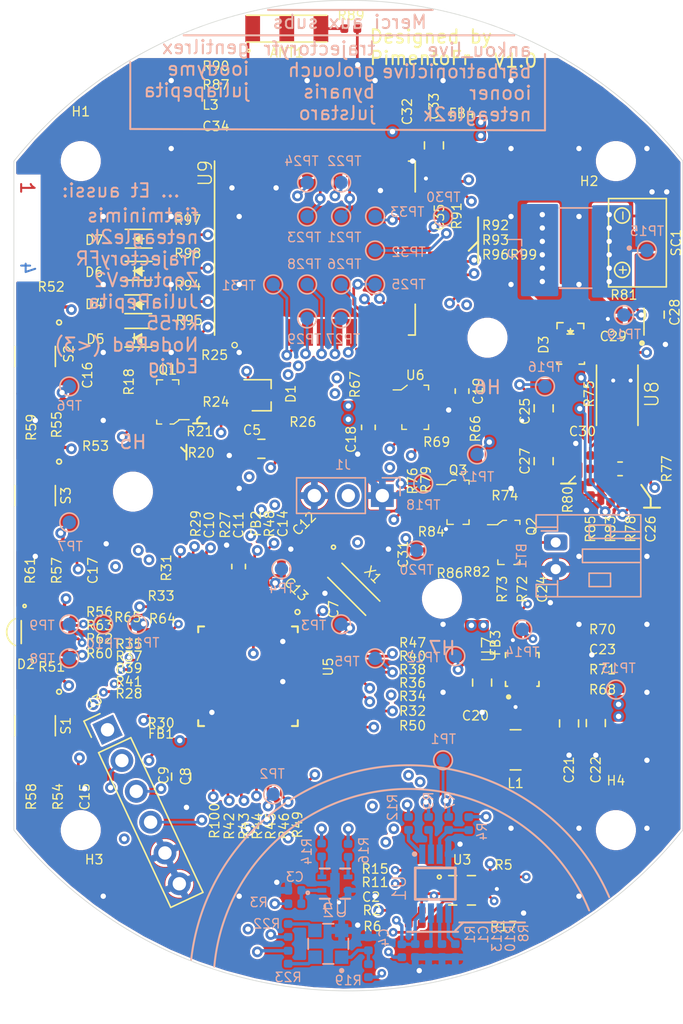
<source format=kicad_pcb>
(kicad_pcb (version 20171130) (host pcbnew "(5.1.6)-1")
  (layers (0 F.Cu signal) (1 In1.Cu signal hide) (2 In2.Cu signal hide) (31 B.Cu signal hide) (34 B.Paste user hide) (35 F.Paste user) (36 B.SilkS user) (37 F.SilkS user hide) (38 B.Mask user hide) (39 F.Mask user) (44 Edge.Cuts user))
  (net 0 "")
  (net 1 "Net-(ANT1-Pad1)")
  (net 2 "Net-(ANT1-Pad3)")
  (net 3 GND)
  (net 4 +BATT)
  (net 5 /sensors/VDD_TEMP)
  (net 6 /sensors/VDD_LIGHT)
  (net 7 /sensors/VDD_HUM)
  (net 8 /sensors/VDD_PRES)
  (net 9 /mcu/HYGRO_VOLTAGE)
  (net 10 VDD)
  (net 11 VDDA)
  (net 12 /mcu/OSC32_IN)
  (net 13 /mcu/OSC32_OUT)
  (net 14 /mcu/MCU_RST_N)
  (net 15 /mcu/BTN_USER_3)
  (net 16 /mcu/BTN_USER_2)
  (net 17 /mcu/BTN_USER)
  (net 18 /power/SOLAR_OUT)
  (net 19 /power/DCDC_VIN)
  (net 20 +3V0)
  (net 21 "Net-(C23-Pad1)")
  (net 22 "Net-(C24-Pad2)")
  (net 23 "Net-(C25-Pad2)")
  (net 24 "Net-(C26-Pad2)")
  (net 25 "Net-(C26-Pad1)")
  (net 26 "Net-(C28-Pad1)")
  (net 27 "Net-(C29-Pad2)")
  (net 28 "Net-(C30-Pad2)")
  (net 29 /mcu/BATT_MEASURE)
  (net 30 /modem/VDD_SIGFOX)
  (net 31 "Net-(C34-Pad2)")
  (net 32 "Net-(C34-Pad1)")
  (net 33 /mcu/SIGFOX_RST_N)
  (net 34 "Net-(D1-Pad1)")
  (net 35 "Net-(D2-Pad1)")
  (net 36 "Net-(D2-Pad4)")
  (net 37 "Net-(D2-Pad2)")
  (net 38 "Net-(D2-Pad3)")
  (net 39 /mcu/MCU_SWCLK)
  (net 40 /mcu/MCU_SWDIO)
  (net 41 "Net-(L1-Pad2)")
  (net 42 "Net-(L1-Pad1)")
  (net 43 "Net-(L2-Pad2)")
  (net 44 "Net-(Q1-Pad1)")
  (net 45 "Net-(Q1-Pad2)")
  (net 46 "Net-(Q1-Pad3)")
  (net 47 "Net-(Q3-Pad1)")
  (net 48 "Net-(R4-Pad1)")
  (net 49 "Net-(R5-Pad1)")
  (net 50 /mcu/LIGHT_INT)
  (net 51 /mcu/TEMP_ALERT)
  (net 52 "Net-(R8-Pad2)")
  (net 53 "Net-(R9-Pad2)")
  (net 54 /mcu/I2C_SCL)
  (net 55 "Net-(R10-Pad2)")
  (net 56 "Net-(R11-Pad2)")
  (net 57 /mcu/I2C_SDA)
  (net 58 "Net-(R12-Pad1)")
  (net 59 "Net-(R13-Pad2)")
  (net 60 "Net-(R14-Pad2)")
  (net 61 "Net-(R15-Pad1)")
  (net 62 "Net-(R16-Pad1)")
  (net 63 "Net-(R17-Pad2)")
  (net 64 /mcu/HYGRO_PWM_N)
  (net 65 "Net-(R22-Pad2)")
  (net 66 "Net-(R23-Pad1)")
  (net 67 "Net-(R27-Pad2)")
  (net 68 /mcu/LED_BLUE)
  (net 69 "Net-(R28-Pad1)")
  (net 70 "Net-(R29-Pad2)")
  (net 71 /mcu/BATT_MEASURE_EN)
  (net 72 "Net-(R30-Pad1)")
  (net 73 "Net-(R31-Pad2)")
  (net 74 /mcu/SIGFOX_TX)
  (net 75 /mcu/SIGFOX_WAKE_UP)
  (net 76 "Net-(R32-Pad1)")
  (net 77 "Net-(R33-Pad2)")
  (net 78 /mcu/SIGFOX_RX)
  (net 79 "Net-(R34-Pad1)")
  (net 80 "Net-(R35-Pad2)")
  (net 81 /mcu/HW_VERSION)
  (net 82 "Net-(R36-Pad1)")
  (net 83 "Net-(R37-Pad2)")
  (net 84 "Net-(R38-Pad1)")
  (net 85 "Net-(R39-Pad2)")
  (net 86 /mcu/LED_RED)
  (net 87 "Net-(R40-Pad2)")
  (net 88 /mcu/DCDC_POWER_GOOD)
  (net 89 "Net-(R41-Pad2)")
  (net 90 /mcu/LED_GREEN)
  (net 91 "Net-(R42-Pad2)")
  (net 92 "Net-(R43-Pad2)")
  (net 93 "Net-(R44-Pad2)")
  (net 94 "Net-(R45-Pad2)")
  (net 95 "Net-(R46-Pad2)")
  (net 96 "Net-(R47-Pad1)")
  (net 97 "Net-(R49-Pad2)")
  (net 98 "Net-(R50-Pad2)")
  (net 99 "Net-(R51-Pad2)")
  (net 100 "Net-(R52-Pad2)")
  (net 101 "Net-(R53-Pad2)")
  (net 102 "Net-(R54-Pad1)")
  (net 103 "Net-(R55-Pad1)")
  (net 104 "Net-(R57-Pad1)")
  (net 105 "Net-(R66-Pad2)")
  (net 106 "Net-(R67-Pad1)")
  (net 107 "Net-(R70-Pad2)")
  (net 108 "Net-(R73-Pad1)")
  (net 109 "Net-(R77-Pad1)")
  (net 110 "Net-(R82-Pad2)")
  (net 111 "Net-(R92-Pad2)")
  (net 112 "Net-(R93-Pad1)")
  (net 113 "Net-(R94-Pad2)")
  (net 114 "Net-(R95-Pad2)")
  (net 115 "Net-(R96-Pad1)")
  (net 116 "Net-(R97-Pad1)")
  (net 117 "Net-(R98-Pad1)")
  (net 118 "Net-(TP21-Pad1)")
  (net 119 "Net-(TP22-Pad1)")
  (net 120 "Net-(TP23-Pad1)")
  (net 121 "Net-(TP24-Pad1)")
  (net 122 "Net-(TP25-Pad1)")
  (net 123 "Net-(TP26-Pad1)")
  (net 124 "Net-(TP27-Pad1)")
  (net 125 "Net-(TP28-Pad1)")
  (net 126 "Net-(TP29-Pad1)")
  (net 127 "Net-(TP31-Pad1)")
  (net 128 "Net-(TP33-Pad1)")
  (net 129 "Net-(Q2-Pad1)")
  (net 130 "Net-(Q2-Pad2)")
  (net 131 /mcu/CHG_STATE_N)
  (net 132 "Net-(R100-Pad2)")
  (net 133 "Net-(D4-Pad2)")
  (net 134 "Net-(D5-Pad2)")
  (net 135 "Net-(D7-Pad2)")
  (net 136 "Net-(D6-Pad2)")
  (module MountingHole:MountingHole_2.7mm_M2.5 (layer B.Cu) (at 132 132.7)
    (fp_text reference H7 (at 0 3.7) (layer B.SilkS) (effects (justify mirror)))
    (fp_text value M2.5)
    (pad 1 np_thru_hole circle (at 0 0) (size 2.7 2.7) (drill 2.7) (layers *.Cu *.Mask))
  )
  (module MountingHole:MountingHole_2.7mm_M2.5 (layer B.Cu) (at 135.4 113.2)
    (fp_text reference H6 (at 0 3.7) (layer B.SilkS) (effects (justify mirror)))
    (fp_text value M2.5)
    (pad 1 np_thru_hole circle (at 0 0) (size 2.7 2.7) (drill 2.7) (layers *.Cu *.Mask))
  )
  (module MountingHole:MountingHole_2.7mm_M2.5 (layer F.Cu) (at 108.9 124.7)
    (fp_text reference H5 (at 0 -3.7) (layer B.SilkS) (effects (justify mirror)))
    (fp_text value M2.5)
    (pad 1 np_thru_hole circle (at 0 0) (size 2.7 2.7) (drill 2.7) (layers *.Cu *.Mask))
  )
  (module plant_monitor:XCVR_WSSFM10R1AT_HANDSOLDER (layer F.Cu) (at 122.5 106.5 90)
    (fp_text reference U9 (at 5.6 -8.2 90) (layer F.SilkS) (effects (font (thickness 0.1))))
    (fp_text value WSSFM10R1AT)
    (pad 31 smd rect (at 6.3 -6.05 90) (size 2 0.81) (layers F.Cu F.Paste F.Mask) (net 3 GND))
    (pad 30 smd rect (at 6.3 -4.95 90) (size 2 0.81) (layers F.Cu F.Paste F.Mask) (net 32 "Net-(C34-Pad1)"))
    (pad 29 smd rect (at 6.3 -3.85 90) (size 2 0.81) (layers F.Cu F.Paste F.Mask) (net 3 GND))
    (pad 28 smd rect (at 6.3 -2.75 90) (size 2 0.81) (layers F.Cu F.Paste F.Mask) (net 3 GND))
    (pad 27 smd rect (at 6.3 -1.65 90) (size 2 0.81) (layers F.Cu F.Paste F.Mask) (net 3 GND))
    (pad 26 smd rect (at 6.3 -0.55 90) (size 2 0.81) (layers F.Cu F.Paste F.Mask) (net 121 "Net-(TP24-Pad1)"))
    (pad 25 smd rect (at 6.3 0.55 90) (size 2 0.81) (layers F.Cu F.Paste F.Mask) (net 120 "Net-(TP23-Pad1)"))
    (pad 24 smd rect (at 6.3 1.65 90) (size 2 0.81) (layers F.Cu F.Paste F.Mask) (net 119 "Net-(TP22-Pad1)"))
    (pad 23 smd rect (at 6.3 2.75 90) (size 2 0.81) (layers F.Cu F.Paste F.Mask) (net 118 "Net-(TP21-Pad1)"))
    (pad 22 smd rect (at 6.3 3.85 90) (size 2 0.81) (layers F.Cu F.Paste F.Mask) (net 3 GND))
    (pad 21 smd rect (at 6.3 4.95 90) (size 2 0.81) (layers F.Cu F.Paste F.Mask) (net 30 /modem/VDD_SIGFOX))
    (pad 20 smd rect (at 6.3 6.05 90) (size 2 0.81) (layers F.Cu F.Paste F.Mask) (net 3 GND))
    (pad 19 smd rect (at 3.3 7.3 90) (size 0.81 2) (layers F.Cu F.Paste F.Mask) (net 33 /mcu/SIGFOX_RST_N))
    (pad 18 smd rect (at 2.2 7.3 90) (size 0.81 2) (layers F.Cu F.Paste F.Mask) (net 128 "Net-(TP33-Pad1)"))
    (pad 17 smd rect (at 1.1 7.3 90) (size 0.81 2) (layers F.Cu F.Paste F.Mask) (net 116 "Net-(R97-Pad1)"))
    (pad 16 smd rect (at 0 7.3 90) (size 0.81 2) (layers F.Cu F.Paste F.Mask) (net 117 "Net-(R98-Pad1)"))
    (pad 15 smd rect (at -1.1 7.3 90) (size 0.81 2) (layers F.Cu F.Paste F.Mask) (net 111 "Net-(R92-Pad2)"))
    (pad 14 smd rect (at -2.2 7.3 90) (size 0.81 2) (layers F.Cu F.Paste F.Mask) (net 112 "Net-(R93-Pad1)"))
    (pad 13 smd rect (at -3.3 7.3 90) (size 0.81 2) (layers F.Cu F.Paste F.Mask) (net 115 "Net-(R96-Pad1)"))
    (pad 12 smd rect (at -6.3 6.05 90) (size 2 0.81) (layers F.Cu F.Paste F.Mask) (net 114 "Net-(R95-Pad2)"))
    (pad 11 smd rect (at -6.3 4.95 90) (size 2 0.81) (layers F.Cu F.Paste F.Mask) (net 113 "Net-(R94-Pad2)"))
    (pad 10 smd rect (at -6.3 3.85 90) (size 2 0.81) (layers F.Cu F.Paste F.Mask) (net 122 "Net-(TP25-Pad1)"))
    (pad 9 smd rect (at -6.3 2.75 90) (size 2 0.81) (layers F.Cu F.Paste F.Mask) (net 123 "Net-(TP26-Pad1)"))
    (pad 8 smd rect (at -6.3 1.65 90) (size 2 0.81) (layers F.Cu F.Paste F.Mask) (net 124 "Net-(TP27-Pad1)"))
    (pad 7 smd rect (at -6.3 0.55 90) (size 2 0.81) (layers F.Cu F.Paste F.Mask) (net 125 "Net-(TP28-Pad1)"))
    (pad 6 smd rect (at -6.3 -0.55 90) (size 2 0.81) (layers F.Cu F.Paste F.Mask) (net 126 "Net-(TP29-Pad1)"))
    (pad 5 smd rect (at -6.3 -1.65 90) (size 2 0.81) (layers F.Cu F.Paste F.Mask) (net 127 "Net-(TP31-Pad1)"))
    (pad 4 smd rect (at -6.3 -2.75 90) (size 2 0.81) (layers F.Cu F.Paste F.Mask) (net 3 GND))
    (pad 3 smd rect (at -6.3 -3.85 90) (size 2 0.81) (layers F.Cu F.Paste F.Mask) (net 3 GND))
    (pad 2 smd rect (at -6.3 -4.95 90) (size 2 0.81) (layers F.Cu F.Paste F.Mask) (net 3 GND))
    (pad 1 smd rect (at -6.3 -6.05 90) (size 2 0.81) (layers F.Cu F.Paste F.Mask) (net 3 GND))
  )
  (module Connector_PinSocket_2.54mm:PinSocket_1x03_P2.54mm_Vertical (layer B.Cu) (at 127.54 125 90)
    (fp_text reference J1 (at 2.3 -2.94 180) (layer B.SilkS) (effects (font (size 0.7 0.7) (thickness 0.1)) (justify mirror)))
    (fp_text value Conn_01x03_Female)
    (pad 3 thru_hole oval (at 0 -5.08 90) (size 1.7 1.7) (drill 1) (layers *.Cu *.Mask) (net 3 GND))
    (pad 2 thru_hole oval (at 0 -2.54 90) (size 1.7 1.7) (drill 1) (layers *.Cu *.Mask) (net 34 "Net-(D1-Pad1)"))
    (pad 1 thru_hole rect (at 0 0 90) (size 1.7 1.7) (drill 1) (layers *.Cu *.Mask) (net 3 GND))
  )
  (module MountingHole:MountingHole_2.7mm_M2.5 (layer F.Cu) (at 145 150)
    (fp_text reference H4 (at 0 -3.7) (layer F.SilkS) (effects (font (size 0.7 0.7) (thickness 0.1))))
    (fp_text value M2.5)
    (pad 1 np_thru_hole circle (at 0 0) (size 2.7 2.7) (drill 2.7) (layers *.Cu *.Mask))
  )
  (module MountingHole:MountingHole_2.7mm_M2.5 (layer F.Cu) (at 105 150)
    (fp_text reference H3 (at 1 2.2) (layer F.SilkS) (effects (font (size 0.7 0.7) (thickness 0.1))))
    (fp_text value M2.5)
    (pad 1 np_thru_hole circle (at 0 0) (size 2.7 2.7) (drill 2.7) (layers *.Cu *.Mask))
  )
  (module MountingHole:MountingHole_2.7mm_M2.5 (layer F.Cu) (at 145 100)
    (fp_text reference H2 (at -2 1.5) (layer F.SilkS) (effects (font (size 0.7 0.7) (thickness 0.1))))
    (fp_text value M2.5)
    (pad 1 np_thru_hole circle (at 0 0) (size 2.7 2.7) (drill 2.7) (layers *.Cu *.Mask))
  )
  (module MountingHole:MountingHole_2.7mm_M2.5 (layer F.Cu) (at 105 100)
    (fp_text reference H1 (at 0 -3.7) (layer F.SilkS) (effects (font (size 0.7 0.7) (thickness 0.1))))
    (fp_text value M2.5)
    (pad 1 np_thru_hole circle (at 0 0) (size 2.7 2.7) (drill 2.7) (layers *.Cu *.Mask))
  )
  (module plant_monitor:STM32L071KBT6 (layer F.Cu) (at 117.5 138.5 270)
    (fp_text reference U5 (at -0.7 -6 90) (layer F.SilkS) (effects (font (size 0.7 0.7) (thickness 0.1))))
    (fp_text value STM32L071KBT6 hide)
    (pad 1 smd rect (at -4.270751 -2.799999) (size 0.5 1.35) (layers F.Cu F.Paste F.Mask) (net 10 VDD))
    (pad 2 smd rect (at -4.270751 -2.000001) (size 0.5 1.35) (layers F.Cu F.Paste F.Mask) (net 12 /mcu/OSC32_IN))
    (pad 3 smd rect (at -4.270751 -1.2) (size 0.5 1.35) (layers F.Cu F.Paste F.Mask) (net 13 /mcu/OSC32_OUT))
    (pad 4 smd rect (at -4.270751 -0.399999) (size 0.5 1.35) (layers F.Cu F.Paste F.Mask) (net 14 /mcu/MCU_RST_N))
    (pad 5 smd rect (at -4.270751 0.399999) (size 0.5 1.35) (layers F.Cu F.Paste F.Mask) (net 11 VDDA))
    (pad 6 smd rect (at -4.270751 1.2) (size 0.5 1.35) (layers F.Cu F.Paste F.Mask) (net 67 "Net-(R27-Pad2)"))
    (pad 7 smd rect (at -4.270751 1.999999) (size 0.5 1.35) (layers F.Cu F.Paste F.Mask) (net 70 "Net-(R29-Pad2)"))
    (pad 8 smd rect (at -4.270751 2.799999) (size 0.5 1.35) (layers F.Cu F.Paste F.Mask) (net 73 "Net-(R31-Pad2)"))
    (pad 9 smd rect (at -2.799999 4.270751 270) (size 0.5 1.35) (layers F.Cu F.Paste F.Mask) (net 77 "Net-(R33-Pad2)"))
    (pad 10 smd rect (at -2.000001 4.270751 270) (size 0.5 1.35) (layers F.Cu F.Paste F.Mask) (net 80 "Net-(R35-Pad2)"))
    (pad 11 smd rect (at -1.2 4.270751 270) (size 0.5 1.35) (layers F.Cu F.Paste F.Mask) (net 83 "Net-(R37-Pad2)"))
    (pad 12 smd rect (at -0.399999 4.270751 270) (size 0.5 1.35) (layers F.Cu F.Paste F.Mask) (net 85 "Net-(R39-Pad2)"))
    (pad 13 smd rect (at 0.399999 4.270751 270) (size 0.5 1.35) (layers F.Cu F.Paste F.Mask) (net 89 "Net-(R41-Pad2)"))
    (pad 14 smd rect (at 1.2 4.270751 270) (size 0.5 1.35) (layers F.Cu F.Paste F.Mask) (net 69 "Net-(R28-Pad1)"))
    (pad 15 smd rect (at 1.999999 4.270751 270) (size 0.5 1.35) (layers F.Cu F.Paste F.Mask) (net 72 "Net-(R30-Pad1)"))
    (pad 16 smd rect (at 2.799999 4.270751 270) (size 0.5 1.35) (layers F.Cu F.Paste F.Mask) (net 3 GND))
    (pad 17 smd rect (at 4.270751 2.799999) (size 0.5 1.35) (layers F.Cu F.Paste F.Mask) (net 10 VDD))
    (pad 18 smd rect (at 4.270751 2.000001) (size 0.5 1.35) (layers F.Cu F.Paste F.Mask) (net 132 "Net-(R100-Pad2)"))
    (pad 19 smd rect (at 4.270751 1.2) (size 0.5 1.35) (layers F.Cu F.Paste F.Mask) (net 91 "Net-(R42-Pad2)"))
    (pad 20 smd rect (at 4.270751 0.399999) (size 0.5 1.35) (layers F.Cu F.Paste F.Mask) (net 92 "Net-(R43-Pad2)"))
    (pad 21 smd rect (at 4.270751 -0.399999) (size 0.5 1.35) (layers F.Cu F.Paste F.Mask) (net 93 "Net-(R44-Pad2)"))
    (pad 22 smd rect (at 4.270751 -1.2) (size 0.5 1.35) (layers F.Cu F.Paste F.Mask) (net 94 "Net-(R45-Pad2)"))
    (pad 23 smd rect (at 4.270751 -1.999999) (size 0.5 1.35) (layers F.Cu F.Paste F.Mask) (net 95 "Net-(R46-Pad2)"))
    (pad 24 smd rect (at 4.270751 -2.799999) (size 0.5 1.35) (layers F.Cu F.Paste F.Mask) (net 97 "Net-(R49-Pad2)"))
    (pad 25 smd rect (at 2.799999 -4.270751 270) (size 0.5 1.35) (layers F.Cu F.Paste F.Mask) (net 98 "Net-(R50-Pad2)"))
    (pad 26 smd rect (at 2.000001 -4.270751 270) (size 0.5 1.35) (layers F.Cu F.Paste F.Mask) (net 76 "Net-(R32-Pad1)"))
    (pad 27 smd rect (at 1.2 -4.270751 270) (size 0.5 1.35) (layers F.Cu F.Paste F.Mask) (net 79 "Net-(R34-Pad1)"))
    (pad 28 smd rect (at 0.399999 -4.270751 270) (size 0.5 1.35) (layers F.Cu F.Paste F.Mask) (net 82 "Net-(R36-Pad1)"))
    (pad 29 smd rect (at -0.399999 -4.270751 270) (size 0.5 1.35) (layers F.Cu F.Paste F.Mask) (net 84 "Net-(R38-Pad1)"))
    (pad 30 smd rect (at -1.2 -4.270751 270) (size 0.5 1.35) (layers F.Cu F.Paste F.Mask) (net 87 "Net-(R40-Pad2)"))
    (pad 31 smd rect (at -1.999999 -4.270751 270) (size 0.5 1.35) (layers F.Cu F.Paste F.Mask) (net 96 "Net-(R47-Pad1)"))
    (pad 32 smd rect (at -2.799999 -4.270751 270) (size 0.5 1.35) (layers F.Cu F.Paste F.Mask) (net 3 GND))
  )
  (module Resistor_SMD:R_0402_1005Metric (layer F.Cu) (at 115 146 90)
    (fp_text reference R100 (at -3.3 0 90) (layer F.SilkS) (effects (font (size 0.7 0.7) (thickness 0.1))))
    (fp_text value 0R)
    (pad 2 smd roundrect (at 0.485 0 90) (size 0.59 0.64) (layers F.Cu F.Paste F.Mask) (net 132 "Net-(R100-Pad2)"))
    (pad 1 smd roundrect (at -0.485 0 90) (size 0.59 0.64) (layers F.Cu F.Paste F.Mask) (net 131 /mcu/CHG_STATE_N))
  )
  (module Capacitor_SMD:C_0402_1005Metric (layer F.Cu) (at 131.8 102 270)
    (fp_text reference C35 (at 2.2 0 90) (layer F.SilkS) (effects (font (size 0.7 0.7) (thickness 0.1))))
    (fp_text value "100nF 50V")
    (pad 2 smd roundrect (at 0.485 0 270) (size 0.59 0.64) (layers F.Cu F.Paste F.Mask) (net 33 /mcu/SIGFOX_RST_N))
    (pad 1 smd roundrect (at -0.485 0 270) (size 0.59 0.64) (layers F.Cu F.Paste F.Mask) (net 3 GND))
  )
  (module Capacitor_SMD:C_0402_1005Metric (layer F.Cu) (at 117.5 97.485 90)
    (fp_text reference C34 (at 0.085 -2.4 180) (layer F.SilkS) (effects (font (size 0.7 0.7) (thickness 0.1))))
    (fp_text value 100pF)
    (pad 2 smd roundrect (at 0.485 0 90) (size 0.59 0.64) (layers F.Cu F.Paste F.Mask) (net 31 "Net-(C34-Pad2)"))
    (pad 1 smd roundrect (at -0.485 0 90) (size 0.59 0.64) (layers F.Cu F.Paste F.Mask) (net 32 "Net-(C34-Pad1)"))
  )
  (module Capacitor_SMD:C_0402_1005Metric (layer F.Cu) (at 129.4 98.3 270)
    (fp_text reference C33 (at -2.4 -2 270) (layer F.SilkS) (effects (font (size 0.7 0.7) (thickness 0.1))))
    (fp_text value "100nF 50V")
    (pad 2 smd roundrect (at 0.485 0 270) (size 0.59 0.64) (layers F.Cu F.Paste F.Mask) (net 3 GND))
    (pad 1 smd roundrect (at -0.485 0 270) (size 0.59 0.64) (layers F.Cu F.Paste F.Mask) (net 30 /modem/VDD_SIGFOX))
  )
  (module Capacitor_SMD:C_0603_1608Metric (layer F.Cu) (at 145.3125 123 180)
    (fp_text reference C26 (at -2.2875 -4.5 90) (layer F.SilkS) (effects (font (size 0.7 0.7) (thickness 0.1))))
    (fp_text value "1uF 16V")
    (pad 2 smd roundrect (at 0.7875 0 180) (size 0.875 0.95) (layers F.Cu F.Paste F.Mask) (net 24 "Net-(C26-Pad2)"))
    (pad 1 smd roundrect (at -0.7875 0 180) (size 0.875 0.95) (layers F.Cu F.Paste F.Mask) (net 25 "Net-(C26-Pad1)"))
  )
  (module Capacitor_SMD:C_0603_1608Metric (layer F.Cu) (at 133.5 117.1875 270)
    (fp_text reference C19 (at 0.0125 -1.2 90) (layer F.SilkS) (effects (font (size 0.7 0.7) (thickness 0.1))))
    (fp_text value "1uF 16V")
    (pad 2 smd roundrect (at 0.7875 0 270) (size 0.875 0.95) (layers F.Cu F.Paste F.Mask) (net 3 GND))
    (pad 1 smd roundrect (at -0.7875 0 270) (size 0.875 0.95) (layers F.Cu F.Paste F.Mask) (net 18 /power/SOLAR_OUT))
  )
  (module Capacitor_SMD:C_0603_1608Metric (layer F.Cu) (at 126.5 119.9 270)
    (fp_text reference C18 (at 0.9 1.3 90) (layer F.SilkS) (effects (font (size 0.7 0.7) (thickness 0.1))))
    (fp_text value "1uF 16V")
    (pad 2 smd roundrect (at 0.7875 0 270) (size 0.875 0.95) (layers F.Cu F.Paste F.Mask) (net 3 GND))
    (pad 1 smd roundrect (at -0.7875 0 270) (size 0.875 0.95) (layers F.Cu F.Paste F.Mask) (net 4 +BATT))
  )
  (module Capacitor_SMD:C_0402_1005Metric (layer F.Cu) (at 120 130.485 90)
    (fp_text reference C14 (at 3.385 0.1 90) (layer F.SilkS) (effects (font (size 0.7 0.7) (thickness 0.1))))
    (fp_text value "100nF 50V")
    (pad 2 smd roundrect (at 0.485 0 90) (size 0.59 0.64) (layers F.Cu F.Paste F.Mask) (net 3 GND))
    (pad 1 smd roundrect (at -0.485 0 90) (size 0.59 0.64) (layers F.Cu F.Paste F.Mask) (net 14 /mcu/MCU_RST_N))
  )
  (module Capacitor_SMD:C_0603_1608Metric (layer F.Cu) (at 116.8 130.3 90)
    (fp_text reference C11 (at 3.1 0 90) (layer F.SilkS) (effects (font (size 0.7 0.7) (thickness 0.1))))
    (fp_text value "1uF 16V")
    (pad 2 smd roundrect (at 0.7875 0 90) (size 0.875 0.95) (layers F.Cu F.Paste F.Mask) (net 3 GND))
    (pad 1 smd roundrect (at -0.7875 0 90) (size 0.875 0.95) (layers F.Cu F.Paste F.Mask) (net 11 VDDA))
  )
  (module Capacitor_SMD:C_0805_2012Metric_Pad1.15x1.40mm_HandSolder (layer F.Cu) (at 118.5 121.5 180)
    (fp_text reference C5 (at 0.7 1.4) (layer F.SilkS) (effects (font (size 0.7 0.7) (thickness 0.1))))
    (fp_text value "10uF 16V")
    (pad 2 smd roundrect (at 1.025 0 180) (size 1.15 1.4) (layers F.Cu F.Paste F.Mask) (roundrect_rratio 0.217391) (net 3 GND))
    (pad 1 smd roundrect (at -1.025 0 180) (size 1.15 1.4) (layers F.Cu F.Paste F.Mask) (roundrect_rratio 0.217391) (net 9 /mcu/HYGRO_VOLTAGE))
  )
  (module Capacitor_SMD:C_0402_1005Metric (layer B.Cu) (at 126.5 158.5 90)
    (fp_text reference C4 (at 0.485 1.17 90) (layer B.SilkS) (effects (font (size 0.7 0.7) (thickness 0.1)) (justify mirror)))
    (fp_text value "100nF 50V")
    (pad 2 smd roundrect (at 0.485 0 90) (size 0.59 0.64) (layers B.Cu B.Paste B.Mask) (net 3 GND))
    (pad 1 smd roundrect (at -0.485 0 90) (size 0.59 0.64) (layers B.Cu B.Paste B.Mask) (net 8 /sensors/VDD_PRES))
  )
  (module Capacitor_SMD:C_0402_1005Metric (layer B.Cu) (at 121 154.5 180)
    (fp_text reference C3 (at 0 1) (layer B.SilkS) (effects (font (size 0.7 0.7) (thickness 0.1)) (justify mirror)))
    (fp_text value "100nF 50V")
    (pad 2 smd roundrect (at 0.485 0 180) (size 0.59 0.64) (layers B.Cu B.Paste B.Mask) (net 3 GND))
    (pad 1 smd roundrect (at -0.485 0 180) (size 0.59 0.64) (layers B.Cu B.Paste B.Mask) (net 7 /sensors/VDD_HUM))
  )
  (module Capacitor_SMD:C_0402_1005Metric (layer F.Cu) (at 130 155 180)
    (fp_text reference C2 (at 3.3 0) (layer F.SilkS) (effects (font (size 0.7 0.7) (thickness 0.1))))
    (fp_text value "100nF 50V")
    (pad 2 smd roundrect (at 0.485 0 180) (size 0.59 0.64) (layers F.Cu F.Paste F.Mask) (net 3 GND))
    (pad 1 smd roundrect (at -0.485 0 180) (size 0.59 0.64) (layers F.Cu F.Paste F.Mask) (net 6 /sensors/VDD_LIGHT))
  )
  (module Capacitor_SMD:C_0402_1005Metric (layer B.Cu) (at 130 159 270)
    (fp_text reference C1 (at -1.2 -5.1 90) (layer B.SilkS) (effects (font (size 0.7 0.7) (thickness 0.1)) (justify mirror)))
    (fp_text value "100nF 50V")
    (pad 2 smd roundrect (at 0.485 0 270) (size 0.59 0.64) (layers B.Cu B.Paste B.Mask) (net 3 GND))
    (pad 1 smd roundrect (at -0.485 0 270) (size 0.59 0.64) (layers B.Cu B.Paste B.Mask) (net 5 /sensors/VDD_TEMP))
  )
  (module plant_monitor:SOP65P640X120-8N (layer F.Cu) (at 145.1 117.5 270)
    (fp_text reference U8 (at -0.075 -2.585 90) (layer F.SilkS) (effects (font (thickness 0.1))))
    (fp_text value SPV1040T)
    (pad 1 smd rect (at -2.88 -0.975 270) (size 1.56 0.41) (layers F.Cu F.Paste F.Mask) (net 27 "Net-(C29-Pad2)"))
    (pad 2 smd rect (at -2.88 -0.325 270) (size 1.56 0.41) (layers F.Cu F.Paste F.Mask) (net 3 GND))
    (pad 3 smd rect (at -2.88 0.325 270) (size 1.56 0.41) (layers F.Cu F.Paste F.Mask) (net 43 "Net-(L2-Pad2)"))
    (pad 4 smd rect (at -2.88 0.975 270) (size 1.56 0.41) (layers F.Cu F.Paste F.Mask) (net 23 "Net-(C25-Pad2)"))
    (pad 5 smd rect (at 2.88 0.975 270) (size 1.56 0.41) (layers F.Cu F.Paste F.Mask) (net 28 "Net-(C30-Pad2)"))
    (pad 6 smd rect (at 2.88 0.325 270) (size 1.56 0.41) (layers F.Cu F.Paste F.Mask) (net 24 "Net-(C26-Pad2)"))
    (pad 7 smd rect (at 2.88 -0.325 270) (size 1.56 0.41) (layers F.Cu F.Paste F.Mask) (net 25 "Net-(C26-Pad1)"))
    (pad 8 smd rect (at 2.88 -0.975 270) (size 1.56 0.41) (layers F.Cu F.Paste F.Mask) (net 109 "Net-(R77-Pad1)"))
  )
  (module plant_monitor:QFN50P250X250X100-12N (layer F.Cu) (at 138 138 90)
    (fp_text reference U7 (at 1.5 -2.5 90) (layer F.SilkS) (effects (font (thickness 0.1))))
    (fp_text value TPS63050RMWR)
    (pad 5 smd rect (at -0.25 1.185 90) (size 0.27 0.86) (layers F.Cu F.Paste F.Mask) (net 21 "Net-(C23-Pad1)"))
    (pad 6 smd rect (at 0.25 1.185 90) (size 0.27 0.86) (layers F.Cu F.Paste F.Mask) (net 107 "Net-(R70-Pad2)"))
    (pad 11 smd rect (at 0.25 -1.185 90) (size 0.27 0.86) (layers F.Cu F.Paste F.Mask) (net 19 /power/DCDC_VIN))
    (pad 12 smd rect (at -0.25 -1.185 90) (size 0.27 0.86) (layers F.Cu F.Paste F.Mask) (net 19 /power/DCDC_VIN))
    (pad 1 smd rect (at -1.185 -0.75 90) (size 0.86 0.27) (layers F.Cu F.Paste F.Mask) (net 42 "Net-(L1-Pad1)"))
    (pad 2 smd rect (at -1.185 -0.25 90) (size 0.86 0.27) (layers F.Cu F.Paste F.Mask) (net 3 GND))
    (pad 3 smd rect (at -1.185 0.25 90) (size 0.86 0.27) (layers F.Cu F.Paste F.Mask) (net 41 "Net-(L1-Pad2)"))
    (pad 4 smd rect (at -1.185 0.75 90) (size 0.86 0.27) (layers F.Cu F.Paste F.Mask) (net 20 +3V0))
    (pad 7 smd rect (at 1.185 0.75 90) (size 0.86 0.27) (layers F.Cu F.Paste F.Mask) (net 22 "Net-(C24-Pad2)"))
    (pad 8 smd rect (at 1.185 0.25 90) (size 0.86 0.27) (layers F.Cu F.Paste F.Mask) (net 88 /mcu/DCDC_POWER_GOOD))
    (pad 9 smd rect (at 1.185 -0.25 90) (size 0.86 0.27) (layers F.Cu F.Paste F.Mask) (net 3 GND))
    (pad 10 smd rect (at 1.185 -0.75 90) (size 0.86 0.27) (layers F.Cu F.Paste F.Mask) (net 108 "Net-(R73-Pad1)"))
  )
  (module digikey-footprints:SOT-23-6 (layer F.Cu) (at 130 118.4 270)
    (fp_text reference U6 (at -2.4 0) (layer F.SilkS) (effects (font (size 0.7 0.7) (thickness 0.1))))
    (fp_text value BQ21040)
    (pad 6 smd rect (at -0.95 -1.35 270) (size 0.55 1) (layers F.Cu F.Paste F.Mask) (net 18 /power/SOLAR_OUT))
    (pad 5 smd rect (at 0 -1.35 270) (size 0.55 1) (layers F.Cu F.Paste F.Mask) (net 3 GND))
    (pad 4 smd rect (at 0.95 -1.35 270) (size 0.55 1) (layers F.Cu F.Paste F.Mask) (net 105 "Net-(R66-Pad2)"))
    (pad 1 smd rect (at -0.95 1.35 270) (size 0.55 1) (layers F.Cu F.Paste F.Mask) (net 106 "Net-(R67-Pad1)"))
    (pad 2 smd rect (at 0 1.35 270) (size 0.55 1) (layers F.Cu F.Paste F.Mask) (net 4 +BATT))
    (pad 3 smd rect (at 0.95 1.35 270) (size 0.55 1) (layers F.Cu F.Paste F.Mask) (net 131 /mcu/CHG_STATE_N))
  )
  (module plant_monitor:TE_MS563702BA03-50 (layer B.Cu) (at 123.5 158.5 90)
    (fp_text reference U4 (at 2.75 0.5 180) (layer B.SilkS) (effects (font (thickness 0.1)) (justify mirror)))
    (fp_text value MS563702BA03-50)
    (pad 1 smd rect (at -1 1 90) (size 1 1) (layers B.Cu B.Paste B.Mask) (net 8 /sensors/VDD_PRES))
    (pad 4 smd rect (at 1 1 90) (size 1 1) (layers B.Cu B.Paste B.Mask) (net 3 GND))
    (pad 3 smd rect (at 1 -1 90) (size 1 1) (layers B.Cu B.Paste B.Mask) (net 65 "Net-(R22-Pad2)"))
    (pad 2 smd rect (at -1 -1 90) (size 1 1) (layers B.Cu B.Paste B.Mask) (net 66 "Net-(R23-Pad1)"))
  )
  (module plant_monitor:SI1133-AA00-GMR (layer F.Cu) (at 133.5 154.5)
    (fp_text reference U3 (at 0 -2.286) (layer F.SilkS) (effects (font (size 0.7 0.7) (thickness 0.1))))
    (fp_text value SI1133-AA00-GMR)
    (pad 10 smd rect (at 0 -0.95 270) (size 0.8 0.3) (layers F.Cu F.Paste F.Mask))
    (pad 5 smd rect (at 0 0.95 90) (size 0.8 0.3) (layers F.Cu F.Paste F.Mask))
    (pad 6 smd rect (at 0.95 0.75 180) (size 0.8 0.3) (layers F.Cu F.Paste F.Mask) (net 63 "Net-(R17-Pad2)"))
    (pad 7 smd rect (at 0.95 0.25 180) (size 0.8 0.3) (layers F.Cu F.Paste F.Mask) (net 49 "Net-(R5-Pad1)"))
    (pad 8 smd rect (at 0.95 -0.25 180) (size 0.8 0.3) (layers F.Cu F.Paste F.Mask) (net 3 GND))
    (pad 9 smd rect (at 0.95 -0.75 180) (size 0.8 0.3) (layers F.Cu F.Paste F.Mask) (net 49 "Net-(R5-Pad1)"))
    (pad 4 smd rect (at -0.95 0.75) (size 0.8 0.3) (layers F.Cu F.Paste F.Mask) (net 50 /mcu/LIGHT_INT))
    (pad 3 smd rect (at -0.95 0.25) (size 0.8 0.3) (layers F.Cu F.Paste F.Mask) (net 6 /sensors/VDD_LIGHT))
    (pad 2 smd rect (at -0.95 -0.25) (size 0.8 0.3) (layers F.Cu F.Paste F.Mask) (net 56 "Net-(R11-Pad2)"))
    (pad 1 smd rect (at -0.95 -0.75) (size 0.8 0.3) (layers F.Cu F.Paste F.Mask) (net 61 "Net-(R15-Pad1)"))
  )
  (module plant_monitor:SHTC3 (layer B.Cu) (at 124 154)
    (fp_text reference U2 (at 0 2) (layer B.SilkS) (effects (font (thickness 0.1)) (justify mirror)))
    (fp_text value SHTC3)
    (pad 1 smd rect (at -0.9755 0.499999) (size 0.655599 0.35) (layers B.Cu B.Paste B.Mask) (net 7 /sensors/VDD_HUM))
    (pad 2 smd rect (at -0.9755 -0.499999) (size 0.655599 0.35) (layers B.Cu B.Paste B.Mask) (net 60 "Net-(R14-Pad2)"))
    (pad 3 smd rect (at 0.9755 -0.499999) (size 0.655599 0.35) (layers B.Cu B.Paste B.Mask) (net 62 "Net-(R16-Pad1)"))
    (pad 4 smd rect (at 0.9755 0.499999) (size 0.655599 0.35) (layers B.Cu B.Paste B.Mask) (net 3 GND))
    (pad 5 smd rect (at 0 0) (size 0.7112 1.6002) (layers B.Cu B.Paste B.Mask) (net 3 GND))
  )
  (module plant_monitor:SOP65P490X110-8N (layer B.Cu) (at 131.5 154 270)
    (fp_text reference U1 (at 0.34561 2.69975 90) (layer B.SilkS) (effects (font (thickness 0.1)) (justify mirror)))
    (fp_text value MCP9808T-E_MS)
    (pad 1 smd rect (at -2.2 0.975 270) (size 1.45 0.45) (layers B.Cu B.Paste B.Mask) (net 58 "Net-(R12-Pad1)"))
    (pad 2 smd rect (at -2.2 0.325 270) (size 1.45 0.45) (layers B.Cu B.Paste B.Mask) (net 53 "Net-(R9-Pad2)"))
    (pad 3 smd rect (at -2.2 -0.325 270) (size 1.45 0.45) (layers B.Cu B.Paste B.Mask) (net 48 "Net-(R4-Pad1)"))
    (pad 4 smd rect (at -2.2 -0.975 270) (size 1.45 0.45) (layers B.Cu B.Paste B.Mask) (net 3 GND))
    (pad 5 smd rect (at 2.2 -0.975 270) (size 1.45 0.45) (layers B.Cu B.Paste B.Mask) (net 52 "Net-(R8-Pad2)"))
    (pad 6 smd rect (at 2.2 -0.325 270) (size 1.45 0.45) (layers B.Cu B.Paste B.Mask) (net 55 "Net-(R10-Pad2)"))
    (pad 7 smd rect (at 2.2 0.325 270) (size 1.45 0.45) (layers B.Cu B.Paste B.Mask) (net 59 "Net-(R13-Pad2)"))
    (pad 8 smd rect (at 2.2 0.975 270) (size 1.45 0.45) (layers B.Cu B.Paste B.Mask) (net 5 /sensors/VDD_TEMP))
  )
  (module TestPoint:TestPoint_Pad_D1.0mm (layer B.Cu) (at 127 104.14 90)
    (fp_text reference TP33 (at 0.34 2.4 180) (layer B.SilkS) (effects (font (size 0.7 0.7) (thickness 0.1)) (justify mirror)))
    (fp_text value TestPoint)
    (pad 1 smd circle (at 0 0 90) (size 1 1) (layers B.Cu B.Mask) (net 128 "Net-(TP33-Pad1)"))
  )
  (module TestPoint:TestPoint_Pad_D1.0mm (layer B.Cu) (at 127 106.68 90)
    (fp_text reference TP32 (at -0.12 2.5 180) (layer B.SilkS) (effects (font (size 0.7 0.7) (thickness 0.1)) (justify mirror)))
    (fp_text value TestPoint)
    (pad 1 smd circle (at 0 0 90) (size 1 1) (layers B.Cu B.Mask) (net 117 "Net-(R98-Pad1)"))
  )
  (module TestPoint:TestPoint_Pad_D1.0mm (layer B.Cu) (at 119.38 109.22 270)
    (fp_text reference TP31 (at 0.08 2.58 180) (layer B.SilkS) (effects (font (size 0.7 0.7) (thickness 0.1)) (justify mirror)))
    (fp_text value TestPoint)
    (pad 1 smd circle (at 0 0 270) (size 1 1) (layers B.Cu B.Mask) (net 127 "Net-(TP31-Pad1)"))
  )
  (module TestPoint:TestPoint_Pad_D1.0mm (layer B.Cu) (at 132.08 104.14 90)
    (fp_text reference TP30 (at 1.44 0.02 180) (layer B.SilkS) (effects (font (size 0.7 0.7) (thickness 0.1)) (justify mirror)))
    (fp_text value TestPoint)
    (pad 1 smd circle (at 0 0 90) (size 1 1) (layers B.Cu B.Mask) (net 116 "Net-(R97-Pad1)"))
  )
  (module TestPoint:TestPoint_Pad_D1.0mm (layer B.Cu) (at 121.92 111.76)
    (fp_text reference TP29 (at -0.22 1.54 180) (layer B.SilkS) (effects (font (size 0.7 0.7) (thickness 0.1)) (justify mirror)))
    (fp_text value TestPoint)
    (pad 1 smd circle (at 0 0) (size 1 1) (layers B.Cu B.Mask) (net 126 "Net-(TP29-Pad1)"))
  )
  (module TestPoint:TestPoint_Pad_D1.0mm (layer B.Cu) (at 121.92 109.22 90)
    (fp_text reference TP28 (at 1.52 -0.22 180) (layer B.SilkS) (effects (font (size 0.7 0.7) (thickness 0.1)) (justify mirror)))
    (fp_text value TestPoint)
    (pad 1 smd circle (at 0 0 90) (size 1 1) (layers B.Cu B.Mask) (net 125 "Net-(TP28-Pad1)"))
  )
  (module TestPoint:TestPoint_Pad_D1.0mm (layer B.Cu) (at 124.46 111.76 90)
    (fp_text reference TP27 (at -1.54 0.14 180) (layer B.SilkS) (effects (font (size 0.7 0.7) (thickness 0.1)) (justify mirror)))
    (fp_text value TestPoint)
    (pad 1 smd circle (at 0 0 90) (size 1 1) (layers B.Cu B.Mask) (net 124 "Net-(TP27-Pad1)"))
  )
  (module TestPoint:TestPoint_Pad_D1.0mm (layer B.Cu) (at 124.46 109.22 90)
    (fp_text reference TP26 (at 1.52 0.24 180) (layer B.SilkS) (effects (font (size 0.7 0.7) (thickness 0.1)) (justify mirror)))
    (fp_text value TestPoint)
    (pad 1 smd circle (at 0 0 90) (size 1 1) (layers B.Cu B.Mask) (net 123 "Net-(TP26-Pad1)"))
  )
  (module TestPoint:TestPoint_Pad_D1.0mm (layer B.Cu) (at 127 109.22 90)
    (fp_text reference TP25 (at 0 2.5 180) (layer B.SilkS) (effects (font (size 0.7 0.7) (thickness 0.1)) (justify mirror)))
    (fp_text value TestPoint)
    (pad 1 smd circle (at 0 0 90) (size 1 1) (layers B.Cu B.Mask) (net 122 "Net-(TP25-Pad1)"))
  )
  (module TestPoint:TestPoint_Pad_D1.0mm (layer B.Cu) (at 121.92 101.6 90)
    (fp_text reference TP24 (at 1.6 -0.42 180) (layer B.SilkS) (effects (font (size 0.7 0.7) (thickness 0.1)) (justify mirror)))
    (fp_text value TestPoint)
    (pad 1 smd circle (at 0 0 90) (size 1 1) (layers B.Cu B.Mask) (net 121 "Net-(TP24-Pad1)"))
  )
  (module TestPoint:TestPoint_Pad_D1.0mm (layer B.Cu) (at 121.92 104.14 90)
    (fp_text reference TP23 (at -1.56 -0.22 180) (layer B.SilkS) (effects (font (size 0.7 0.7) (thickness 0.1)) (justify mirror)))
    (fp_text value TestPoint)
    (pad 1 smd circle (at 0 0 90) (size 1 1) (layers B.Cu B.Mask) (net 120 "Net-(TP23-Pad1)"))
  )
  (module TestPoint:TestPoint_Pad_D1.0mm (layer B.Cu) (at 124.46 101.6 90)
    (fp_text reference TP22 (at 1.6 0.24 180) (layer B.SilkS) (effects (font (size 0.7 0.7) (thickness 0.1)) (justify mirror)))
    (fp_text value TestPoint)
    (pad 1 smd circle (at 0 0 90) (size 1 1) (layers B.Cu B.Mask) (net 119 "Net-(TP22-Pad1)"))
  )
  (module TestPoint:TestPoint_Pad_D1.0mm (layer B.Cu) (at 124.46 104.14 90)
    (fp_text reference TP21 (at -1.56 0.24 180) (layer B.SilkS) (effects (font (size 0.7 0.7) (thickness 0.1)) (justify mirror)))
    (fp_text value TestPoint)
    (pad 1 smd circle (at 0 0 90) (size 1 1) (layers B.Cu B.Mask) (net 118 "Net-(TP21-Pad1)"))
  )
  (module TestPoint:TestPoint_Pad_D1.0mm (layer B.Cu) (at 130.1 129.1)
    (fp_text reference TP20 (at 0 1.448) (layer B.SilkS) (effects (font (size 0.7 0.7) (thickness 0.1)) (justify mirror)))
    (fp_text value TestPoint)
    (pad 1 smd circle (at 0 0) (size 1 1) (layers B.Cu B.Mask) (net 29 /mcu/BATT_MEASURE))
  )
  (module TestPoint:TestPoint_Pad_D1.0mm (layer B.Cu) (at 145.6 111.5)
    (fp_text reference TP19 (at 0 1.448) (layer B.SilkS) (effects (font (size 0.7 0.7) (thickness 0.1)) (justify mirror)))
    (fp_text value TestPoint)
    (pad 1 smd circle (at 0 0) (size 1 1) (layers B.Cu B.Mask) (net 27 "Net-(C29-Pad2)"))
  )
  (module TestPoint:TestPoint_Pad_D1.0mm (layer B.Cu) (at 130.6 124.1)
    (fp_text reference TP18 (at 0 1.6) (layer B.SilkS) (effects (font (size 0.7 0.7) (thickness 0.1)) (justify mirror)))
    (fp_text value TestPoint)
    (pad 1 smd circle (at 0 0) (size 1 1) (layers B.Cu B.Mask) (net 47 "Net-(Q3-Pad1)"))
  )
  (module TestPoint:TestPoint_Pad_D1.0mm (layer B.Cu) (at 134.62 121.92 180)
    (fp_text reference TP17 (at 0 -1.68) (layer B.SilkS) (effects (font (size 0.7 0.7) (thickness 0.1)) (justify mirror)))
    (fp_text value TestPoint)
    (pad 1 smd circle (at 0 0 180) (size 1 1) (layers B.Cu B.Mask) (net 18 /power/SOLAR_OUT))
  )
  (module TestPoint:TestPoint_Pad_D1.0mm (layer B.Cu) (at 139.7 116.84 180)
    (fp_text reference TP16 (at 0 1.448) (layer B.SilkS) (effects (font (size 0.7 0.7) (thickness 0.1)) (justify mirror)))
    (fp_text value TestPoint)
    (pad 1 smd circle (at 0 0 180) (size 1 1) (layers B.Cu B.Mask) (net 23 "Net-(C25-Pad2)"))
  )
  (module TestPoint:TestPoint_Pad_D1.0mm (layer B.Cu) (at 147.32 106.68 180)
    (fp_text reference TP15 (at 0 1.448) (layer B.SilkS) (effects (font (size 0.7 0.7) (thickness 0.1)) (justify mirror)))
    (fp_text value TestPoint)
    (pad 1 smd circle (at 0 0 180) (size 1 1) (layers B.Cu B.Mask) (net 26 "Net-(C28-Pad1)"))
  )
  (module TestPoint:TestPoint_Pad_D1.0mm (layer B.Cu) (at 138 135)
    (fp_text reference TP14 (at 0 1.7) (layer B.SilkS) (effects (font (size 0.7 0.7) (thickness 0.1)) (justify mirror)))
    (fp_text value TestPoint)
    (pad 1 smd circle (at 0 0) (size 1 1) (layers B.Cu B.Mask) (net 88 /mcu/DCDC_POWER_GOOD))
  )
  (module TestPoint:TestPoint_Pad_D1.0mm (layer B.Cu) (at 145 139.5)
    (fp_text reference TP13 (at 0.2 -1.6) (layer B.SilkS) (effects (font (size 0.7 0.7) (thickness 0.1)) (justify mirror)))
    (fp_text value TestPoint)
    (pad 1 smd circle (at 0 0) (size 1 1) (layers B.Cu B.Mask) (net 20 +3V0))
  )
  (module TestPoint:TestPoint_Pad_D1.0mm (layer B.Cu) (at 133 137)
    (fp_text reference TP12 (at -2.4 0.1) (layer B.SilkS) (effects (font (size 0.7 0.7) (thickness 0.1)) (justify mirror)))
    (fp_text value TestPoint)
    (pad 1 smd circle (at 0 0) (size 1 1) (layers B.Cu B.Mask) (net 19 /power/DCDC_VIN))
  )
  (module TestPoint:TestPoint_Pad_D1.0mm (layer B.Cu) (at 109.22 134.62)
    (fp_text reference TP11 (at 0.38 1.38) (layer B.SilkS) (effects (font (size 0.7 0.7) (thickness 0.1)) (justify mirror)))
    (fp_text value TestPoint)
    (pad 1 smd circle (at 0 0) (size 1 1) (layers B.Cu B.Mask) (net 81 /mcu/HW_VERSION))
  )
  (module TestPoint:TestPoint_Pad_D1.0mm (layer B.Cu) (at 106.68 134.62)
    (fp_text reference TP10 (at 0 1.448) (layer B.SilkS) (effects (font (size 0.7 0.7) (thickness 0.1)) (justify mirror)))
    (fp_text value TestPoint)
    (pad 1 smd circle (at 0 0) (size 1 1) (layers B.Cu B.Mask) (net 68 /mcu/LED_BLUE))
  )
  (module TestPoint:TestPoint_Pad_D1.0mm (layer B.Cu) (at 104.14 134.62)
    (fp_text reference TP9 (at -2.04 0.08) (layer B.SilkS) (effects (font (size 0.7 0.7) (thickness 0.1)) (justify mirror)))
    (fp_text value TestPoint)
    (pad 1 smd circle (at 0 0) (size 1 1) (layers B.Cu B.Mask) (net 90 /mcu/LED_GREEN))
  )
  (module TestPoint:TestPoint_Pad_D1.0mm (layer B.Cu) (at 104.14 137.16)
    (fp_text reference TP8 (at -2.04 0.04) (layer B.SilkS) (effects (font (size 0.7 0.7) (thickness 0.1)) (justify mirror)))
    (fp_text value TestPoint)
    (pad 1 smd circle (at 0 0) (size 1 1) (layers B.Cu B.Mask) (net 86 /mcu/LED_RED))
  )
  (module TestPoint:TestPoint_Pad_D1.0mm (layer B.Cu) (at 104.14 127)
    (fp_text reference TP7 (at 0.06 1.8) (layer B.SilkS) (effects (font (size 0.7 0.7) (thickness 0.1)) (justify mirror)))
    (fp_text value TestPoint)
    (pad 1 smd circle (at 0 0) (size 1 1) (layers B.Cu B.Mask) (net 17 /mcu/BTN_USER))
  )
  (module TestPoint:TestPoint_Pad_D1.0mm (layer B.Cu) (at 104.14 116.84)
    (fp_text reference TP6 (at 0 1.448) (layer B.SilkS) (effects (font (size 0.7 0.7) (thickness 0.1)) (justify mirror)))
    (fp_text value TestPoint)
    (pad 1 smd circle (at 0 0) (size 1 1) (layers B.Cu B.Mask) (net 16 /mcu/BTN_USER_2))
  )
  (module TestPoint:TestPoint_Pad_D1.0mm (layer B.Cu) (at 127 137.16)
    (fp_text reference TP5 (at -2.1 0.24) (layer B.SilkS) (effects (font (size 0.7 0.7) (thickness 0.1)) (justify mirror)))
    (fp_text value TestPoint)
    (pad 1 smd circle (at 0 0) (size 1 1) (layers B.Cu B.Mask) (net 15 /mcu/BTN_USER_3))
  )
  (module TestPoint:TestPoint_Pad_D1.0mm (layer B.Cu) (at 120 130.485)
    (fp_text reference TP4 (at 0 1.448) (layer B.SilkS) (effects (font (size 0.7 0.7) (thickness 0.1)) (justify mirror)))
    (fp_text value TestPoint)
    (pad 1 smd circle (at 0 0) (size 1 1) (layers B.Cu B.Mask) (net 14 /mcu/MCU_RST_N))
  )
  (module TestPoint:TestPoint_Pad_D1.0mm (layer B.Cu) (at 124.46 134.62)
    (fp_text reference TP3 (at -2.06 0.08) (layer B.SilkS) (effects (font (size 0.7 0.7) (thickness 0.1)) (justify mirror)))
    (fp_text value TestPoint)
    (pad 1 smd circle (at 0 0) (size 1 1) (layers B.Cu B.Mask) (net 96 "Net-(R47-Pad1)"))
  )
  (module TestPoint:TestPoint_Pad_D1.0mm (layer B.Cu) (at 119.38 147.32)
    (fp_text reference TP2 (at -0.08 -1.52) (layer B.SilkS) (effects (font (size 0.7 0.7) (thickness 0.1)) (justify mirror)))
    (fp_text value TestPoint)
    (pad 1 smd circle (at 0 0) (size 1 1) (layers B.Cu B.Mask) (net 50 /mcu/LIGHT_INT))
  )
  (module TestPoint:TestPoint_Pad_D1.0mm (layer B.Cu) (at 132.08 144.78 90)
    (fp_text reference TP1 (at 1.58 0.02) (layer B.SilkS) (effects (font (size 0.7 0.7) (thickness 0.1)) (justify mirror)))
    (fp_text value TestPoint)
    (pad 1 smd circle (at 0 0 90) (size 1 1) (layers B.Cu B.Mask) (net 51 /mcu/TEMP_ALERT))
  )
  (module plant_monitor:SOLAR_CELL (layer F.Cu) (at 147.5 106.1 270)
    (fp_text reference SC1 (at 0 -2 90) (layer F.SilkS) (effects (font (size 0.7 0.7) (thickness 0.1))))
    (fp_text value Solar_Cell)
    (fp_text user - (at -2.032 2.032 90) (layer F.SilkS) (effects (font (size 0.7 0.7) (thickness 0.1))))
    (fp_text user + (at 2.032 2.032 90) (layer F.SilkS) (effects (font (size 0.7 0.7) (thickness 0.1))))
    (pad 2 smd rect (at -2 0 270) (size 2 2) (layers F.Cu F.Paste F.Mask) (net 3 GND))
    (pad 1 smd rect (at 2 0 270) (size 2 2) (layers F.Cu F.Paste F.Mask) (net 26 "Net-(C28-Pad1)"))
  )
  (module plant_monitor:EVQP7A01K (layer F.Cu) (at 101.6 125 270)
    (fp_text reference S3 (at 0 -2.286 90) (layer F.SilkS) (effects (font (size 0.7 0.7) (thickness 0.1))))
    (fp_text value EVQP7A01K)
    (pad 4 smd rect (at 1.8 -0.725 270) (size 1.4 1.05) (layers F.Cu F.Paste F.Mask) (net 101 "Net-(R53-Pad2)"))
    (pad 3 smd rect (at 1.8 0.725 270) (size 1.4 1.05) (layers F.Cu F.Paste F.Mask) (net 104 "Net-(R57-Pad1)"))
    (pad 2 smd rect (at -1.8 0.725 270) (size 1.4 1.05) (layers F.Cu F.Paste F.Mask) (net 104 "Net-(R57-Pad1)"))
    (pad 1 smd rect (at -1.8 -0.725 270) (size 1.4 1.05) (layers F.Cu F.Paste F.Mask) (net 101 "Net-(R53-Pad2)"))
  )
  (module plant_monitor:EVQP7A01K (layer F.Cu) (at 101.6 114.6 270)
    (fp_text reference S2 (at -0.2 -2.5 90) (layer F.SilkS) (effects (font (size 0.7 0.7) (thickness 0.1))))
    (fp_text value EVQP7A01K)
    (pad 4 smd rect (at 1.8 -0.725 270) (size 1.4 1.05) (layers F.Cu F.Paste F.Mask) (net 100 "Net-(R52-Pad2)"))
    (pad 3 smd rect (at 1.8 0.725 270) (size 1.4 1.05) (layers F.Cu F.Paste F.Mask) (net 103 "Net-(R55-Pad1)"))
    (pad 2 smd rect (at -1.8 0.725 270) (size 1.4 1.05) (layers F.Cu F.Paste F.Mask) (net 103 "Net-(R55-Pad1)"))
    (pad 1 smd rect (at -1.8 -0.725 270) (size 1.4 1.05) (layers F.Cu F.Paste F.Mask) (net 100 "Net-(R52-Pad2)"))
  )
  (module plant_monitor:EVQP7A01K (layer F.Cu) (at 101.6 142.2 270)
    (fp_text reference S1 (at 0 -2.286 90) (layer F.SilkS) (effects (font (size 0.7 0.7) (thickness 0.1))))
    (fp_text value EVQP7A01K)
    (pad 4 smd rect (at 1.8 -0.725 270) (size 1.4 1.05) (layers F.Cu F.Paste F.Mask) (net 99 "Net-(R51-Pad2)"))
    (pad 3 smd rect (at 1.8 0.725 270) (size 1.4 1.05) (layers F.Cu F.Paste F.Mask) (net 102 "Net-(R54-Pad1)"))
    (pad 2 smd rect (at -1.8 0.725 270) (size 1.4 1.05) (layers F.Cu F.Paste F.Mask) (net 102 "Net-(R54-Pad1)"))
    (pad 1 smd rect (at -1.8 -0.725 270) (size 1.4 1.05) (layers F.Cu F.Paste F.Mask) (net 99 "Net-(R51-Pad2)"))
  )
  (module Resistor_SMD:R_0402_1005Metric (layer F.Cu) (at 134.9 109.5 180)
    (fp_text reference R99 (at -3.2 2.5) (layer F.SilkS) (effects (font (size 0.7 0.7) (thickness 0.1))))
    (fp_text value 100K)
    (pad 2 smd roundrect (at 0.485 0 180) (size 0.59 0.64) (layers F.Cu F.Paste F.Mask) (net 75 /mcu/SIGFOX_WAKE_UP))
    (pad 1 smd roundrect (at -0.485 0 180) (size 0.59 0.64) (layers F.Cu F.Paste F.Mask) (net 3 GND))
  )
  (module Resistor_SMD:R_0402_1005Metric (layer F.Cu) (at 113 108 180)
    (fp_text reference R98 (at 0 1.1) (layer F.SilkS) (effects (font (size 0.7 0.7) (thickness 0.1))))
    (fp_text value 330R)
    (pad 2 smd roundrect (at 0.485 0 180) (size 0.59 0.64) (layers F.Cu F.Paste F.Mask) (net 136 "Net-(D6-Pad2)"))
    (pad 1 smd roundrect (at -0.485 0 180) (size 0.59 0.64) (layers F.Cu F.Paste F.Mask) (net 117 "Net-(R98-Pad1)"))
  )
  (module Resistor_SMD:R_0402_1005Metric (layer F.Cu) (at 112.985 105.5 180)
    (fp_text reference R97 (at 0 1.1) (layer F.SilkS) (effects (font (size 0.7 0.7) (thickness 0.1))))
    (fp_text value 330R)
    (pad 2 smd roundrect (at 0.485 0 180) (size 0.59 0.64) (layers F.Cu F.Paste F.Mask) (net 135 "Net-(D7-Pad2)"))
    (pad 1 smd roundrect (at -0.485 0 180) (size 0.59 0.64) (layers F.Cu F.Paste F.Mask) (net 116 "Net-(R97-Pad1)"))
  )
  (module Resistor_SMD:R_0402_1005Metric (layer F.Cu) (at 132.9 109.5)
    (fp_text reference R96 (at 3.1 -2.5) (layer F.SilkS) (effects (font (size 0.7 0.7) (thickness 0.1))))
    (fp_text value 0R)
    (pad 2 smd roundrect (at 0.485 0) (size 0.59 0.64) (layers F.Cu F.Paste F.Mask) (net 75 /mcu/SIGFOX_WAKE_UP))
    (pad 1 smd roundrect (at -0.485 0) (size 0.59 0.64) (layers F.Cu F.Paste F.Mask) (net 115 "Net-(R96-Pad1)"))
  )
  (module Resistor_SMD:R_0402_1005Metric (layer F.Cu) (at 113 113)
    (fp_text reference R95 (at 0.1 -1.1) (layer F.SilkS) (effects (font (size 0.7 0.7) (thickness 0.1))))
    (fp_text value 330R)
    (pad 2 smd roundrect (at 0.485 0) (size 0.59 0.64) (layers F.Cu F.Paste F.Mask) (net 114 "Net-(R95-Pad2)"))
    (pad 1 smd roundrect (at -0.485 0) (size 0.59 0.64) (layers F.Cu F.Paste F.Mask) (net 134 "Net-(D5-Pad2)"))
  )
  (module Resistor_SMD:R_0402_1005Metric (layer F.Cu) (at 113 110.5)
    (fp_text reference R94 (at 0 -1.2) (layer F.SilkS) (effects (font (size 0.7 0.7) (thickness 0.1))))
    (fp_text value 330R)
    (pad 2 smd roundrect (at 0.485 0) (size 0.59 0.64) (layers F.Cu F.Paste F.Mask) (net 113 "Net-(R94-Pad2)"))
    (pad 1 smd roundrect (at -0.485 0) (size 0.59 0.64) (layers F.Cu F.Paste F.Mask) (net 133 "Net-(D4-Pad2)"))
  )
  (module Resistor_SMD:R_0402_1005Metric (layer F.Cu) (at 132.9 108.5)
    (fp_text reference R93 (at 3.1 -2.6) (layer F.SilkS) (effects (font (size 0.7 0.7) (thickness 0.1))))
    (fp_text value 0R)
    (pad 2 smd roundrect (at 0.485 0) (size 0.59 0.64) (layers F.Cu F.Paste F.Mask) (net 74 /mcu/SIGFOX_TX))
    (pad 1 smd roundrect (at -0.485 0) (size 0.59 0.64) (layers F.Cu F.Paste F.Mask) (net 112 "Net-(R93-Pad1)"))
  )
  (module Resistor_SMD:R_0402_1005Metric (layer F.Cu) (at 132.9 107.5 180)
    (fp_text reference R92 (at -3.1 2.7) (layer F.SilkS) (effects (font (size 0.7 0.7) (thickness 0.1))))
    (fp_text value 0R)
    (pad 2 smd roundrect (at 0.485 0 180) (size 0.59 0.64) (layers F.Cu F.Paste F.Mask) (net 111 "Net-(R92-Pad2)"))
    (pad 1 smd roundrect (at -0.485 0 180) (size 0.59 0.64) (layers F.Cu F.Paste F.Mask) (net 78 /mcu/SIGFOX_RX))
  )
  (module Resistor_SMD:R_0402_1005Metric (layer F.Cu) (at 132.9 102 90)
    (fp_text reference R91 (at -2.1 0.2 90) (layer F.SilkS) (effects (font (size 0.7 0.7) (thickness 0.1))))
    (fp_text value 100K)
    (pad 2 smd roundrect (at 0.485 0 90) (size 0.59 0.64) (layers F.Cu F.Paste F.Mask) (net 30 /modem/VDD_SIGFOX))
    (pad 1 smd roundrect (at -0.485 0 90) (size 0.59 0.64) (layers F.Cu F.Paste F.Mask) (net 33 /mcu/SIGFOX_RST_N))
  )
  (module Resistor_SMD:R_0402_1005Metric (layer F.Cu) (at 117.015 92.9)
    (fp_text reference R90 (at -1.915 0 180) (layer F.SilkS) (effects (font (size 0.7 0.7) (thickness 0.1))))
    (fp_text value 0R)
    (pad 2 smd roundrect (at 0.485 0) (size 0.59 0.64) (layers F.Cu F.Paste F.Mask) (net 1 "Net-(ANT1-Pad1)"))
    (pad 1 smd roundrect (at -0.485 0) (size 0.59 0.64) (layers F.Cu F.Paste F.Mask) (net 3 GND))
  )
  (module Resistor_SMD:R_0402_1005Metric (layer F.Cu) (at 125.185 90.1)
    (fp_text reference R89 (at 0.015 -1) (layer F.SilkS) (effects (font (size 0.7 0.7) (thickness 0.1))))
    (fp_text value 0R)
    (pad 2 smd roundrect (at 0.485 0) (size 0.59 0.64) (layers F.Cu F.Paste F.Mask) (net 3 GND))
    (pad 1 smd roundrect (at -0.485 0) (size 0.59 0.64) (layers F.Cu F.Paste F.Mask) (net 2 "Net-(ANT1-Pad3)"))
  )
  (module Resistor_SMD:R_0402_1005Metric (layer F.Cu) (at 117.5 94.4 90)
    (fp_text reference R87 (at 0.1 -2.4 180) (layer F.SilkS) (effects (font (size 0.7 0.7) (thickness 0.1))))
    (fp_text value 0R)
    (pad 2 smd roundrect (at 0.485 0 90) (size 0.59 0.64) (layers F.Cu F.Paste F.Mask) (net 1 "Net-(ANT1-Pad1)"))
    (pad 1 smd roundrect (at -0.485 0 90) (size 0.59 0.64) (layers F.Cu F.Paste F.Mask) (net 31 "Net-(C34-Pad2)"))
  )
  (module Resistor_SMD:R_0402_1005Metric (layer F.Cu) (at 132.8 129.115 90)
    (fp_text reference R86 (at -1.685 -0.2 180) (layer F.SilkS) (effects (font (size 0.7 0.7) (thickness 0.1))))
    (fp_text value 150K)
    (pad 2 smd roundrect (at 0.485 0 90) (size 0.59 0.64) (layers F.Cu F.Paste F.Mask) (net 3 GND))
    (pad 1 smd roundrect (at -0.485 0 90) (size 0.59 0.64) (layers F.Cu F.Paste F.Mask) (net 110 "Net-(R82-Pad2)"))
  )
  (module Resistor_SMD:R_0402_1005Metric (layer F.Cu) (at 143.1 124.485 270)
    (fp_text reference R85 (at 3.015 0 90) (layer F.SilkS) (effects (font (size 0.7 0.7) (thickness 0.1))))
    (fp_text value 510K)
    (pad 2 smd roundrect (at 0.485 0 270) (size 0.59 0.64) (layers F.Cu F.Paste F.Mask) (net 3 GND))
    (pad 1 smd roundrect (at -0.485 0 270) (size 0.59 0.64) (layers F.Cu F.Paste F.Mask) (net 28 "Net-(C30-Pad2)"))
  )
  (module Resistor_SMD:R_0402_1005Metric (layer F.Cu) (at 131.3 129.1 90)
    (fp_text reference R84 (at 1.4 -0.1 180) (layer F.SilkS) (effects (font (size 0.7 0.7) (thickness 0.1))))
    (fp_text value 4K7)
    (pad 2 smd roundrect (at 0.485 0 90) (size 0.59 0.64) (layers F.Cu F.Paste F.Mask) (net 29 /mcu/BATT_MEASURE))
    (pad 1 smd roundrect (at -0.485 0 90) (size 0.59 0.64) (layers F.Cu F.Paste F.Mask) (net 110 "Net-(R82-Pad2)"))
  )
  (module Resistor_SMD:R_0402_1005Metric (layer F.Cu) (at 144.6 125 90)
    (fp_text reference R83 (at -2.5 0 90) (layer F.SilkS) (effects (font (size 0.7 0.7) (thickness 0.1))))
    (fp_text value 1K)
    (pad 2 smd roundrect (at 0.485 0 90) (size 0.59 0.64) (layers F.Cu F.Paste F.Mask) (net 24 "Net-(C26-Pad2)"))
    (pad 1 smd roundrect (at -0.485 0 90) (size 0.59 0.64) (layers F.Cu F.Paste F.Mask) (net 18 /power/SOLAR_OUT))
  )
  (module Resistor_SMD:R_0402_1005Metric (layer F.Cu) (at 134.1 129.2 270)
    (fp_text reference R82 (at 1.5 -0.5 180) (layer F.SilkS) (effects (font (size 0.7 0.7) (thickness 0.1))))
    (fp_text value 120K)
    (pad 2 smd roundrect (at 0.485 0 270) (size 0.59 0.64) (layers F.Cu F.Paste F.Mask) (net 110 "Net-(R82-Pad2)"))
    (pad 1 smd roundrect (at -0.485 0 270) (size 0.59 0.64) (layers F.Cu F.Paste F.Mask) (net 130 "Net-(Q2-Pad2)"))
  )
  (module Resistor_SMD:R_0402_1005Metric (layer F.Cu) (at 145.685 111 180)
    (fp_text reference R81 (at 0.085 1) (layer F.SilkS) (effects (font (size 0.7 0.7) (thickness 0.1))))
    (fp_text value 1K)
    (pad 2 smd roundrect (at 0.485 0 180) (size 0.59 0.64) (layers F.Cu F.Paste F.Mask) (net 26 "Net-(C28-Pad1)"))
    (pad 1 smd roundrect (at -0.485 0 180) (size 0.59 0.64) (layers F.Cu F.Paste F.Mask) (net 27 "Net-(C29-Pad2)"))
  )
  (module Resistor_SMD:R_0402_1005Metric (layer F.Cu) (at 142.585 123)
    (fp_text reference R80 (at -1.185 2.3 90) (layer F.SilkS) (effects (font (size 0.7 0.7) (thickness 0.1))))
    (fp_text value 1.2M)
    (pad 2 smd roundrect (at 0.485 0) (size 0.59 0.64) (layers F.Cu F.Paste F.Mask) (net 28 "Net-(C30-Pad2)"))
    (pad 1 smd roundrect (at -0.485 0) (size 0.59 0.64) (layers F.Cu F.Paste F.Mask) (net 18 /power/SOLAR_OUT))
  )
  (module Resistor_SMD:R_0402_1005Metric (layer F.Cu) (at 130.8 125.785 90)
    (fp_text reference R79 (at 1.985 0 90) (layer F.SilkS) (effects (font (size 0.7 0.7) (thickness 0.1))))
    (fp_text value 100K)
    (pad 2 smd roundrect (at 0.485 0 90) (size 0.59 0.64) (layers F.Cu F.Paste F.Mask) (net 47 "Net-(Q3-Pad1)"))
    (pad 1 smd roundrect (at -0.485 0 90) (size 0.59 0.64) (layers F.Cu F.Paste F.Mask) (net 3 GND))
  )
  (module Resistor_SMD:R_0402_1005Metric (layer F.Cu) (at 146.1 125.015 90)
    (fp_text reference R78 (at -2.485 0 90) (layer F.SilkS) (effects (font (size 0.7 0.7) (thickness 0.1))))
    (fp_text value 1K)
    (pad 2 smd roundrect (at 0.485 0 90) (size 0.59 0.64) (layers F.Cu F.Paste F.Mask) (net 25 "Net-(C26-Pad1)"))
    (pad 1 smd roundrect (at -0.485 0 90) (size 0.59 0.64) (layers F.Cu F.Paste F.Mask) (net 23 "Net-(C25-Pad2)"))
  )
  (module Resistor_SMD:R_0402_1005Metric (layer F.Cu) (at 147.6 123.015 270)
    (fp_text reference R77 (at -0.015 -1.2 90) (layer F.SilkS) (effects (font (size 0.7 0.7) (thickness 0.1))))
    (fp_text value 1K)
    (pad 2 smd roundrect (at 0.485 0 270) (size 0.59 0.64) (layers F.Cu F.Paste F.Mask) (net 27 "Net-(C29-Pad2)"))
    (pad 1 smd roundrect (at -0.485 0 270) (size 0.59 0.64) (layers F.Cu F.Paste F.Mask) (net 109 "Net-(R77-Pad1)"))
  )
  (module Resistor_SMD:R_0402_1005Metric (layer F.Cu) (at 129.7 125.8 270)
    (fp_text reference R76 (at -1.9 -0.1 90) (layer F.SilkS) (effects (font (size 0.7 0.7) (thickness 0.1))))
    (fp_text value 1K)
    (pad 2 smd roundrect (at 0.485 0 270) (size 0.59 0.64) (layers F.Cu F.Paste F.Mask) (net 71 /mcu/BATT_MEASURE_EN))
    (pad 1 smd roundrect (at -0.485 0 270) (size 0.59 0.64) (layers F.Cu F.Paste F.Mask) (net 47 "Net-(Q3-Pad1)"))
  )
  (module Resistor_SMD:R_0402_1005Metric (layer F.Cu) (at 141.6 117.515 270)
    (fp_text reference R75 (at -0.115 -1.4 90) (layer F.SilkS) (effects (font (size 0.7 0.7) (thickness 0.1))))
    (fp_text value 1R)
    (pad 2 smd roundrect (at 0.485 0 270) (size 0.59 0.64) (layers F.Cu F.Paste F.Mask) (net 18 /power/SOLAR_OUT))
    (pad 1 smd roundrect (at -0.485 0 270) (size 0.59 0.64) (layers F.Cu F.Paste F.Mask) (net 23 "Net-(C25-Pad2)"))
  )
  (module Resistor_SMD:R_0402_1005Metric (layer F.Cu) (at 136.5 126)
    (fp_text reference R74 (at 0.2 -1) (layer F.SilkS) (effects (font (size 0.7 0.7) (thickness 0.1))))
    (fp_text value 1M)
    (pad 2 smd roundrect (at 0.485 0) (size 0.59 0.64) (layers F.Cu F.Paste F.Mask) (net 4 +BATT))
    (pad 1 smd roundrect (at -0.485 0) (size 0.59 0.64) (layers F.Cu F.Paste F.Mask) (net 129 "Net-(Q2-Pad1)"))
  )
  (module Resistor_SMD:R_0402_1005Metric (layer F.Cu) (at 136.5 134.515 90)
    (fp_text reference R73 (at 2.515 0 90) (layer F.SilkS) (effects (font (size 0.7 0.7) (thickness 0.1))))
    (fp_text value 0R)
    (pad 2 smd roundrect (at 0.485 0 90) (size 0.59 0.64) (layers F.Cu F.Paste F.Mask) (net 19 /power/DCDC_VIN))
    (pad 1 smd roundrect (at -0.485 0 90) (size 0.59 0.64) (layers F.Cu F.Paste F.Mask) (net 108 "Net-(R73-Pad1)"))
  )
  (module Resistor_SMD:R_0402_1005Metric (layer F.Cu) (at 138 134.5 270)
    (fp_text reference R72 (at -2.5 0 90) (layer F.SilkS) (effects (font (size 0.7 0.7) (thickness 0.1))))
    (fp_text value 1M)
    (pad 2 smd roundrect (at 0.485 0 270) (size 0.59 0.64) (layers F.Cu F.Paste F.Mask) (net 88 /mcu/DCDC_POWER_GOOD))
    (pad 1 smd roundrect (at -0.485 0 270) (size 0.59 0.64) (layers F.Cu F.Paste F.Mask) (net 20 +3V0))
  )
  (module Resistor_SMD:R_0402_1005Metric (layer F.Cu) (at 141.515 137.5)
    (fp_text reference R71 (at 2.485 0.5) (layer F.SilkS) (effects (font (size 0.7 0.7) (thickness 0.1))))
    (fp_text value 120K)
    (pad 2 smd roundrect (at 0.485 0) (size 0.59 0.64) (layers F.Cu F.Paste F.Mask) (net 3 GND))
    (pad 1 smd roundrect (at -0.485 0) (size 0.59 0.64) (layers F.Cu F.Paste F.Mask) (net 21 "Net-(C23-Pad1)"))
  )
  (module Resistor_SMD:R_0402_1005Metric (layer F.Cu) (at 141.5 135.5 180)
    (fp_text reference R70 (at -2.5 0.5) (layer F.SilkS) (effects (font (size 0.7 0.7) (thickness 0.1))))
    (fp_text value 0R)
    (pad 2 smd roundrect (at 0.485 0 180) (size 0.59 0.64) (layers F.Cu F.Paste F.Mask) (net 107 "Net-(R70-Pad2)"))
    (pad 1 smd roundrect (at -0.485 0 180) (size 0.59 0.64) (layers F.Cu F.Paste F.Mask) (net 3 GND))
  )
  (module Resistor_SMD:R_0402_1005Metric (layer F.Cu) (at 129.5 120.9)
    (fp_text reference R69 (at 2.1 0.1) (layer F.SilkS) (effects (font (size 0.7 0.7) (thickness 0.1))))
    (fp_text value 1M)
    (pad 2 smd roundrect (at 0.485 0) (size 0.59 0.64) (layers F.Cu F.Paste F.Mask) (net 20 +3V0))
    (pad 1 smd roundrect (at -0.485 0) (size 0.59 0.64) (layers F.Cu F.Paste F.Mask) (net 131 /mcu/CHG_STATE_N))
  )
  (module Resistor_SMD:R_0402_1005Metric (layer F.Cu) (at 141 138.985 90)
    (fp_text reference R68 (at -0.515 3 180) (layer F.SilkS) (effects (font (size 0.7 0.7) (thickness 0.1))))
    (fp_text value 330K)
    (pad 2 smd roundrect (at 0.485 0 90) (size 0.59 0.64) (layers F.Cu F.Paste F.Mask) (net 21 "Net-(C23-Pad1)"))
    (pad 1 smd roundrect (at -0.485 0 90) (size 0.59 0.64) (layers F.Cu F.Paste F.Mask) (net 20 +3V0))
  )
  (module Resistor_SMD:R_0402_1005Metric (layer F.Cu) (at 126.5 116.885 90)
    (fp_text reference R67 (at 0.185 -1 90) (layer F.SilkS) (effects (font (size 0.7 0.7) (thickness 0.1))))
    (fp_text value 10K)
    (pad 2 smd roundrect (at 0.485 0 90) (size 0.59 0.64) (layers F.Cu F.Paste F.Mask) (net 3 GND))
    (pad 1 smd roundrect (at -0.485 0 90) (size 0.59 0.64) (layers F.Cu F.Paste F.Mask) (net 106 "Net-(R67-Pad1)"))
  )
  (module Resistor_SMD:R_0402_1005Metric (layer F.Cu) (at 133.5 119.9 270)
    (fp_text reference R66 (at 0.1 -1 90) (layer F.SilkS) (effects (font (size 0.7 0.7) (thickness 0.1))))
    (fp_text value 10K)
    (pad 2 smd roundrect (at 0.485 0 270) (size 0.59 0.64) (layers F.Cu F.Paste F.Mask) (net 105 "Net-(R66-Pad2)"))
    (pad 1 smd roundrect (at -0.485 0 270) (size 0.59 0.64) (layers F.Cu F.Paste F.Mask) (net 3 GND))
  )
  (module Resistor_SMD:R_0402_1005Metric (layer F.Cu) (at 109 135 180)
    (fp_text reference R65 (at 0.5 0.9) (layer F.SilkS) (effects (font (size 0.7 0.7) (thickness 0.1))))
    (fp_text value 10K)
    (pad 2 smd roundrect (at 0.485 0 180) (size 0.59 0.64) (layers F.Cu F.Paste F.Mask) (net 3 GND))
    (pad 1 smd roundrect (at -0.485 0 180) (size 0.59 0.64) (layers F.Cu F.Paste F.Mask) (net 81 /mcu/HW_VERSION))
  )
  (module Resistor_SMD:R_0402_1005Metric (layer F.Cu) (at 110.985 135 180)
    (fp_text reference R64 (at -0.115 0.8) (layer F.SilkS) (effects (font (size 0.7 0.7) (thickness 0.1))))
    (fp_text value NC)
    (pad 2 smd roundrect (at 0.485 0 180) (size 0.59 0.64) (layers F.Cu F.Paste F.Mask) (net 81 /mcu/HW_VERSION))
    (pad 1 smd roundrect (at -0.485 0 180) (size 0.59 0.64) (layers F.Cu F.Paste F.Mask) (net 10 VDD))
  )
  (module Resistor_SMD:R_0402_1005Metric (layer F.Cu) (at 103.3 134.7)
    (fp_text reference R63 (at 3.1 0) (layer F.SilkS) (effects (font (size 0.7 0.7) (thickness 0.1))))
    (fp_text value 100R)
    (pad 2 smd roundrect (at 0.485 0) (size 0.59 0.64) (layers F.Cu F.Paste F.Mask) (net 68 /mcu/LED_BLUE))
    (pad 1 smd roundrect (at -0.485 0) (size 0.59 0.64) (layers F.Cu F.Paste F.Mask) (net 37 "Net-(D2-Pad2)"))
  )
  (module Resistor_SMD:R_0402_1005Metric (layer F.Cu) (at 103.3 135.7)
    (fp_text reference R62 (at 3.1 0) (layer F.SilkS) (effects (font (size 0.7 0.7) (thickness 0.1))))
    (fp_text value 100R)
    (pad 2 smd roundrect (at 0.485 0) (size 0.59 0.64) (layers F.Cu F.Paste F.Mask) (net 90 /mcu/LED_GREEN))
    (pad 1 smd roundrect (at -0.485 0) (size 0.59 0.64) (layers F.Cu F.Paste F.Mask) (net 38 "Net-(D2-Pad3)"))
  )
  (module Resistor_SMD:R_0402_1005Metric (layer F.Cu) (at 101.215 128.6 180)
    (fp_text reference R61 (at 0 -2 270) (layer F.SilkS) (effects (font (size 0.7 0.7) (thickness 0.1))))
    (fp_text value 100K)
    (pad 2 smd roundrect (at 0.485 0 180) (size 0.59 0.64) (layers F.Cu F.Paste F.Mask) (net 3 GND))
    (pad 1 smd roundrect (at -0.485 0 180) (size 0.59 0.64) (layers F.Cu F.Paste F.Mask) (net 104 "Net-(R57-Pad1)"))
  )
  (module Resistor_SMD:R_0402_1005Metric (layer F.Cu) (at 103.285 136.7)
    (fp_text reference R60 (at 3.115 0.1) (layer F.SilkS) (effects (font (size 0.7 0.7) (thickness 0.1))))
    (fp_text value 330R)
    (pad 2 smd roundrect (at 0.485 0) (size 0.59 0.64) (layers F.Cu F.Paste F.Mask) (net 86 /mcu/LED_RED))
    (pad 1 smd roundrect (at -0.485 0) (size 0.59 0.64) (layers F.Cu F.Paste F.Mask) (net 36 "Net-(D2-Pad4)"))
  )
  (module Resistor_SMD:R_0402_1005Metric (layer F.Cu) (at 101.2 118 180)
    (fp_text reference R59 (at -0.1 -1.9 90) (layer F.SilkS) (effects (font (size 0.7 0.7) (thickness 0.1))))
    (fp_text value 100K)
    (pad 2 smd roundrect (at 0.485 0 180) (size 0.59 0.64) (layers F.Cu F.Paste F.Mask) (net 3 GND))
    (pad 1 smd roundrect (at -0.485 0 180) (size 0.59 0.64) (layers F.Cu F.Paste F.Mask) (net 103 "Net-(R55-Pad1)"))
  )
  (module Resistor_SMD:R_0402_1005Metric (layer F.Cu) (at 101.285 145.9 180)
    (fp_text reference R58 (at -0.015 -1.6 270) (layer F.SilkS) (effects (font (size 0.7 0.7) (thickness 0.1))))
    (fp_text value 100K)
    (pad 2 smd roundrect (at 0.485 0 180) (size 0.59 0.64) (layers F.Cu F.Paste F.Mask) (net 3 GND))
    (pad 1 smd roundrect (at -0.485 0 180) (size 0.59 0.64) (layers F.Cu F.Paste F.Mask) (net 102 "Net-(R54-Pad1)"))
  )
  (module Resistor_SMD:R_0402_1005Metric (layer F.Cu) (at 103.185 128.615)
    (fp_text reference R57 (at 0.015 1.985 270) (layer F.SilkS) (effects (font (size 0.7 0.7) (thickness 0.1))))
    (fp_text value 4K7)
    (pad 2 smd roundrect (at 0.485 0) (size 0.59 0.64) (layers F.Cu F.Paste F.Mask) (net 17 /mcu/BTN_USER))
    (pad 1 smd roundrect (at -0.485 0) (size 0.59 0.64) (layers F.Cu F.Paste F.Mask) (net 104 "Net-(R57-Pad1)"))
  )
  (module Resistor_SMD:R_0402_1005Metric (layer F.Cu) (at 103.3 133.7)
    (fp_text reference R56 (at 3.1 0 180) (layer F.SilkS) (effects (font (size 0.7 0.7) (thickness 0.1))))
    (fp_text value 0R)
    (pad 2 smd roundrect (at 0.485 0) (size 0.59 0.64) (layers F.Cu F.Paste F.Mask) (net 20 +3V0))
    (pad 1 smd roundrect (at -0.485 0) (size 0.59 0.64) (layers F.Cu F.Paste F.Mask) (net 35 "Net-(D2-Pad1)"))
  )
  (module Resistor_SMD:R_0402_1005Metric (layer F.Cu) (at 103.2 118)
    (fp_text reference R55 (at 0 1.7 90) (layer F.SilkS) (effects (font (size 0.7 0.7) (thickness 0.1))))
    (fp_text value 4K7)
    (pad 2 smd roundrect (at 0.485 0) (size 0.59 0.64) (layers F.Cu F.Paste F.Mask) (net 16 /mcu/BTN_USER_2))
    (pad 1 smd roundrect (at -0.485 0) (size 0.59 0.64) (layers F.Cu F.Paste F.Mask) (net 103 "Net-(R55-Pad1)"))
  )
  (module Resistor_SMD:R_0402_1005Metric (layer F.Cu) (at 103.3 145.9)
    (fp_text reference R54 (at 0 1.6 270) (layer F.SilkS) (effects (font (size 0.7 0.7) (thickness 0.1))))
    (fp_text value 4K7)
    (pad 2 smd roundrect (at 0.485 0) (size 0.59 0.64) (layers F.Cu F.Paste F.Mask) (net 15 /mcu/BTN_USER_3))
    (pad 1 smd roundrect (at -0.485 0) (size 0.59 0.64) (layers F.Cu F.Paste F.Mask) (net 102 "Net-(R54-Pad1)"))
  )
  (module Resistor_SMD:R_0402_1005Metric (layer F.Cu) (at 102.885 121.4 180)
    (fp_text reference R53 (at -3.215 0.1) (layer F.SilkS) (effects (font (size 0.7 0.7) (thickness 0.1))))
    (fp_text value 0R)
    (pad 2 smd roundrect (at 0.485 0 180) (size 0.59 0.64) (layers F.Cu F.Paste F.Mask) (net 101 "Net-(R53-Pad2)"))
    (pad 1 smd roundrect (at -0.485 0 180) (size 0.59 0.64) (layers F.Cu F.Paste F.Mask) (net 20 +3V0))
  )
  (module Resistor_SMD:R_0402_1005Metric (layer F.Cu) (at 102.785 110.9 180)
    (fp_text reference R52 (at 0 1.5) (layer F.SilkS) (effects (font (size 0.7 0.7) (thickness 0.1))))
    (fp_text value 0R)
    (pad 2 smd roundrect (at 0.485 0 180) (size 0.59 0.64) (layers F.Cu F.Paste F.Mask) (net 100 "Net-(R52-Pad2)"))
    (pad 1 smd roundrect (at -0.485 0 180) (size 0.59 0.64) (layers F.Cu F.Paste F.Mask) (net 20 +3V0))
  )
  (module Resistor_SMD:R_0402_1005Metric (layer F.Cu) (at 102.815 138.7 180)
    (fp_text reference R51 (at -0.015 0.9) (layer F.SilkS) (effects (font (size 0.7 0.7) (thickness 0.1))))
    (fp_text value 0R)
    (pad 2 smd roundrect (at 0.485 0 180) (size 0.59 0.64) (layers F.Cu F.Paste F.Mask) (net 99 "Net-(R51-Pad2)"))
    (pad 1 smd roundrect (at -0.485 0 180) (size 0.59 0.64) (layers F.Cu F.Paste F.Mask) (net 20 +3V0))
  )
  (module Resistor_SMD:R_0402_1005Metric (layer F.Cu) (at 125 142 180)
    (fp_text reference R50 (at -4.8 -0.2) (layer F.SilkS) (effects (font (size 0.7 0.7) (thickness 0.1))))
    (fp_text value 0R)
    (pad 2 smd roundrect (at 0.485 0 180) (size 0.59 0.64) (layers F.Cu F.Paste F.Mask) (net 98 "Net-(R50-Pad2)"))
    (pad 1 smd roundrect (at -0.485 0 180) (size 0.59 0.64) (layers F.Cu F.Paste F.Mask) (net 64 /mcu/HYGRO_PWM_N))
  )
  (module Resistor_SMD:R_0402_1005Metric (layer F.Cu) (at 121 146 90)
    (fp_text reference R49 (at -3.6 0.2 90) (layer F.SilkS) (effects (font (size 0.7 0.7) (thickness 0.1))))
    (fp_text value 0R)
    (pad 2 smd roundrect (at 0.485 0 90) (size 0.59 0.64) (layers F.Cu F.Paste F.Mask) (net 97 "Net-(R49-Pad2)"))
    (pad 1 smd roundrect (at -0.485 0 90) (size 0.59 0.64) (layers F.Cu F.Paste F.Mask) (net 39 /mcu/MCU_SWCLK))
  )
  (module Resistor_SMD:R_0402_1005Metric (layer F.Cu) (at 119 130.485 270)
    (fp_text reference R48 (at -3.385 -0.1 90) (layer F.SilkS) (effects (font (size 0.7 0.7) (thickness 0.1))))
    (fp_text value 1M)
    (pad 2 smd roundrect (at 0.485 0 270) (size 0.59 0.64) (layers F.Cu F.Paste F.Mask) (net 14 /mcu/MCU_RST_N))
    (pad 1 smd roundrect (at -0.485 0 270) (size 0.59 0.64) (layers F.Cu F.Paste F.Mask) (net 10 VDD))
  )
  (module Resistor_SMD:R_0402_1005Metric (layer F.Cu) (at 125 136)
    (fp_text reference R47 (at 4.8 0) (layer F.SilkS) (effects (font (size 0.7 0.7) (thickness 0.1))))
    (fp_text value 10K)
    (pad 2 smd roundrect (at 0.485 0) (size 0.59 0.64) (layers F.Cu F.Paste F.Mask) (net 3 GND))
    (pad 1 smd roundrect (at -0.485 0) (size 0.59 0.64) (layers F.Cu F.Paste F.Mask) (net 96 "Net-(R47-Pad1)"))
  )
  (module Resistor_SMD:R_0402_1005Metric (layer F.Cu) (at 120 146 90)
    (fp_text reference R46 (at -3.7 0.2 90) (layer F.SilkS) (effects (font (size 0.7 0.7) (thickness 0.1))))
    (fp_text value 0R)
    (pad 2 smd roundrect (at 0.485 0 90) (size 0.59 0.64) (layers F.Cu F.Paste F.Mask) (net 95 "Net-(R46-Pad2)"))
    (pad 1 smd roundrect (at -0.485 0 90) (size 0.59 0.64) (layers F.Cu F.Paste F.Mask) (net 40 /mcu/MCU_SWDIO))
  )
  (module Resistor_SMD:R_0402_1005Metric (layer F.Cu) (at 119 146 90)
    (fp_text reference R45 (at -3.7 0.2 90) (layer F.SilkS) (effects (font (size 0.7 0.7) (thickness 0.1))))
    (fp_text value 0R)
    (pad 2 smd roundrect (at 0.485 0 90) (size 0.59 0.64) (layers F.Cu F.Paste F.Mask) (net 94 "Net-(R45-Pad2)"))
    (pad 1 smd roundrect (at -0.485 0 90) (size 0.59 0.64) (layers F.Cu F.Paste F.Mask) (net 50 /mcu/LIGHT_INT))
  )
  (module Resistor_SMD:R_0402_1005Metric (layer F.Cu) (at 118 146 90)
    (fp_text reference R44 (at -3.7 0.2 90) (layer F.SilkS) (effects (font (size 0.7 0.7) (thickness 0.1))))
    (fp_text value 0R)
    (pad 2 smd roundrect (at 0.485 0 90) (size 0.59 0.64) (layers F.Cu F.Paste F.Mask) (net 93 "Net-(R44-Pad2)"))
    (pad 1 smd roundrect (at -0.485 0 90) (size 0.59 0.64) (layers F.Cu F.Paste F.Mask) (net 51 /mcu/TEMP_ALERT))
  )
  (module Resistor_SMD:R_0402_1005Metric (layer F.Cu) (at 117 146 90)
    (fp_text reference R43 (at -3.7 0.2 90) (layer F.SilkS) (effects (font (size 0.7 0.7) (thickness 0.1))))
    (fp_text value 0R)
    (pad 2 smd roundrect (at 0.485 0 90) (size 0.59 0.64) (layers F.Cu F.Paste F.Mask) (net 92 "Net-(R43-Pad2)"))
    (pad 1 smd roundrect (at -0.485 0 90) (size 0.59 0.64) (layers F.Cu F.Paste F.Mask) (net 57 /mcu/I2C_SDA))
  )
  (module Resistor_SMD:R_0402_1005Metric (layer F.Cu) (at 116 146 90)
    (fp_text reference R42 (at -3.7 0.1 90) (layer F.SilkS) (effects (font (size 0.7 0.7) (thickness 0.1))))
    (fp_text value 0R)
    (pad 2 smd roundrect (at 0.485 0 90) (size 0.59 0.64) (layers F.Cu F.Paste F.Mask) (net 91 "Net-(R42-Pad2)"))
    (pad 1 smd roundrect (at -0.485 0 90) (size 0.59 0.64) (layers F.Cu F.Paste F.Mask) (net 54 /mcu/I2C_SCL))
  )
  (module Resistor_SMD:R_0402_1005Metric (layer F.Cu) (at 111 139)
    (fp_text reference R41 (at -2.4 -0.1) (layer F.SilkS) (effects (font (size 0.7 0.7) (thickness 0.1))))
    (fp_text value 0R)
    (pad 2 smd roundrect (at 0.485 0) (size 0.59 0.64) (layers F.Cu F.Paste F.Mask) (net 89 "Net-(R41-Pad2)"))
    (pad 1 smd roundrect (at -0.485 0) (size 0.59 0.64) (layers F.Cu F.Paste F.Mask) (net 90 /mcu/LED_GREEN))
  )
  (module Resistor_SMD:R_0402_1005Metric (layer F.Cu) (at 125 137 180)
    (fp_text reference R40 (at -4.8 0) (layer F.SilkS) (effects (font (size 0.7 0.7) (thickness 0.1))))
    (fp_text value 0R)
    (pad 2 smd roundrect (at 0.485 0 180) (size 0.59 0.64) (layers F.Cu F.Paste F.Mask) (net 87 "Net-(R40-Pad2)"))
    (pad 1 smd roundrect (at -0.485 0 180) (size 0.59 0.64) (layers F.Cu F.Paste F.Mask) (net 88 /mcu/DCDC_POWER_GOOD))
  )
  (module Resistor_SMD:R_0402_1005Metric (layer F.Cu) (at 111 138)
    (fp_text reference R39 (at -2.4 -0.1) (layer F.SilkS) (effects (font (size 0.7 0.7) (thickness 0.1))))
    (fp_text value 0R)
    (pad 2 smd roundrect (at 0.485 0) (size 0.59 0.64) (layers F.Cu F.Paste F.Mask) (net 85 "Net-(R39-Pad2)"))
    (pad 1 smd roundrect (at -0.485 0) (size 0.59 0.64) (layers F.Cu F.Paste F.Mask) (net 68 /mcu/LED_BLUE))
  )
  (module Resistor_SMD:R_0402_1005Metric (layer F.Cu) (at 125 138)
    (fp_text reference R38 (at 4.8 0) (layer F.SilkS) (effects (font (size 0.7 0.7) (thickness 0.1))))
    (fp_text value 0R)
    (pad 2 smd roundrect (at 0.485 0) (size 0.59 0.64) (layers F.Cu F.Paste F.Mask) (net 15 /mcu/BTN_USER_3))
    (pad 1 smd roundrect (at -0.485 0) (size 0.59 0.64) (layers F.Cu F.Paste F.Mask) (net 84 "Net-(R38-Pad1)"))
  )
  (module Resistor_SMD:R_0402_1005Metric (layer F.Cu) (at 111 137)
    (fp_text reference R37 (at -2.4 0) (layer F.SilkS) (effects (font (size 0.7 0.7) (thickness 0.1))))
    (fp_text value 0R)
    (pad 2 smd roundrect (at 0.485 0) (size 0.59 0.64) (layers F.Cu F.Paste F.Mask) (net 83 "Net-(R37-Pad2)"))
    (pad 1 smd roundrect (at -0.485 0) (size 0.59 0.64) (layers F.Cu F.Paste F.Mask) (net 9 /mcu/HYGRO_VOLTAGE))
  )
  (module Resistor_SMD:R_0402_1005Metric (layer F.Cu) (at 125 139)
    (fp_text reference R36 (at 4.8 0) (layer F.SilkS) (effects (font (size 0.7 0.7) (thickness 0.1))))
    (fp_text value 0R)
    (pad 2 smd roundrect (at 0.485 0) (size 0.59 0.64) (layers F.Cu F.Paste F.Mask) (net 16 /mcu/BTN_USER_2))
    (pad 1 smd roundrect (at -0.485 0) (size 0.59 0.64) (layers F.Cu F.Paste F.Mask) (net 82 "Net-(R36-Pad1)"))
  )
  (module Resistor_SMD:R_0402_1005Metric (layer F.Cu) (at 111 136)
    (fp_text reference R35 (at -2.4 0.1) (layer F.SilkS) (effects (font (size 0.7 0.7) (thickness 0.1))))
    (fp_text value 0R)
    (pad 2 smd roundrect (at 0.485 0) (size 0.59 0.64) (layers F.Cu F.Paste F.Mask) (net 80 "Net-(R35-Pad2)"))
    (pad 1 smd roundrect (at -0.485 0) (size 0.59 0.64) (layers F.Cu F.Paste F.Mask) (net 81 /mcu/HW_VERSION))
  )
  (module Resistor_SMD:R_0402_1005Metric (layer F.Cu) (at 125 140)
    (fp_text reference R34 (at 4.8 0) (layer F.SilkS) (effects (font (size 0.7 0.7) (thickness 0.1))))
    (fp_text value 0R)
    (pad 2 smd roundrect (at 0.485 0) (size 0.59 0.64) (layers F.Cu F.Paste F.Mask) (net 17 /mcu/BTN_USER))
    (pad 1 smd roundrect (at -0.485 0) (size 0.59 0.64) (layers F.Cu F.Paste F.Mask) (net 79 "Net-(R34-Pad1)"))
  )
  (module Resistor_SMD:R_0402_1005Metric (layer F.Cu) (at 111 133.5)
    (fp_text reference R33 (at 0 -1) (layer F.SilkS) (effects (font (size 0.7 0.7) (thickness 0.1))))
    (fp_text value 0R)
    (pad 2 smd roundrect (at 0.485 0) (size 0.59 0.64) (layers F.Cu F.Paste F.Mask) (net 77 "Net-(R33-Pad2)"))
    (pad 1 smd roundrect (at -0.485 0) (size 0.59 0.64) (layers F.Cu F.Paste F.Mask) (net 78 /mcu/SIGFOX_RX))
  )
  (module Resistor_SMD:R_0402_1005Metric (layer F.Cu) (at 125 141)
    (fp_text reference R32 (at 4.8 0.1) (layer F.SilkS) (effects (font (size 0.7 0.7) (thickness 0.1))))
    (fp_text value 0R)
    (pad 2 smd roundrect (at 0.485 0) (size 0.59 0.64) (layers F.Cu F.Paste F.Mask) (net 75 /mcu/SIGFOX_WAKE_UP))
    (pad 1 smd roundrect (at -0.485 0) (size 0.59 0.64) (layers F.Cu F.Paste F.Mask) (net 76 "Net-(R32-Pad1)"))
  )
  (module Resistor_SMD:R_0402_1005Metric (layer F.Cu) (at 112.4 130.5 270)
    (fp_text reference R31 (at -0.1 1 90) (layer F.SilkS) (effects (font (size 0.7 0.7) (thickness 0.1))))
    (fp_text value 0R)
    (pad 2 smd roundrect (at 0.485 0 270) (size 0.59 0.64) (layers F.Cu F.Paste F.Mask) (net 73 "Net-(R31-Pad2)"))
    (pad 1 smd roundrect (at -0.485 0 270) (size 0.59 0.64) (layers F.Cu F.Paste F.Mask) (net 74 /mcu/SIGFOX_TX))
  )
  (module Resistor_SMD:R_0402_1005Metric (layer F.Cu) (at 111 141 180)
    (fp_text reference R30 (at 0 -1) (layer F.SilkS) (effects (font (size 0.7 0.7) (thickness 0.1))))
    (fp_text value 0R)
    (pad 2 smd roundrect (at 0.485 0 180) (size 0.59 0.64) (layers F.Cu F.Paste F.Mask) (net 33 /mcu/SIGFOX_RST_N))
    (pad 1 smd roundrect (at -0.485 0 180) (size 0.59 0.64) (layers F.Cu F.Paste F.Mask) (net 72 "Net-(R30-Pad1)"))
  )
  (module Resistor_SMD:R_0402_1005Metric (layer F.Cu) (at 113.4 130.485 270)
    (fp_text reference R29 (at -3.385 -0.2 90) (layer F.SilkS) (effects (font (size 0.7 0.7) (thickness 0.1))))
    (fp_text value 0R)
    (pad 2 smd roundrect (at 0.485 0 270) (size 0.59 0.64) (layers F.Cu F.Paste F.Mask) (net 70 "Net-(R29-Pad2)"))
    (pad 1 smd roundrect (at -0.485 0 270) (size 0.59 0.64) (layers F.Cu F.Paste F.Mask) (net 71 /mcu/BATT_MEASURE_EN))
  )
  (module Resistor_SMD:R_0402_1005Metric (layer F.Cu) (at 110.985 140 180)
    (fp_text reference R28 (at 2.385 0.2) (layer F.SilkS) (effects (font (size 0.7 0.7) (thickness 0.1))))
    (fp_text value 0R)
    (pad 2 smd roundrect (at 0.485 0 180) (size 0.59 0.64) (layers F.Cu F.Paste F.Mask) (net 86 /mcu/LED_RED))
    (pad 1 smd roundrect (at -0.485 0 180) (size 0.59 0.64) (layers F.Cu F.Paste F.Mask) (net 69 "Net-(R28-Pad1)"))
  )
  (module Resistor_SMD:R_0402_1005Metric (layer F.Cu) (at 114.4 130.485 270)
    (fp_text reference R27 (at -3.285 -1.4 90) (layer F.SilkS) (effects (font (size 0.7 0.7) (thickness 0.1))))
    (fp_text value 0R)
    (pad 2 smd roundrect (at 0.485 0 270) (size 0.59 0.64) (layers F.Cu F.Paste F.Mask) (net 67 "Net-(R27-Pad2)"))
    (pad 1 smd roundrect (at -0.485 0 270) (size 0.59 0.64) (layers F.Cu F.Paste F.Mask) (net 29 /mcu/BATT_MEASURE))
  )
  (module Resistor_SMD:R_0402_1005Metric (layer F.Cu) (at 119.5 119.5 180)
    (fp_text reference R26 (at -2.1 0) (layer F.SilkS) (effects (font (size 0.7 0.7) (thickness 0.1))))
    (fp_text value 1M)
    (pad 2 smd roundrect (at 0.485 0 180) (size 0.59 0.64) (layers F.Cu F.Paste F.Mask) (net 3 GND))
    (pad 1 smd roundrect (at -0.485 0 180) (size 0.59 0.64) (layers F.Cu F.Paste F.Mask) (net 9 /mcu/HYGRO_VOLTAGE))
  )
  (module Resistor_SMD:R_0402_1005Metric (layer F.Cu) (at 115 115.5 180)
    (fp_text reference R25 (at 0 1) (layer F.SilkS) (effects (font (size 0.7 0.7) (thickness 0.1))))
    (fp_text value 10K)
    (pad 2 smd roundrect (at 0.485 0 180) (size 0.59 0.64) (layers F.Cu F.Paste F.Mask) (net 45 "Net-(Q1-Pad2)"))
    (pad 1 smd roundrect (at -0.485 0 180) (size 0.59 0.64) (layers F.Cu F.Paste F.Mask) (net 3 GND))
  )
  (module Resistor_SMD:R_0402_1005Metric (layer F.Cu) (at 115 117 180)
    (fp_text reference R24 (at -0.1 -1) (layer F.SilkS) (effects (font (size 0.7 0.7) (thickness 0.1))))
    (fp_text value 10K)
    (pad 2 smd roundrect (at 0.485 0 180) (size 0.59 0.64) (layers F.Cu F.Paste F.Mask) (net 45 "Net-(Q1-Pad2)"))
    (pad 1 smd roundrect (at -0.485 0 180) (size 0.59 0.64) (layers F.Cu F.Paste F.Mask) (net 34 "Net-(D1-Pad1)"))
  )
  (module Resistor_SMD:R_0402_1005Metric (layer B.Cu) (at 120.5 159.5 90)
    (fp_text reference R23 (at -1.5 0 180) (layer B.SilkS) (effects (font (size 0.7 0.7) (thickness 0.1)) (justify mirror)))
    (fp_text value 0R)
    (pad 2 smd roundrect (at 0.485 0 90) (size 0.59 0.64) (layers B.Cu B.Paste B.Mask) (net 57 /mcu/I2C_SDA))
    (pad 1 smd roundrect (at -0.485 0 90) (size 0.59 0.64) (layers B.Cu B.Paste B.Mask) (net 66 "Net-(R23-Pad1)"))
  )
  (module Resistor_SMD:R_0402_1005Metric (layer B.Cu) (at 120.5 157.5 90)
    (fp_text reference R22 (at 0.5 -1.6 180) (layer B.SilkS) (effects (font (size 0.7 0.7) (thickness 0.1)) (justify mirror)))
    (fp_text value 0R)
    (pad 2 smd roundrect (at 0.485 0 90) (size 0.59 0.64) (layers B.Cu B.Paste B.Mask) (net 65 "Net-(R22-Pad2)"))
    (pad 1 smd roundrect (at -0.485 0 90) (size 0.59 0.64) (layers B.Cu B.Paste B.Mask) (net 54 /mcu/I2C_SCL))
  )
  (module Resistor_SMD:R_0402_1005Metric (layer F.Cu) (at 115 119)
    (fp_text reference R21 (at -1.1 1.2) (layer F.SilkS) (effects (font (size 0.7 0.7) (thickness 0.1))))
    (fp_text value 1K)
    (pad 2 smd roundrect (at 0.485 0) (size 0.59 0.64) (layers F.Cu F.Paste F.Mask) (net 64 /mcu/HYGRO_PWM_N))
    (pad 1 smd roundrect (at -0.485 0) (size 0.59 0.64) (layers F.Cu F.Paste F.Mask) (net 44 "Net-(Q1-Pad1)"))
  )
  (module Resistor_SMD:R_0402_1005Metric (layer F.Cu) (at 111.5 121)
    (fp_text reference R20 (at 2.5 0.8) (layer F.SilkS) (effects (font (size 0.7 0.7) (thickness 0.1))))
    (fp_text value 1M)
    (pad 2 smd roundrect (at 0.485 0) (size 0.59 0.64) (layers F.Cu F.Paste F.Mask) (net 44 "Net-(Q1-Pad1)"))
    (pad 1 smd roundrect (at -0.485 0) (size 0.59 0.64) (layers F.Cu F.Paste F.Mask) (net 46 "Net-(Q1-Pad3)"))
  )
  (module Resistor_SMD:R_0402_1005Metric (layer B.Cu) (at 126.5 160.5 90)
    (fp_text reference R19 (at -0.735 -1.5 180) (layer B.SilkS) (effects (font (size 0.7 0.7) (thickness 0.1)) (justify mirror)))
    (fp_text value 0R)
    (pad 2 smd roundrect (at 0.485 0 90) (size 0.59 0.64) (layers B.Cu B.Paste B.Mask) (net 8 /sensors/VDD_PRES))
    (pad 1 smd roundrect (at -0.485 0 90) (size 0.59 0.64) (layers B.Cu B.Paste B.Mask) (net 20 +3V0))
  )
  (module Resistor_SMD:R_0402_1005Metric (layer F.Cu) (at 108.5 119 270)
    (fp_text reference R18 (at -2.5 -0.1 90) (layer F.SilkS) (effects (font (size 0.7 0.7) (thickness 0.1))))
    (fp_text value 0R)
    (pad 2 smd roundrect (at 0.485 0 270) (size 0.59 0.64) (layers F.Cu F.Paste F.Mask) (net 20 +3V0))
    (pad 1 smd roundrect (at -0.485 0 270) (size 0.59 0.64) (layers F.Cu F.Paste F.Mask) (net 46 "Net-(Q1-Pad3)"))
  )
  (module Resistor_SMD:R_0402_1005Metric (layer F.Cu) (at 136.5 156.2 180)
    (fp_text reference R17 (at -0.1 -1) (layer F.SilkS) (effects (font (size 0.7 0.7) (thickness 0.1))))
    (fp_text value 100K)
    (pad 2 smd roundrect (at 0.485 0 180) (size 0.59 0.64) (layers F.Cu F.Paste F.Mask) (net 63 "Net-(R17-Pad2)"))
    (pad 1 smd roundrect (at -0.485 0 180) (size 0.59 0.64) (layers F.Cu F.Paste F.Mask) (net 3 GND))
  )
  (module Resistor_SMD:R_0402_1005Metric (layer B.Cu) (at 124.985 151.515 90)
    (fp_text reference R16 (at 0 1.17 270) (layer B.SilkS) (effects (font (size 0.7 0.7) (thickness 0.1)) (justify mirror)))
    (fp_text value 0R)
    (pad 2 smd roundrect (at 0.485 0 90) (size 0.59 0.64) (layers B.Cu B.Paste B.Mask) (net 57 /mcu/I2C_SDA))
    (pad 1 smd roundrect (at -0.485 0 90) (size 0.59 0.64) (layers B.Cu B.Paste B.Mask) (net 62 "Net-(R16-Pad1)"))
  )
  (module Resistor_SMD:R_0402_1005Metric (layer F.Cu) (at 130 153 180)
    (fp_text reference R15 (at 3 0.1) (layer F.SilkS) (effects (font (size 0.7 0.7) (thickness 0.1))))
    (fp_text value 0R)
    (pad 2 smd roundrect (at 0.485 0 180) (size 0.59 0.64) (layers F.Cu F.Paste F.Mask) (net 57 /mcu/I2C_SDA))
    (pad 1 smd roundrect (at -0.485 0 180) (size 0.59 0.64) (layers F.Cu F.Paste F.Mask) (net 61 "Net-(R15-Pad1)"))
  )
  (module Resistor_SMD:R_0402_1005Metric (layer B.Cu) (at 123 151.485 270)
    (fp_text reference R14 (at 0.115 1.1 270) (layer B.SilkS) (effects (font (size 0.7 0.7) (thickness 0.1)) (justify mirror)))
    (fp_text value 0R)
    (pad 2 smd roundrect (at 0.485 0 270) (size 0.59 0.64) (layers B.Cu B.Paste B.Mask) (net 60 "Net-(R14-Pad2)"))
    (pad 1 smd roundrect (at -0.485 0 270) (size 0.59 0.64) (layers B.Cu B.Paste B.Mask) (net 54 /mcu/I2C_SCL))
  )
  (module Resistor_SMD:R_0402_1005Metric (layer B.Cu) (at 131 159 90)
    (fp_text reference R13 (at 0.9 5.1 90) (layer B.SilkS) (effects (font (size 0.7 0.7) (thickness 0.1)) (justify mirror)))
    (fp_text value 0R)
    (pad 2 smd roundrect (at 0.485 0 90) (size 0.59 0.64) (layers B.Cu B.Paste B.Mask) (net 59 "Net-(R13-Pad2)"))
    (pad 1 smd roundrect (at -0.485 0 90) (size 0.59 0.64) (layers B.Cu B.Paste B.Mask) (net 3 GND))
  )
  (module Resistor_SMD:R_0402_1005Metric (layer B.Cu) (at 129.5 149.5 90)
    (fp_text reference R12 (at 1.2 -1.2 90) (layer B.SilkS) (effects (font (size 0.7 0.7) (thickness 0.1)) (justify mirror)))
    (fp_text value 0R)
    (pad 2 smd roundrect (at 0.485 0 90) (size 0.59 0.64) (layers B.Cu B.Paste B.Mask) (net 57 /mcu/I2C_SDA))
    (pad 1 smd roundrect (at -0.485 0 90) (size 0.59 0.64) (layers B.Cu B.Paste B.Mask) (net 58 "Net-(R12-Pad1)"))
  )
  (module Resistor_SMD:R_0402_1005Metric (layer F.Cu) (at 130 154)
    (fp_text reference R11 (at -3 -0.1) (layer F.SilkS) (effects (font (size 0.7 0.7) (thickness 0.1))))
    (fp_text value 0R)
    (pad 2 smd roundrect (at 0.485 0) (size 0.59 0.64) (layers F.Cu F.Paste F.Mask) (net 56 "Net-(R11-Pad2)"))
    (pad 1 smd roundrect (at -0.485 0) (size 0.59 0.64) (layers F.Cu F.Paste F.Mask) (net 54 /mcu/I2C_SCL))
  )
  (module Resistor_SMD:R_0402_1005Metric (layer B.Cu) (at 132 159 90)
    (fp_text reference R10 (at 0.9 5.1 90) (layer B.SilkS) (effects (font (size 0.7 0.7) (thickness 0.1)) (justify mirror)))
    (fp_text value 0R)
    (pad 2 smd roundrect (at 0.485 0 90) (size 0.59 0.64) (layers B.Cu B.Paste B.Mask) (net 55 "Net-(R10-Pad2)"))
    (pad 1 smd roundrect (at -0.485 0 90) (size 0.59 0.64) (layers B.Cu B.Paste B.Mask) (net 3 GND))
  )
  (module Resistor_SMD:R_0402_1005Metric (layer B.Cu) (at 131 149.5 270)
    (fp_text reference R9 (at -1.7 0 90) (layer B.SilkS) (effects (font (size 0.7 0.7) (thickness 0.1)) (justify mirror)))
    (fp_text value 0R)
    (pad 2 smd roundrect (at 0.485 0 270) (size 0.59 0.64) (layers B.Cu B.Paste B.Mask) (net 53 "Net-(R9-Pad2)"))
    (pad 1 smd roundrect (at -0.485 0 270) (size 0.59 0.64) (layers B.Cu B.Paste B.Mask) (net 54 /mcu/I2C_SCL))
  )
  (module Resistor_SMD:R_0402_1005Metric (layer B.Cu) (at 133 159 90)
    (fp_text reference R8 (at 1.3 5.1 90) (layer B.SilkS) (effects (font (size 0.7 0.7) (thickness 0.1)) (justify mirror)))
    (fp_text value 0R)
    (pad 2 smd roundrect (at 0.485 0 90) (size 0.59 0.64) (layers B.Cu B.Paste B.Mask) (net 52 "Net-(R8-Pad2)"))
    (pad 1 smd roundrect (at -0.485 0 90) (size 0.59 0.64) (layers B.Cu B.Paste B.Mask) (net 3 GND))
  )
  (module Resistor_SMD:R_0402_1005Metric (layer B.Cu) (at 132.5 149.5 270)
    (fp_text reference R7 (at -1.7 -0.1 90) (layer B.SilkS) (effects (font (size 0.7 0.7) (thickness 0.1)) (justify mirror)))
    (fp_text value 0R)
    (pad 2 smd roundrect (at 0.485 0 270) (size 0.59 0.64) (layers B.Cu B.Paste B.Mask) (net 48 "Net-(R4-Pad1)"))
    (pad 1 smd roundrect (at -0.485 0 270) (size 0.59 0.64) (layers B.Cu B.Paste B.Mask) (net 51 /mcu/TEMP_ALERT))
  )
  (module Resistor_SMD:R_0402_1005Metric (layer F.Cu) (at 130 157 180)
    (fp_text reference R6 (at 3.2 -0.2) (layer F.SilkS) (effects (font (size 0.7 0.7) (thickness 0.1))))
    (fp_text value 100K)
    (pad 2 smd roundrect (at 0.485 0 180) (size 0.59 0.64) (layers F.Cu F.Paste F.Mask) (net 6 /sensors/VDD_LIGHT))
    (pad 1 smd roundrect (at -0.485 0 180) (size 0.59 0.64) (layers F.Cu F.Paste F.Mask) (net 50 /mcu/LIGHT_INT))
  )
  (module Resistor_SMD:R_0402_1005Metric (layer F.Cu) (at 136.5 153.5)
    (fp_text reference R5 (at 0.1 -0.9) (layer F.SilkS) (effects (font (size 0.7 0.7) (thickness 0.1))))
    (fp_text value 100K)
    (pad 2 smd roundrect (at 0.485 0) (size 0.59 0.64) (layers F.Cu F.Paste F.Mask) (net 6 /sensors/VDD_LIGHT))
    (pad 1 smd roundrect (at -0.485 0) (size 0.59 0.64) (layers F.Cu F.Paste F.Mask) (net 49 "Net-(R5-Pad1)"))
  )
  (module Resistor_SMD:R_0402_1005Metric (layer B.Cu) (at 134 149.515 90)
    (fp_text reference R4 (at -0.585 1 90) (layer B.SilkS) (effects (font (size 0.7 0.7) (thickness 0.1)) (justify mirror)))
    (fp_text value 100K)
    (pad 2 smd roundrect (at 0.485 0 90) (size 0.59 0.64) (layers B.Cu B.Paste B.Mask) (net 5 /sensors/VDD_TEMP))
    (pad 1 smd roundrect (at -0.485 0 90) (size 0.59 0.64) (layers B.Cu B.Paste B.Mask) (net 48 "Net-(R4-Pad1)"))
  )
  (module Resistor_SMD:R_0402_1005Metric (layer B.Cu) (at 121 155.5)
    (fp_text reference R3 (at -2.7 -0.1) (layer B.SilkS) (effects (font (size 0.7 0.7) (thickness 0.1)) (justify mirror)))
    (fp_text value 0R)
    (pad 2 smd roundrect (at 0.485 0) (size 0.59 0.64) (layers B.Cu B.Paste B.Mask) (net 7 /sensors/VDD_HUM))
    (pad 1 smd roundrect (at -0.485 0) (size 0.59 0.64) (layers B.Cu B.Paste B.Mask) (net 20 +3V0))
  )
  (module Resistor_SMD:R_0402_1005Metric (layer F.Cu) (at 130 156)
    (fp_text reference R2 (at -3.25 0) (layer F.SilkS) (effects (font (size 0.7 0.7) (thickness 0.1))))
    (fp_text value 0R)
    (pad 2 smd roundrect (at 0.485 0) (size 0.59 0.64) (layers F.Cu F.Paste F.Mask) (net 6 /sensors/VDD_LIGHT))
    (pad 1 smd roundrect (at -0.485 0) (size 0.59 0.64) (layers F.Cu F.Paste F.Mask) (net 20 +3V0))
  )
  (module Resistor_SMD:R_0402_1005Metric (layer B.Cu) (at 129 159.015 90)
    (fp_text reference R1 (at 1.215 5.1 90) (layer B.SilkS) (effects (font (size 0.7 0.7) (thickness 0.1)) (justify mirror)))
    (fp_text value 0R)
    (pad 2 smd roundrect (at 0.485 0 90) (size 0.59 0.64) (layers B.Cu B.Paste B.Mask) (net 5 /sensors/VDD_TEMP))
    (pad 1 smd roundrect (at -0.485 0 90) (size 0.59 0.64) (layers B.Cu B.Paste B.Mask) (net 20 +3V0))
  )
  (module digikey-footprints:SOT-23-3 (layer F.Cu) (at 133.2 125.5)
    (fp_text reference Q3 (at 0 -2.4) (layer F.SilkS) (effects (font (size 0.7 0.7) (thickness 0.1))))
    (fp_text value BSS138)
    (pad 1 smd rect (at -1.05 -0.95) (size 1.3 0.6) (layers F.Cu F.Paste F.Mask) (net 47 "Net-(Q3-Pad1)"))
    (pad 2 smd rect (at -1.05 0.95) (size 1.3 0.6) (layers F.Cu F.Paste F.Mask) (net 3 GND))
    (pad 3 smd rect (at 1.05 0) (size 1.3 0.6) (layers F.Cu F.Paste F.Mask) (net 129 "Net-(Q2-Pad1)"))
  )
  (module digikey-footprints:SOT-23-3 (layer F.Cu) (at 137 128.5)
    (fp_text reference Q2 (at 1.7 -1.2 90) (layer F.SilkS) (effects (font (size 0.7 0.7) (thickness 0.1))))
    (fp_text value BSS84)
    (pad 1 smd rect (at -1.05 -0.95) (size 1.3 0.6) (layers F.Cu F.Paste F.Mask) (net 129 "Net-(Q2-Pad1)"))
    (pad 2 smd rect (at -1.05 0.95) (size 1.3 0.6) (layers F.Cu F.Paste F.Mask) (net 130 "Net-(Q2-Pad2)"))
    (pad 3 smd rect (at 1.05 0) (size 1.3 0.6) (layers F.Cu F.Paste F.Mask) (net 4 +BATT))
  )
  (module plant_monitor:QTP732.76812B20R (layer F.Cu) (at 125.409188 132 315)
    (fp_text reference X1 (at 0.254 -1.778 135) (layer F.SilkS) (effects (font (size 0.7 0.7) (thickness 0.1))))
    (fp_text value QTP732.76812B20R)
    (pad 3 smd rect (at 3.15 0.45 315) (size 1.2 0.6) (layers F.Cu F.Paste F.Mask))
    (pad 4 smd rect (at -3.15 0.45 315) (size 1.2 0.6) (layers F.Cu F.Paste F.Mask) (net 12 /mcu/OSC32_IN))
    (pad 1 smd rect (at -3.15 -0.45 315) (size 1.2 0.6) (layers F.Cu F.Paste F.Mask) (net 13 /mcu/OSC32_OUT))
    (pad 2 smd rect (at 3.15 -0.45 315) (size 1.2 0.6) (layers F.Cu F.Paste F.Mask))
  )
  (module digikey-footprints:SOT-23-3 (layer F.Cu) (at 111.5 118 180)
    (fp_text reference Q1 (at 0 2.4) (layer F.SilkS) (effects (font (size 0.7 0.7) (thickness 0.1))))
    (fp_text value BSS84)
    (pad 1 smd rect (at -1.05 -0.95 180) (size 1.3 0.6) (layers F.Cu F.Paste F.Mask) (net 44 "Net-(Q1-Pad1)"))
    (pad 2 smd rect (at -1.05 0.95 180) (size 1.3 0.6) (layers F.Cu F.Paste F.Mask) (net 45 "Net-(Q1-Pad2)"))
    (pad 3 smd rect (at 1.05 0 180) (size 1.3 0.6) (layers F.Cu F.Paste F.Mask) (net 46 "Net-(Q1-Pad3)"))
  )
  (module Inductor_SMD:L_0402_1005Metric (layer F.Cu) (at 117.015 95.9 180)
    (fp_text reference L3 (at 2.315 0.1) (layer F.SilkS) (effects (font (size 0.7 0.7) (thickness 0.1))))
    (fp_text value 47nH)
    (pad 2 smd roundrect (at 0.485 0 180) (size 0.59 0.64) (layers F.Cu F.Paste F.Mask) (net 3 GND))
    (pad 1 smd roundrect (at -0.485 0 180) (size 0.59 0.64) (layers F.Cu F.Paste F.Mask) (net 31 "Net-(C34-Pad2)"))
  )
  (module plant_monitor:IND_1264EY-220M=P3 (layer B.Cu) (at 142 106.5 180)
    (fp_text reference L2 (at 4.5 0 -90) (layer B.SilkS) (effects (font (thickness 0.1)) (justify mirror)))
    (fp_text value 1264EY-220M=P3)
    (pad 1 smd rect (at -2.35 0 180) (size 1.6 5.7) (layers B.Cu B.Paste B.Mask) (net 26 "Net-(C28-Pad1)"))
    (pad 2 smd rect (at 2.35 0 180) (size 1.6 5.7) (layers B.Cu B.Paste B.Mask) (net 43 "Net-(L2-Pad2)"))
  )
  (module plant_monitor:SRN3010TA (layer F.Cu) (at 137.5 144)
    (fp_text reference L1 (at 0 2.5) (layer F.SilkS) (effects (font (size 0.7 0.7) (thickness 0.1))))
    (fp_text value SRN3010TA-1R0Y)
    (pad 2 smd rect (at 1.05 0) (size 1.1 3.2) (layers F.Cu F.Paste F.Mask) (net 41 "Net-(L1-Pad2)"))
    (pad 1 smd rect (at -1.05 0) (size 1.1 3.2) (layers F.Cu F.Paste F.Mask) (net 42 "Net-(L1-Pad1)"))
  )
  (module Connector_PinHeader_2.54mm:PinHeader_1x06_P2.54mm_Vertical (layer F.Cu) (at 107 142.5 25)
    (fp_text reference J3 (at 0 -2.33 25) (layer F.SilkS) (effects (font (size 0.7 0.7) (thickness 0.1))))
    (fp_text value Conn_01x06_Male)
    (pad 6 thru_hole oval (at 0 12.7 25) (size 1.7 1.7) (drill 1) (layers *.Cu *.Mask) (net 3 GND))
    (pad 5 thru_hole oval (at 0 10.16 25) (size 1.7 1.7) (drill 1) (layers *.Cu *.Mask) (net 3 GND))
    (pad 4 thru_hole oval (at 0 7.62 25) (size 1.7 1.7) (drill 1) (layers *.Cu *.Mask) (net 14 /mcu/MCU_RST_N))
    (pad 3 thru_hole oval (at 0 5.08 25) (size 1.7 1.7) (drill 1) (layers *.Cu *.Mask) (net 39 /mcu/MCU_SWCLK))
    (pad 2 thru_hole oval (at 0 2.54 25) (size 1.7 1.7) (drill 1) (layers *.Cu *.Mask) (net 40 /mcu/MCU_SWDIO))
    (pad 1 thru_hole rect (at 0 0 25) (size 1.7 1.7) (drill 1) (layers *.Cu *.Mask) (net 10 VDD))
  )
  (module Resistor_SMD:R_0402_1005Metric (layer F.Cu) (at 133.485 97.6)
    (fp_text reference FB4 (at 0 -1.17) (layer F.SilkS) (effects (font (size 0.7 0.7) (thickness 0.1))))
    (fp_text value Ferrite_Bead)
    (pad 2 smd roundrect (at 0.485 0) (size 0.59 0.64) (layers F.Cu F.Paste F.Mask) (net 20 +3V0))
    (pad 1 smd roundrect (at -0.485 0) (size 0.59 0.64) (layers F.Cu F.Paste F.Mask) (net 30 /modem/VDD_SIGFOX))
  )
  (module Resistor_SMD:R_0402_1005Metric (layer F.Cu) (at 135 136.015 90)
    (fp_text reference FB3 (at 0 1 90) (layer F.SilkS) (effects (font (size 0.7 0.7) (thickness 0.1))))
    (fp_text value Ferrite_Bead)
    (pad 2 smd roundrect (at 0.485 0 90) (size 0.59 0.64) (layers F.Cu F.Paste F.Mask) (net 4 +BATT))
    (pad 1 smd roundrect (at -0.485 0 90) (size 0.59 0.64) (layers F.Cu F.Paste F.Mask) (net 19 /power/DCDC_VIN))
  )
  (module Resistor_SMD:R_0402_1005Metric (layer F.Cu) (at 118 130.485 90)
    (fp_text reference FB2 (at 3.385 0.1 90) (layer F.SilkS) (effects (font (size 0.7 0.7) (thickness 0.1))))
    (fp_text value Ferrite_Bead)
    (pad 2 smd roundrect (at 0.485 0 90) (size 0.59 0.64) (layers F.Cu F.Paste F.Mask) (net 20 +3V0))
    (pad 1 smd roundrect (at -0.485 0 90) (size 0.59 0.64) (layers F.Cu F.Paste F.Mask) (net 11 VDDA))
  )
  (module Resistor_SMD:R_0402_1005Metric (layer F.Cu) (at 111.015 143.6 180)
    (fp_text reference FB1 (at 0.015 0.8) (layer F.SilkS) (effects (font (size 0.7 0.7) (thickness 0.1))))
    (fp_text value Ferrite_Bead)
    (pad 2 smd roundrect (at 0.485 0 180) (size 0.59 0.64) (layers F.Cu F.Paste F.Mask) (net 20 +3V0))
    (pad 1 smd roundrect (at -0.485 0 180) (size 0.59 0.64) (layers F.Cu F.Paste F.Mask) (net 10 VDD))
  )
  (module plant_monitor:KP-2012SGC (layer F.Cu) (at 109.325 105.8 180)
    (fp_text reference D7 (at 3.325 -0.1) (layer F.SilkS) (effects (font (size 0.7 0.7) (thickness 0.1))))
    (fp_text value KP-2012SGC)
    (pad 2 smd rect (at -1.175 0 180) (size 1.25 1.1) (layers F.Cu F.Paste F.Mask) (net 135 "Net-(D7-Pad2)"))
    (pad 1 smd rect (at 1.175 0 180) (size 1.25 1.1) (layers F.Cu F.Paste F.Mask) (net 3 GND))
  )
  (module plant_monitor:KP-2012SGC (layer F.Cu) (at 109.325 108.2 180)
    (fp_text reference D6 (at 3.325 -0.1) (layer F.SilkS) (effects (font (size 0.7 0.7) (thickness 0.1))))
    (fp_text value KP-2012SGC)
    (pad 2 smd rect (at -1.175 0 180) (size 1.25 1.1) (layers F.Cu F.Paste F.Mask) (net 136 "Net-(D6-Pad2)"))
    (pad 1 smd rect (at 1.175 0 180) (size 1.25 1.1) (layers F.Cu F.Paste F.Mask) (net 3 GND))
  )
  (module plant_monitor:KP-2012SGC (layer F.Cu) (at 109.3 113.2 180)
    (fp_text reference D5 (at 3.2 -0.1) (layer F.SilkS) (effects (font (size 0.7 0.7) (thickness 0.1))))
    (fp_text value KP-2012SGC)
    (pad 2 smd rect (at -1.175 0 180) (size 1.25 1.1) (layers F.Cu F.Paste F.Mask) (net 134 "Net-(D5-Pad2)"))
    (pad 1 smd rect (at 1.175 0 180) (size 1.25 1.1) (layers F.Cu F.Paste F.Mask) (net 3 GND))
  )
  (module plant_monitor:KP-2012SGC (layer F.Cu) (at 109.3 110.7 180)
    (fp_text reference D4 (at 3.3 0) (layer F.SilkS) (effects (font (size 0.7 0.7) (thickness 0.1))))
    (fp_text value KP-2012SGC)
    (pad 2 smd rect (at -1.175 0 180) (size 1.25 1.1) (layers F.Cu F.Paste F.Mask) (net 133 "Net-(D4-Pad2)"))
    (pad 1 smd rect (at 1.175 0 180) (size 1.25 1.1) (layers F.Cu F.Paste F.Mask) (net 3 GND))
  )
  (module plant_monitor:SMM4F5.0A-TR (layer F.Cu) (at 141.6 113.625 270)
    (fp_text reference D3 (at 0.1 2 90) (layer F.SilkS) (effects (font (size 0.7 0.7) (thickness 0.1))))
    (fp_text value SMM4F5.0A-TR)
    (pad K smd rect (at 0.375 0 270) (size 1.8 2.04) (layers F.Cu F.Paste F.Mask) (net 23 "Net-(C25-Pad2)"))
    (pad K smd rect (at 1.65 0 270) (size 0.85 0.95) (layers F.Cu F.Paste F.Mask) (net 23 "Net-(C25-Pad2)"))
    (pad A smd rect (at -1.675 0 270) (size 0.8 0.65) (layers F.Cu F.Paste F.Mask) (net 3 GND))
  )
  (module plant_monitor:LED_155124M173200 (layer F.Cu) (at 100.8 135.2 270)
    (fp_text reference D2 (at 2.4 -0.1) (layer F.SilkS) (effects (font (size 0.7 0.7) (thickness 0.1))))
    (fp_text value 155124M173200)
    (pad 1 smd rect (at -1.4 0 270) (size 0.6 0.9) (layers F.Cu F.Paste F.Mask) (net 35 "Net-(D2-Pad1)"))
    (pad 4 smd rect (at 1.4 0 270) (size 0.6 0.9) (layers F.Cu F.Paste F.Mask) (net 36 "Net-(D2-Pad4)"))
    (pad 2 smd rect (at -0.45 -0.325 270) (size 0.6 0.55) (layers F.Cu F.Paste F.Mask) (net 37 "Net-(D2-Pad2)"))
    (pad 3 smd rect (at 0.45 -0.325 270) (size 0.6 0.55) (layers F.Cu F.Paste F.Mask) (net 38 "Net-(D2-Pad3)"))
  )
  (module Package_TO_SOT_SMD:SOT-323_SC-70 (layer F.Cu) (at 118.5 117.5)
    (fp_text reference D1 (at 2.2 -0.1 90) (layer F.SilkS) (effects (font (size 0.7 0.7) (thickness 0.1))))
    (fp_text value BAT54W)
    (pad 3 smd rect (at 1 0 270) (size 0.45 0.7) (layers F.Cu F.Paste F.Mask) (net 9 /mcu/HYGRO_VOLTAGE))
    (pad 2 smd rect (at -1 0.65 270) (size 0.45 0.7) (layers F.Cu F.Paste F.Mask))
    (pad 1 smd rect (at -1 -0.65 270) (size 0.45 0.7) (layers F.Cu F.Paste F.Mask) (net 34 "Net-(D1-Pad1)"))
  )
  (module Capacitor_SMD:C_0805_2012Metric_Pad1.15x1.40mm_HandSolder (layer F.Cu) (at 131.4 98.825 90)
    (fp_text reference C32 (at 2.525 -2 90) (layer F.SilkS) (effects (font (size 0.7 0.7) (thickness 0.1))))
    (fp_text value "22uF 10V")
    (pad 2 smd roundrect (at 1.025 0 90) (size 1.15 1.4) (layers F.Cu F.Paste F.Mask) (roundrect_rratio 0.217391) (net 30 /modem/VDD_SIGFOX))
    (pad 1 smd roundrect (at -1.025 0 90) (size 1.15 1.4) (layers F.Cu F.Paste F.Mask) (roundrect_rratio 0.217391) (net 3 GND))
  )
  (module Capacitor_SMD:C_0402_1005Metric (layer F.Cu) (at 130.1 129.1 90)
    (fp_text reference C31 (at -0.3 -1 270) (layer F.SilkS) (effects (font (size 0.7 0.7) (thickness 0.1))))
    (fp_text value "100nF 50V")
    (pad 2 smd roundrect (at 0.485 0 90) (size 0.59 0.64) (layers F.Cu F.Paste F.Mask) (net 29 /mcu/BATT_MEASURE))
    (pad 1 smd roundrect (at -0.485 0 90) (size 0.59 0.64) (layers F.Cu F.Paste F.Mask) (net 3 GND))
  )
  (module Capacitor_SMD:C_0402_1005Metric (layer F.Cu) (at 142.6 122)
    (fp_text reference C30 (at -0.1 -1.8 180) (layer F.SilkS) (effects (font (size 0.7 0.7) (thickness 0.1))))
    (fp_text value "22nF 50V")
    (pad 2 smd roundrect (at 0.485 0) (size 0.59 0.64) (layers F.Cu F.Paste F.Mask) (net 28 "Net-(C30-Pad2)"))
    (pad 1 smd roundrect (at -0.485 0) (size 0.59 0.64) (layers F.Cu F.Paste F.Mask) (net 3 GND))
  )
  (module Capacitor_SMD:C_0402_1005Metric (layer F.Cu) (at 145.7 112)
    (fp_text reference C29 (at -0.9 1.1 180) (layer F.SilkS) (effects (font (size 0.7 0.7) (thickness 0.1))))
    (fp_text value "100nF 50V")
    (pad 2 smd roundrect (at 0.485 0) (size 0.59 0.64) (layers F.Cu F.Paste F.Mask) (net 27 "Net-(C29-Pad2)"))
    (pad 1 smd roundrect (at -0.485 0) (size 0.59 0.64) (layers F.Cu F.Paste F.Mask) (net 3 GND))
  )
  (module Capacitor_SMD:C_0805_2012Metric_Pad1.15x1.40mm_HandSolder (layer F.Cu) (at 147.9 111.475 270)
    (fp_text reference C28 (at -0.175 -1.5 90) (layer F.SilkS) (effects (font (size 0.7 0.7) (thickness 0.1))))
    (fp_text value "10uF 16V")
    (pad 2 smd roundrect (at 1.025 0 270) (size 1.15 1.4) (layers F.Cu F.Paste F.Mask) (roundrect_rratio 0.217391) (net 3 GND))
    (pad 1 smd roundrect (at -1.025 0 270) (size 1.15 1.4) (layers F.Cu F.Paste F.Mask) (roundrect_rratio 0.217391) (net 26 "Net-(C28-Pad1)"))
  )
  (module Capacitor_SMD:C_0805_2012Metric_Pad1.15x1.40mm_HandSolder (layer F.Cu) (at 139.6 122.425 270)
    (fp_text reference C27 (at 0 1.4 90) (layer F.SilkS) (effects (font (size 0.7 0.7) (thickness 0.1))))
    (fp_text value "10uF 16V")
    (pad 2 smd roundrect (at 1.025 0 270) (size 1.15 1.4) (layers F.Cu F.Paste F.Mask) (roundrect_rratio 0.217391) (net 3 GND))
    (pad 1 smd roundrect (at -1.025 0 270) (size 1.15 1.4) (layers F.Cu F.Paste F.Mask) (roundrect_rratio 0.217391) (net 18 /power/SOLAR_OUT))
  )
  (module Capacitor_SMD:C_0805_2012Metric_Pad1.15x1.40mm_HandSolder (layer F.Cu) (at 139.6 118.475 90)
    (fp_text reference C25 (at -0.225 -1.4 90) (layer F.SilkS) (effects (font (size 0.7 0.7) (thickness 0.1))))
    (fp_text value "10uF 16V")
    (pad 2 smd roundrect (at 1.025 0 90) (size 1.15 1.4) (layers F.Cu F.Paste F.Mask) (roundrect_rratio 0.217391) (net 23 "Net-(C25-Pad2)"))
    (pad 1 smd roundrect (at -1.025 0 90) (size 1.15 1.4) (layers F.Cu F.Paste F.Mask) (roundrect_rratio 0.217391) (net 3 GND))
  )
  (module Capacitor_SMD:C_0402_1005Metric (layer F.Cu) (at 139.5 134.5 270)
    (fp_text reference C24 (at -2.5 0 90) (layer F.SilkS) (effects (font (size 0.7 0.7) (thickness 0.1))))
    (fp_text value "1nF 50V")
    (pad 2 smd roundrect (at 0.485 0 270) (size 0.59 0.64) (layers F.Cu F.Paste F.Mask) (net 22 "Net-(C24-Pad2)"))
    (pad 1 smd roundrect (at -0.485 0 270) (size 0.59 0.64) (layers F.Cu F.Paste F.Mask) (net 3 GND))
  )
  (module Capacitor_SMD:C_0402_1005Metric (layer F.Cu) (at 141.515 136.5)
    (fp_text reference C23 (at 2.485 0 180) (layer F.SilkS) (effects (font (size 0.7 0.7) (thickness 0.1))))
    (fp_text value "10pF 50V")
    (pad 2 smd roundrect (at 0.485 0) (size 0.59 0.64) (layers F.Cu F.Paste F.Mask) (net 3 GND))
    (pad 1 smd roundrect (at -0.485 0) (size 0.59 0.64) (layers F.Cu F.Paste F.Mask) (net 21 "Net-(C23-Pad1)"))
  )
  (module Capacitor_SMD:C_0805_2012Metric_Pad1.15x1.40mm_HandSolder (layer F.Cu) (at 143.5 142 270)
    (fp_text reference C22 (at 3.5 0 90) (layer F.SilkS) (effects (font (size 0.7 0.7) (thickness 0.1))))
    (fp_text value "10uF 16V")
    (pad 2 smd roundrect (at 1.025 0 270) (size 1.15 1.4) (layers F.Cu F.Paste F.Mask) (roundrect_rratio 0.217391) (net 3 GND))
    (pad 1 smd roundrect (at -1.025 0 270) (size 1.15 1.4) (layers F.Cu F.Paste F.Mask) (roundrect_rratio 0.217391) (net 20 +3V0))
  )
  (module Capacitor_SMD:C_0805_2012Metric_Pad1.15x1.40mm_HandSolder (layer F.Cu) (at 141.5 142.025 270)
    (fp_text reference C21 (at 3.475 0 90) (layer F.SilkS) (effects (font (size 0.7 0.7) (thickness 0.1))))
    (fp_text value "10uF 16V")
    (pad 2 smd roundrect (at 1.025 0 270) (size 1.15 1.4) (layers F.Cu F.Paste F.Mask) (roundrect_rratio 0.217391) (net 3 GND))
    (pad 1 smd roundrect (at -1.025 0 270) (size 1.15 1.4) (layers F.Cu F.Paste F.Mask) (roundrect_rratio 0.217391) (net 20 +3V0))
  )
  (module Capacitor_SMD:C_0805_2012Metric_Pad1.15x1.40mm_HandSolder (layer F.Cu) (at 135 138.975 270)
    (fp_text reference C20 (at 2.475 0.5) (layer F.SilkS) (effects (font (size 0.7 0.7) (thickness 0.1))))
    (fp_text value "10uF 16V")
    (pad 2 smd roundrect (at 1.025 0 270) (size 1.15 1.4) (layers F.Cu F.Paste F.Mask) (roundrect_rratio 0.217391) (net 3 GND))
    (pad 1 smd roundrect (at -1.025 0 270) (size 1.15 1.4) (layers F.Cu F.Paste F.Mask) (roundrect_rratio 0.217391) (net 19 /power/DCDC_VIN))
  )
  (module Capacitor_SMD:C_0402_1005Metric (layer F.Cu) (at 105.2 128.6 180)
    (fp_text reference C17 (at -0.7 -2 270) (layer F.SilkS) (effects (font (size 0.7 0.7) (thickness 0.1))))
    (fp_text value "100nF 50V")
    (pad 2 smd roundrect (at 0.485 0 180) (size 0.59 0.64) (layers F.Cu F.Paste F.Mask) (net 17 /mcu/BTN_USER))
    (pad 1 smd roundrect (at -0.485 0 180) (size 0.59 0.64) (layers F.Cu F.Paste F.Mask) (net 3 GND))
  )
  (module Capacitor_SMD:C_0402_1005Metric (layer F.Cu) (at 105.215 118 180)
    (fp_text reference C16 (at -0.285 2 90) (layer F.SilkS) (effects (font (size 0.7 0.7) (thickness 0.1))))
    (fp_text value "100nF 50V")
    (pad 2 smd roundrect (at 0.485 0 180) (size 0.59 0.64) (layers F.Cu F.Paste F.Mask) (net 16 /mcu/BTN_USER_2))
    (pad 1 smd roundrect (at -0.485 0 180) (size 0.59 0.64) (layers F.Cu F.Paste F.Mask) (net 3 GND))
  )
  (module Capacitor_SMD:C_0402_1005Metric (layer F.Cu) (at 105.3 145.9 180)
    (fp_text reference C15 (at 0 -1.6 270) (layer F.SilkS) (effects (font (size 0.7 0.7) (thickness 0.1))))
    (fp_text value "100nF 50V")
    (pad 2 smd roundrect (at 0.485 0 180) (size 0.59 0.64) (layers F.Cu F.Paste F.Mask) (net 15 /mcu/BTN_USER_3))
    (pad 1 smd roundrect (at -0.485 0 180) (size 0.59 0.64) (layers F.Cu F.Paste F.Mask) (net 3 GND))
  )
  (module Capacitor_SMD:C_0402_1005Metric (layer F.Cu) (at 121.842947 131.342947 315)
    (fp_text reference C13 (at -0.060736 0.989949 135) (layer F.SilkS) (effects (font (size 0.7 0.7) (thickness 0.1))))
    (fp_text value 12pF)
    (pad 2 smd roundrect (at 0.485 0 315) (size 0.59 0.64) (layers F.Cu F.Paste F.Mask) (net 3 GND))
    (pad 1 smd roundrect (at -0.485 0 315) (size 0.59 0.64) (layers F.Cu F.Paste F.Mask) (net 12 /mcu/OSC32_IN))
  )
  (module Capacitor_SMD:C_0402_1005Metric (layer F.Cu) (at 122.657053 127.842947 45)
    (fp_text reference C12 (at -0.151396 -1.202082 45) (layer F.SilkS) (effects (font (size 0.7 0.7) (thickness 0.1))))
    (fp_text value 12pF)
    (pad 2 smd roundrect (at 0.485 0 45) (size 0.59 0.64) (layers F.Cu F.Paste F.Mask) (net 3 GND))
    (pad 1 smd roundrect (at -0.485 0 45) (size 0.59 0.64) (layers F.Cu F.Paste F.Mask) (net 13 /mcu/OSC32_OUT))
  )
  (module Capacitor_SMD:C_0402_1005Metric (layer F.Cu) (at 115.5 130.485 90)
    (fp_text reference C10 (at 3.285 -0.9 90) (layer F.SilkS) (effects (font (size 0.7 0.7) (thickness 0.1))))
    (fp_text value "100nF 50V")
    (pad 2 smd roundrect (at 0.485 0 90) (size 0.59 0.64) (layers F.Cu F.Paste F.Mask) (net 3 GND))
    (pad 1 smd roundrect (at -0.485 0 90) (size 0.59 0.64) (layers F.Cu F.Paste F.Mask) (net 11 VDDA))
  )
  (module Capacitor_SMD:C_0805_2012Metric_Pad1.15x1.40mm_HandSolder (layer F.Cu) (at 112.5 146 90)
    (fp_text reference C9 (at 0.1 -1.3 90) (layer F.SilkS) (effects (font (size 0.7 0.7) (thickness 0.1))))
    (fp_text value "10uF 16V")
    (pad 2 smd roundrect (at 1.025 0 90) (size 1.15 1.4) (layers F.Cu F.Paste F.Mask) (roundrect_rratio 0.217391) (net 10 VDD))
    (pad 1 smd roundrect (at -1.025 0 90) (size 1.15 1.4) (layers F.Cu F.Paste F.Mask) (roundrect_rratio 0.217391) (net 3 GND))
  )
  (module Capacitor_SMD:C_0402_1005Metric (layer F.Cu) (at 114 145.985 90)
    (fp_text reference C8 (at 0 -1.17 90) (layer F.SilkS) (effects (font (size 0.7 0.7) (thickness 0.1))))
    (fp_text value "100nF 50V")
    (pad 2 smd roundrect (at 0.485 0 90) (size 0.59 0.64) (layers F.Cu F.Paste F.Mask) (net 10 VDD))
    (pad 1 smd roundrect (at -0.485 0 90) (size 0.59 0.64) (layers F.Cu F.Paste F.Mask) (net 3 GND))
  )
  (module Capacitor_SMD:C_0402_1005Metric (layer F.Cu) (at 122.1 133.515 270)
    (fp_text reference C7 (at -0.015 -1.8 90) (layer F.SilkS) (effects (font (size 0.7 0.7) (thickness 0.1))))
    (fp_text value "100nF 50V")
    (pad 2 smd roundrect (at 0.485 0 270) (size 0.59 0.64) (layers F.Cu F.Paste F.Mask) (net 10 VDD))
    (pad 1 smd roundrect (at -0.485 0 270) (size 0.59 0.64) (layers F.Cu F.Paste F.Mask) (net 3 GND))
  )
  (module Connector_JST:JST_PH_S2B-PH-K_1x02_P2.00mm_Horizontal (layer B.Cu) (at 140.5 128.5 270)
    (fp_text reference BT1 (at 1 2.55 270) (layer B.SilkS) (effects (font (size 0.7 0.7) (thickness 0.1)) (justify mirror)))
    (fp_text value Battery_Cell)
    (pad 2 thru_hole oval (at 2 0 270) (size 1.2 1.75) (drill 0.75) (layers *.Cu *.Mask) (net 3 GND))
    (pad 1 thru_hole roundrect (at 0 0 270) (size 1.2 1.75) (drill 0.75) (layers *.Cu *.Mask) (roundrect_rratio 0.208333) (net 4 +BATT))
  )
  (module sweet:M620720 (layer F.Cu) (at 120.4 90.1)
    (fp_text reference ANT1 (at 0 1.8) (layer F.SilkS) (effects (font (size 0.7 0.7) (thickness 0.1))))
    (fp_text value ANT_M620720)
    (pad 1 smd rect (at -2.55 0) (size 1.1 2) (layers F.Cu F.Paste F.Mask) (net 1 "Net-(ANT1-Pad1)"))
    (pad 2 smd rect (at 0 0) (size 1.1 2) (layers F.Cu F.Paste F.Mask))
    (pad 3 smd rect (at 2.55 0) (size 1.1 2) (layers F.Cu F.Paste F.Mask) (net 2 "Net-(ANT1-Pad3)"))
  )
  (gr_text V1.0 (at 137.5 92.5) (layer F.SilkS) (effects (font (size 1 1))))
  (gr_text "Designed by\nPimentoFr" (at 126.5 91.5) (layer F.SilkS) (effects (font (size 1 1)) (justify left)))
  (gr_line (start 131.3 88.7) (end 119 88.7) (layer B.SilkS) (width 0.153))
  (gr_line (start 137.4 90.6) (end 112.7 90.6) (layer B.SilkS) (width 0.153))
  (gr_line (start 139.7 97.7) (end 139.7 92) (layer B.SilkS) (width 0.153))
  (gr_line (start 108.7 97.6) (end 108.7 92.6) (layer B.SilkS) (width 0.153))
  (gr_line (start 139.7 97.7) (end 108.7 97.6) (layer B.SilkS) (width 0.153))
  (gr_text "gentilrex\nioodyme\njuliapepita" (at 117.7 93.1) (layer B.SilkS) (effects (font (size 1 1)) (justify left mirror)))
  (gr_text "trajectoryfr\ngrolouch\nbynaris\njulstaro" (at 127.1 94) (layer B.SilkS) (effects (font (size 1 1)) (justify left mirror)))
  (gr_text "ankou_live\nbarbatroniclive\niooner\nneteagle2k" (at 138.8 94.1) (layer B.SilkS) (effects (font (size 1 1)) (justify left mirror)))
  (gr_text "Merci aux subs" (at 125.1 89.6) (layer B.SilkS) (effects (font (size 1 1)) (justify mirror)))
  (gr_text "... Et aussi:" (at 108 102.2) (layer B.SilkS) (effects (font (size 1 1)) (justify mirror)))
  (gr_text "fiatminimis\nneteagle2k\nTrajectoryFR\nZoptuneV2\nJuliaPepita\nktr55\nNodeRed (<3)\nEdrig" (at 113.9 109.7) (layer B.SilkS) (effects (font (size 1 1)) (justify left mirror)))
  (gr_line (start 150 150) (end 150 149.9) (layer Edge.Cuts) (width 0.05))
  (gr_line (start 149.999999 100.000001) (end 150 100.1) (layer Edge.Cuts) (width 0.05))
  (gr_line (start 100.000001 100.000001) (end 100 100.1) (layer Edge.Cuts) (width 0.05))
  (gr_line (start 100 149.9) (end 100.000001 149.999999) (layer Edge.Cuts) (width 0.05))
  (gr_text 4 (at 101 108 270) (layer B.Cu) (effects (font (size 1 1)) (justify mirror)))
  (gr_text 1 (at 101 102 270) (layer F.Cu) (effects (font (size 1 1))))
  (gr_line (start 133.2 157.6) (end 129.4 157.6) (layer B.SilkS) (width 0.153))
  (gr_line (start 133.6 156.9) (end 133 157.5) (layer B.SilkS) (width 0.153))
  (gr_line (start 138.2 156.9) (end 133.3 156.9) (layer B.SilkS) (width 0.153))
  (gr_line (start 134.7 106) (end 134 106.7) (layer F.SilkS) (width 0.153))
  (gr_line (start 134.7 104.2) (end 134.7 107.6) (layer F.SilkS) (width 0.153))
  (gr_line (start 147.6 125.2) (end 146.9 124.2) (layer F.SilkS) (width 0.153))
  (gr_line (start 147.6 125.9) (end 147.6 125.2) (layer F.SilkS) (width 0.153))
  (gr_line (start 147.1 125.9) (end 148.3 125.9) (layer F.SilkS) (width 0.153))
  (gr_line (start 140.9 124.1) (end 142 124.1) (layer F.SilkS) (width 0.153))
  (gr_line (start 112.8 121.7) (end 112.5 121.4) (layer F.SilkS) (width 0.153))
  (gr_line (start 112.9 121.2) (end 112.9 122.3) (layer F.SilkS) (width 0.153))
  (gr_line (start 113.7 119.3) (end 113.9 119.1) (layer F.SilkS) (width 0.153))
  (gr_line (start 113.7 119.6) (end 113.7 119.3) (layer F.SilkS) (width 0.153))
  (gr_line (start 114.4 119.6) (end 113.4 119.6) (layer F.SilkS) (width 0.153))
  (gr_line (start 113.7 119.6) (end 114.4 119.6) (layer F.SilkS) (width 0.153))
  (gr_arc (start 129.5 161.5) (end 143 156) (angle -152.7229741) (layer B.SilkS) (width 0.15))
  (gr_arc (start 129.5 161.5) (end 144.5 155) (angle -150.2311154) (layer B.SilkS) (width 0.15))
  (gr_line (start 141.45 124.05) (end 141.95 123.55) (layer F.SilkS) (width 0.12))
  (gr_line (start 147.1 112.5) (end 147.1 111) (layer F.SilkS) (width 0.12))
  (gr_line (start 147.1 112.5) (end 147.1 113) (layer F.SilkS) (width 0.12))
  (gr_arc (start 125 130) (end 100.000001 149.999999) (angle -102.6803835) (layer Edge.Cuts) (width 0.05))
  (gr_arc (start 125 120) (end 149.999999 100.000001) (angle -102.6803835) (layer Edge.Cuts) (width 0.05))
  (gr_line (start 100 149.9) (end 100 100.1) (layer Edge.Cuts) (width 0.05))
  (gr_line (start 150 100.1) (end 150 149.9) (layer Edge.Cuts) (width 0.05))
  (segment (start 117.5 92.9) (end 117.5 93.915) (width 0.2) (layer F.Cu) (net 1))
  (segment (start 117.5 90.45) (end 117.85 90.1) (width 0.2) (layer F.Cu) (net 1))
  (segment (start 117.5 92.9) (end 117.5 90.45) (width 0.2) (layer F.Cu) (net 1))
  (segment (start 122.95 90.1) (end 124.7 90.1) (width 0.2) (layer F.Cu) (net 2))
  (via (at 132.5 118.6) (size 0.8) (drill 0.4) (layers F.Cu B.Cu) (net 3))
  (via (at 141.99999 121.1) (size 0.8) (drill 0.4) (layers F.Cu B.Cu) (net 3))
  (segment (start 142.115 122) (end 142.115 121.21501) (width 0.2) (layer F.Cu) (net 3))
  (segment (start 142.115 121.21501) (end 141.99999 121.1) (width 0.2) (layer F.Cu) (net 3))
  (via (at 144.4 111.8) (size 0.65) (drill 0.3) (layers F.Cu B.Cu) (net 3))
  (segment (start 145.215 112) (end 144.6 112) (width 0.2) (layer F.Cu) (net 3))
  (segment (start 144.6 112) (end 144.4 111.8) (width 0.2) (layer F.Cu) (net 3))
  (via (at 115.9 128.7) (size 0.8) (drill 0.4) (layers F.Cu B.Cu) (net 3))
  (via (at 133.35 151.05) (size 0.8) (drill 0.4) (layers F.Cu B.Cu) (net 3))
  (via (at 130.3 160.5) (size 0.8) (drill 0.4) (layers F.Cu B.Cu) (net 3))
  (via (at 125.7 157.1) (size 0.8) (drill 0.4) (layers F.Cu B.Cu) (net 3))
  (via (at 119.65 153.9) (size 0.8) (drill 0.4) (layers F.Cu B.Cu) (net 3))
  (via (at 138.1 156.2) (size 0.8) (drill 0.4) (layers F.Cu B.Cu) (net 3))
  (via (at 141.5 144.4) (size 0.8) (drill 0.4) (layers F.Cu B.Cu) (net 3))
  (via (at 143.5 144.4) (size 0.8) (drill 0.4) (layers F.Cu B.Cu) (net 3))
  (via (at 120.7 129) (size 0.8) (drill 0.4) (layers F.Cu B.Cu) (net 3))
  (segment (start 122.185894 131.685894) (end 122.635894 131.685894) (width 0.2) (layer F.Cu) (net 3))
  (via (at 123.25 132.3) (size 0.8) (drill 0.4) (layers F.Cu B.Cu) (net 3))
  (segment (start 122.635894 131.685894) (end 123.25 132.3) (width 0.2) (layer F.Cu) (net 3))
  (via (at 125.7 92.8) (size 0.8) (drill 0.4) (layers F.Cu B.Cu) (net 3))
  (segment (start 125.67 90.1) (end 125.67 92.77) (width 0.2) (layer F.Cu) (net 3))
  (segment (start 125.67 92.77) (end 125.7 92.8) (width 0.2) (layer F.Cu) (net 3))
  (segment (start 127.54 125) (end 127.54 124.74) (width 0.5) (layer B.Cu) (net 3))
  (segment (start 127.54 124.74) (end 126.2 123.4) (width 0.5) (layer B.Cu) (net 3))
  (via (at 128 129) (size 0.8) (drill 0.4) (layers F.Cu B.Cu) (net 3))
  (via (at 147.7 102.3) (size 0.8) (drill 0.4) (layers F.Cu B.Cu) (net 3))
  (via (at 148.8 102.3) (size 0.8) (drill 0.4) (layers F.Cu B.Cu) (net 3))
  (segment (start 132.6 151.8) (end 133.35 151.05) (width 0.2) (layer B.Cu) (net 3))
  (segment (start 132.475 151.8) (end 132.6 151.8) (width 0.2) (layer B.Cu) (net 3))
  (via (at 136.1 154.4) (size 0.65) (drill 0.3) (layers F.Cu B.Cu) (net 3))
  (via (at 111.76 93.98) (size 0.8) (drill 0.4) (layers F.Cu B.Cu) (net 3))
  (via (at 121.92 93.98) (size 0.8) (drill 0.4) (layers F.Cu B.Cu) (net 3))
  (via (at 127 93.98) (size 0.8) (drill 0.4) (layers F.Cu B.Cu) (net 3))
  (via (at 132.08 93.98) (size 0.8) (drill 0.4) (layers F.Cu B.Cu) (net 3))
  (via (at 137.16 93.98) (size 0.8) (drill 0.4) (layers F.Cu B.Cu) (net 3))
  (via (at 111.76 99.06) (size 0.8) (drill 0.4) (layers F.Cu B.Cu) (net 3))
  (via (at 137.16 99.06) (size 0.8) (drill 0.4) (layers F.Cu B.Cu) (net 3))
  (via (at 142.24 99.06) (size 0.8) (drill 0.4) (layers F.Cu B.Cu) (net 3))
  (via (at 147.32 99.06) (size 0.8) (drill 0.4) (layers F.Cu B.Cu) (net 3))
  (via (at 106.68 104.14) (size 0.8) (drill 0.4) (layers F.Cu B.Cu) (net 3))
  (via (at 111.76 104.14) (size 0.8) (drill 0.4) (layers F.Cu B.Cu) (net 3))
  (via (at 116.84 104.14) (size 0.8) (drill 0.4) (layers F.Cu B.Cu) (net 3))
  (via (at 137.16 104.14) (size 0.8) (drill 0.4) (layers F.Cu B.Cu) (net 3))
  (via (at 142.24 104.14) (size 0.8) (drill 0.4) (layers F.Cu B.Cu) (net 3))
  (via (at 106.68 109.22) (size 0.8) (drill 0.4) (layers F.Cu B.Cu) (net 3))
  (via (at 111.76 109.22) (size 0.8) (drill 0.4) (layers F.Cu B.Cu) (net 3))
  (via (at 116.84 109.22) (size 0.8) (drill 0.4) (layers F.Cu B.Cu) (net 3))
  (via (at 137.16 109.22) (size 0.8) (drill 0.4) (layers F.Cu B.Cu) (net 3))
  (via (at 142.24 109.22) (size 0.8) (drill 0.4) (layers F.Cu B.Cu) (net 3))
  (via (at 106.68 114.3) (size 0.8) (drill 0.4) (layers F.Cu B.Cu) (net 3))
  (via (at 111.76 114.3) (size 0.8) (drill 0.4) (layers F.Cu B.Cu) (net 3))
  (via (at 116.84 114.3) (size 0.8) (drill 0.4) (layers F.Cu B.Cu) (net 3))
  (via (at 101.6 119.38) (size 0.8) (drill 0.4) (layers F.Cu B.Cu) (net 3))
  (via (at 106.68 119.38) (size 0.8) (drill 0.4) (layers F.Cu B.Cu) (net 3))
  (via (at 116.84 124.46) (size 0.8) (drill 0.4) (layers F.Cu B.Cu) (net 3))
  (via (at 137.16 124.46) (size 0.8) (drill 0.4) (layers F.Cu B.Cu) (net 3))
  (via (at 101.6 129.54) (size 0.8) (drill 0.4) (layers F.Cu B.Cu) (net 3))
  (via (at 142.24 129.54) (size 0.8) (drill 0.4) (layers F.Cu B.Cu) (net 3))
  (via (at 147.32 129.54) (size 0.8) (drill 0.4) (layers F.Cu B.Cu) (net 3))
  (via (at 132.08 134.62) (size 0.8) (drill 0.4) (layers F.Cu B.Cu) (net 3))
  (via (at 147.32 134.62) (size 0.8) (drill 0.4) (layers F.Cu B.Cu) (net 3))
  (via (at 132.08 139.7) (size 0.8) (drill 0.4) (layers F.Cu B.Cu) (net 3))
  (via (at 147.32 139.7) (size 0.8) (drill 0.4) (layers F.Cu B.Cu) (net 3))
  (via (at 147.32 144.78) (size 0.8) (drill 0.4) (layers F.Cu B.Cu) (net 3))
  (via (at 137.16 149.86) (size 0.8) (drill 0.4) (layers F.Cu B.Cu) (net 3))
  (via (at 142.24 149.86) (size 0.8) (drill 0.4) (layers F.Cu B.Cu) (net 3))
  (via (at 147.32 149.86) (size 0.8) (drill 0.4) (layers F.Cu B.Cu) (net 3))
  (via (at 116.84 154.94) (size 0.8) (drill 0.4) (layers F.Cu B.Cu) (net 3))
  (via (at 127 154.94) (size 0.8) (drill 0.4) (layers F.Cu B.Cu) (net 3))
  (via (at 142.24 154.94) (size 0.8) (drill 0.4) (layers F.Cu B.Cu) (net 3))
  (via (at 142.24 134.62) (size 0.8) (drill 0.4) (layers F.Cu B.Cu) (net 3))
  (via (at 106.68 154.94) (size 0.8) (drill 0.4) (layers F.Cu B.Cu) (net 3))
  (via (at 119.6 102) (size 0.8) (drill 0.4) (layers F.Cu B.Cu) (net 3))
  (via (at 116.3 102) (size 0.8) (drill 0.4) (layers F.Cu B.Cu) (net 3))
  (via (at 127.4 102.2) (size 0.8) (drill 0.4) (layers F.Cu B.Cu) (net 3))
  (via (at 129.8 100) (size 0.8) (drill 0.4) (layers F.Cu B.Cu) (net 3))
  (via (at 148.7 113.7) (size 0.8) (drill 0.4) (layers F.Cu B.Cu) (net 3))
  (via (at 116.1 122) (size 0.8) (drill 0.4) (layers F.Cu B.Cu) (net 3))
  (via (at 125.7 121.9) (size 0.8) (drill 0.4) (layers F.Cu B.Cu) (net 3))
  (via (at 142.8 126.1) (size 0.8) (drill 0.4) (layers F.Cu B.Cu) (net 3))
  (via (at 140.1 133) (size 0.8) (drill 0.4) (layers F.Cu B.Cu) (net 3))
  (via (at 143.2 136.9) (size 0.8) (drill 0.4) (layers F.Cu B.Cu) (net 3))
  (via (at 135 141.2) (size 0.8) (drill 0.4) (layers F.Cu B.Cu) (net 3))
  (via (at 120.1 135.9) (size 0.8) (drill 0.4) (layers F.Cu B.Cu) (net 3))
  (via (at 120.1 138.9) (size 0.8) (drill 0.4) (layers F.Cu B.Cu) (net 3))
  (via (at 114.8 141.2) (size 0.8) (drill 0.4) (layers F.Cu B.Cu) (net 3))
  (via (at 112.9 148.3) (size 0.8) (drill 0.4) (layers F.Cu B.Cu) (net 3))
  (via (at 105.3 146.9) (size 0.8) (drill 0.4) (layers F.Cu B.Cu) (net 3))
  (via (at 106.9 128.6) (size 0.8) (drill 0.4) (layers F.Cu B.Cu) (net 3))
  (via (at 137.5 140.8) (size 0.65) (drill 0.3) (layers F.Cu B.Cu) (net 3))
  (via (at 137.3 135.8) (size 0.65) (drill 0.3) (layers F.Cu B.Cu) (net 3))
  (via (at 124.3 155.4) (size 0.65) (drill 0.3) (layers F.Cu B.Cu) (net 3))
  (via (at 132.3 127.5) (size 0.65) (drill 0.3) (layers F.Cu B.Cu) (net 3))
  (via (at 138 119.4) (size 0.65) (drill 0.3) (layers F.Cu B.Cu) (net 3))
  (via (at 146.1 116.4) (size 0.65) (drill 0.3) (layers F.Cu B.Cu) (net 3))
  (via (at 144.8 116.4) (size 0.65) (drill 0.3) (layers F.Cu B.Cu) (net 3))
  (via (at 130.8 101.3) (size 0.65) (drill 0.3) (layers F.Cu B.Cu) (net 3))
  (via (at 134.2 134.7) (size 0.8) (drill 0.4) (layers F.Cu B.Cu) (net 4))
  (via (at 135.1 134.7) (size 0.8) (drill 0.4) (layers F.Cu B.Cu) (net 4))
  (via (at 125 118.3) (size 0.8) (drill 0.4) (layers F.Cu B.Cu) (net 4))
  (via (at 125 119.3) (size 0.8) (drill 0.4) (layers F.Cu B.Cu) (net 4))
  (segment (start 138.05 127.065) (end 136.985 126) (width 0.2) (layer F.Cu) (net 4))
  (segment (start 138.05 128.5) (end 138.05 127.065) (width 0.2) (layer F.Cu) (net 4))
  (segment (start 138.05 128.5) (end 140.5 128.5) (width 0.2) (layer F.Cu) (net 4))
  (segment (start 129.985 158.53) (end 130 158.515) (width 0.25) (layer B.Cu) (net 5))
  (segment (start 129 158.53) (end 129.985 158.53) (width 0.25) (layer B.Cu) (net 5))
  (segment (start 130 156.725) (end 130.525 156.2) (width 0.25) (layer B.Cu) (net 5))
  (segment (start 130 158.515) (end 130 156.725) (width 0.25) (layer B.Cu) (net 5))
  (segment (start 129 158.53) (end 129 157.145) (width 0.25) (layer B.Cu) (net 5))
  (segment (start 129 157.145) (end 128.59001 156.73501) (width 0.25) (layer B.Cu) (net 5))
  (via (at 135.3 149) (size 0.8) (drill 0.4) (layers F.Cu B.Cu) (net 5))
  (segment (start 134.03 149) (end 134 149.03) (width 0.25) (layer B.Cu) (net 5))
  (segment (start 135.3 149) (end 134.03 149) (width 0.25) (layer B.Cu) (net 5))
  (segment (start 128.59001 156.73501) (end 128.59001 156.73501) (width 0.25) (layer B.Cu) (net 5))
  (via (at 128.59001 156.73501) (size 0.65) (drill 0.3) (layers F.Cu B.Cu) (net 5))
  (segment (start 130.485 156) (end 130.485 155) (width 0.2) (layer F.Cu) (net 6))
  (segment (start 130.485 155) (end 130.5 155) (width 0.2) (layer F.Cu) (net 6))
  (segment (start 130.735 154.75) (end 130.485 155) (width 0.2) (layer F.Cu) (net 6))
  (via (at 131.4 154.9) (size 0.65) (drill 0.3) (layers F.Cu B.Cu) (net 6))
  (segment (start 131.25 154.75) (end 131.4 154.9) (width 0.2) (layer F.Cu) (net 6))
  (segment (start 131.15 154.75) (end 131.25 154.75) (width 0.2) (layer F.Cu) (net 6))
  (segment (start 131.15 154.75) (end 130.735 154.75) (width 0.2) (layer F.Cu) (net 6))
  (segment (start 132.55 154.75) (end 131.15 154.75) (width 0.2) (layer F.Cu) (net 6))
  (via (at 138.3 153.5) (size 0.65) (drill 0.3) (layers F.Cu B.Cu) (net 6))
  (segment (start 138.3 153.5) (end 136.985 153.5) (width 0.2) (layer F.Cu) (net 6))
  (segment (start 129.515 156.97) (end 130.485 156) (width 0.2) (layer F.Cu) (net 6))
  (segment (start 129.515 157) (end 129.515 156.97) (width 0.2) (layer F.Cu) (net 6))
  (segment (start 121.485 155.5) (end 121.485 154.5) (width 0.25) (layer B.Cu) (net 7))
  (segment (start 123.024499 154.5) (end 123.0245 154.499999) (width 0.25) (layer B.Cu) (net 7))
  (segment (start 121.485 154.5) (end 123.024499 154.5) (width 0.25) (layer B.Cu) (net 7))
  (segment (start 124.5 159.5) (end 125.2 159.5) (width 0.25) (layer B.Cu) (net 8))
  (segment (start 125.715 158.985) (end 126.5 158.985) (width 0.25) (layer B.Cu) (net 8))
  (segment (start 125.2 159.5) (end 125.715 158.985) (width 0.25) (layer B.Cu) (net 8))
  (segment (start 126.5 158.985) (end 126.5 160.015) (width 0.25) (layer B.Cu) (net 8))
  (segment (start 119.5 117.5) (end 119.5 117.6) (width 0.2) (layer F.Cu) (net 9))
  (segment (start 119.985 118.085) (end 119.985 119.5) (width 0.2) (layer F.Cu) (net 9))
  (segment (start 119.5 117.6) (end 119.985 118.085) (width 0.2) (layer F.Cu) (net 9))
  (segment (start 119.525 121.5) (end 119.525 120.975) (width 0.2) (layer F.Cu) (net 9))
  (segment (start 119.985 120.515) (end 119.985 119.5) (width 0.2) (layer F.Cu) (net 9))
  (segment (start 119.525 120.975) (end 119.985 120.515) (width 0.2) (layer F.Cu) (net 9))
  (via (at 108.6 137.1) (size 0.65) (drill 0.3) (layers F.Cu B.Cu) (net 9))
  (via (at 110.1 129.80001) (size 0.8) (drill 0.4) (layers F.Cu B.Cu) (net 9))
  (via (at 117.7 128) (size 0.8) (drill 0.4) (layers F.Cu B.Cu) (net 9))
  (segment (start 119.525 122.575) (end 119.2 122.9) (width 0.2) (layer F.Cu) (net 9))
  (via (at 119.2 122.9) (size 0.8) (drill 0.4) (layers F.Cu B.Cu) (net 9))
  (segment (start 119.525 121.5) (end 119.525 122.575) (width 0.2) (layer F.Cu) (net 9))
  (segment (start 108.8 137.3) (end 108.6 137.1) (width 0.2) (layer F.Cu) (net 9))
  (segment (start 110.515 137) (end 110.215 137.3) (width 0.2) (layer F.Cu) (net 9))
  (segment (start 110.215 137.3) (end 108.8 137.3) (width 0.2) (layer F.Cu) (net 9))
  (segment (start 111.5 143.7) (end 112 143.7) (width 0.25) (layer F.Cu) (net 10))
  (via (at 112.4 143.3) (size 0.8) (drill 0.4) (layers F.Cu B.Cu) (net 10))
  (segment (start 112 143.7) (end 112.4 143.3) (width 0.25) (layer F.Cu) (net 10))
  (segment (start 111.47 135) (end 111.9 135) (width 0.2) (layer F.Cu) (net 10))
  (via (at 112.3 134.6) (size 0.65) (drill 0.3) (layers F.Cu B.Cu) (net 10))
  (segment (start 111.9 135) (end 112.3 134.6) (width 0.2) (layer F.Cu) (net 10))
  (segment (start 121.870751 134.229249) (end 122.1 134) (width 0.2) (layer F.Cu) (net 10))
  (segment (start 120.299999 134.229249) (end 121.870751 134.229249) (width 0.2) (layer F.Cu) (net 10))
  (segment (start 122.1 134) (end 122.7 134) (width 0.2) (layer F.Cu) (net 10))
  (via (at 123.1 133.6) (size 0.8) (drill 0.4) (layers F.Cu B.Cu) (net 10))
  (segment (start 122.7 134) (end 123.1 133.6) (width 0.2) (layer F.Cu) (net 10))
  (segment (start 119 130) (end 119 129) (width 0.2) (layer F.Cu) (net 10))
  (segment (start 119 129) (end 119.45 128.55) (width 0.2) (layer F.Cu) (net 10))
  (via (at 119.45 128.55) (size 0.8) (drill 0.4) (layers F.Cu B.Cu) (net 10))
  (segment (start 116.9175 130.97) (end 116.8 131.0875) (width 0.2) (layer F.Cu) (net 11))
  (segment (start 118 130.97) (end 116.9175 130.97) (width 0.2) (layer F.Cu) (net 11))
  (segment (start 115.6175 131.0875) (end 115.5 130.97) (width 0.2) (layer F.Cu) (net 11))
  (segment (start 116.8 131.0875) (end 115.6175 131.0875) (width 0.2) (layer F.Cu) (net 11))
  (segment (start 115.5 130.97) (end 115.5 131.5) (width 0.2) (layer F.Cu) (net 11))
  (segment (start 117.100001 133.100001) (end 117.100001 134.229249) (width 0.2) (layer F.Cu) (net 11))
  (segment (start 115.5 131.5) (end 117.100001 133.100001) (width 0.2) (layer F.Cu) (net 11))
  (segment (start 119.500001 133.354249) (end 120.45425 132.4) (width 0.2) (layer F.Cu) (net 12))
  (segment (start 119.500001 134.229249) (end 119.500001 133.354249) (width 0.2) (layer F.Cu) (net 12))
  (segment (start 120.45425 132.4) (end 120.9 132.4) (width 0.2) (layer F.Cu) (net 12))
  (segment (start 121.5 131.8) (end 121.5 131) (width 0.2) (layer F.Cu) (net 12))
  (segment (start 120.9 132.4) (end 121.5 131.8) (width 0.2) (layer F.Cu) (net 12))
  (segment (start 121.954416 131) (end 122.863604 130.090812) (width 0.2) (layer F.Cu) (net 12))
  (segment (start 121.5 131) (end 121.954416 131) (width 0.2) (layer F.Cu) (net 12))
  (segment (start 122.314106 128.268522) (end 123.5 129.454416) (width 0.2) (layer F.Cu) (net 13))
  (segment (start 122.314106 128.185894) (end 122.314106 128.268522) (width 0.2) (layer F.Cu) (net 13))
  (segment (start 120.7 130.4) (end 122.314106 128.785894) (width 0.2) (layer F.Cu) (net 13))
  (segment (start 120.7 131.354249) (end 120.7 130.4) (width 0.2) (layer F.Cu) (net 13))
  (segment (start 118.7 134.229249) (end 118.7 133.354249) (width 0.2) (layer F.Cu) (net 13))
  (segment (start 122.314106 128.785894) (end 122.314106 128.185894) (width 0.2) (layer F.Cu) (net 13))
  (segment (start 118.7 133.354249) (end 120.7 131.354249) (width 0.2) (layer F.Cu) (net 13))
  (segment (start 119 130.97) (end 119 131.7) (width 0.2) (layer F.Cu) (net 14))
  (segment (start 117.899999 132.800001) (end 117.899999 134.229249) (width 0.2) (layer F.Cu) (net 14))
  (segment (start 119 131.7) (end 117.899999 132.800001) (width 0.2) (layer F.Cu) (net 14))
  (segment (start 119 130.97) (end 120 130.97) (width 0.2) (layer F.Cu) (net 14))
  (via (at 119.532149 131.532149) (size 0.8) (drill 0.4) (layers F.Cu B.Cu) (net 14))
  (segment (start 120 130.485) (end 120 131.064298) (width 0.2) (layer B.Cu) (net 14))
  (segment (start 120 131.064298) (end 119.532149 131.532149) (width 0.2) (layer B.Cu) (net 14))
  (segment (start 119.364298 131.7) (end 119 131.7) (width 0.2) (layer F.Cu) (net 14))
  (segment (start 119.532149 131.532149) (end 119.364298 131.7) (width 0.2) (layer F.Cu) (net 14))
  (via (at 117.9 136.8) (size 0.8) (drill 0.4) (layers F.Cu B.Cu) (net 14))
  (segment (start 117.899999 136.234314) (end 117.899999 134.229249) (width 0.2) (layer F.Cu) (net 14))
  (segment (start 117.9 136.8) (end 117.899999 136.234314) (width 0.2) (layer F.Cu) (net 14))
  (via (at 114.05 149.25) (size 0.8) (drill 0.4) (layers F.Cu B.Cu) (net 14))
  (segment (start 110.220351 149.406065) (end 113.893935 149.406065) (width 0.2) (layer B.Cu) (net 14))
  (segment (start 113.893935 149.406065) (end 114.05 149.25) (width 0.2) (layer B.Cu) (net 14))
  (segment (start 103.785 145.9) (end 104.815 145.9) (width 0.25) (layer F.Cu) (net 15))
  (segment (start 104.815 145.9) (end 104.815 144.885) (width 0.2) (layer F.Cu) (net 15))
  (segment (start 104.815 144.885) (end 104.9 144.8) (width 0.2) (layer F.Cu) (net 15))
  (via (at 104.9 144.6) (size 0.8) (drill 0.4) (layers F.Cu B.Cu) (net 15))
  (segment (start 104.9 144.8) (end 104.9 144.6) (width 0.2) (layer F.Cu) (net 15))
  (segment (start 125.585 138.1) (end 125.485 138) (width 0.2) (layer F.Cu) (net 15))
  (via (at 128.3 138.2) (size 0.8) (drill 0.4) (layers F.Cu B.Cu) (net 15))
  (segment (start 125.685 138.2) (end 125.485 138) (width 0.2) (layer F.Cu) (net 15))
  (segment (start 128.3 138.2) (end 125.685 138.2) (width 0.2) (layer F.Cu) (net 15))
  (segment (start 127.26 137.16) (end 128.3 138.2) (width 0.2) (layer B.Cu) (net 15))
  (segment (start 127 137.16) (end 127.26 137.16) (width 0.2) (layer B.Cu) (net 15))
  (via (at 129.5 145.89999) (size 0.8) (drill 0.4) (layers F.Cu B.Cu) (net 15))
  (segment (start 103.685 118) (end 104.73 118) (width 0.25) (layer F.Cu) (net 16))
  (via (at 103.6 117.3) (size 0.8) (drill 0.4) (layers F.Cu B.Cu) (net 16))
  (segment (start 103.685 118) (end 103.685 117.385) (width 0.25) (layer F.Cu) (net 16))
  (segment (start 103.685 117.385) (end 103.6 117.3) (width 0.25) (layer F.Cu) (net 16))
  (segment (start 103.68 117.3) (end 104.14 116.84) (width 0.25) (layer B.Cu) (net 16))
  (segment (start 103.6 117.3) (end 103.68 117.3) (width 0.25) (layer B.Cu) (net 16))
  (via (at 126.6 139.4) (size 0.8) (drill 0.4) (layers F.Cu B.Cu) (net 16))
  (segment (start 125.485 139) (end 126.2 139) (width 0.2) (layer F.Cu) (net 16))
  (segment (start 126.2 139) (end 126.6 139.4) (width 0.2) (layer F.Cu) (net 16))
  (via (at 125.689999 128.500001) (size 0.8) (drill 0.4) (layers F.Cu B.Cu) (net 16))
  (via (at 107.6 130.3) (size 0.8) (drill 0.4) (layers F.Cu B.Cu) (net 16))
  (segment (start 104.7 128.615) (end 104.715 128.6) (width 0.25) (layer F.Cu) (net 17))
  (segment (start 103.67 128.615) (end 104.7 128.615) (width 0.25) (layer F.Cu) (net 17))
  (via (at 103.5 127.8) (size 0.8) (drill 0.4) (layers F.Cu B.Cu) (net 17))
  (segment (start 103.67 128.615) (end 103.67 127.97) (width 0.25) (layer F.Cu) (net 17))
  (segment (start 103.67 127.97) (end 103.5 127.8) (width 0.25) (layer F.Cu) (net 17))
  (segment (start 103.5 127.64) (end 104.14 127) (width 0.25) (layer B.Cu) (net 17))
  (segment (start 103.5 127.8) (end 103.5 127.64) (width 0.25) (layer B.Cu) (net 17))
  (via (at 126.6 140.4) (size 0.8) (drill 0.4) (layers F.Cu B.Cu) (net 17))
  (segment (start 125.485 140) (end 126.2 140) (width 0.2) (layer F.Cu) (net 17))
  (segment (start 126.2 140) (end 126.6 140.4) (width 0.2) (layer F.Cu) (net 17))
  (via (at 105.925001 140.625001) (size 0.8) (drill 0.4) (layers F.Cu B.Cu) (net 17))
  (segment (start 104.715 128.6) (end 104.715 130.415) (width 0.2) (layer F.Cu) (net 17))
  (segment (start 104.715 130.415) (end 104.8 130.5) (width 0.2) (layer F.Cu) (net 17))
  (via (at 104.8 130.5) (size 0.8) (drill 0.4) (layers F.Cu B.Cu) (net 17))
  (segment (start 144.6 125.485) (end 144.6 125.8) (width 0.2) (layer F.Cu) (net 18))
  (segment (start 144.6 125.8) (end 144.2 126.2) (width 0.2) (layer F.Cu) (net 18))
  (via (at 144.2 126.2) (size 0.8) (drill 0.4) (layers F.Cu B.Cu) (net 18))
  (segment (start 144.2 126.2) (end 142.69999 124.69999) (width 0.2) (layer B.Cu) (net 18))
  (via (at 142.3 118.5) (size 0.8) (drill 0.4) (layers F.Cu B.Cu) (net 18))
  (segment (start 142.69999 124.69999) (end 142.69999 118.89999) (width 0.2) (layer B.Cu) (net 18))
  (segment (start 142.69999 118.89999) (end 142.3 118.5) (width 0.2) (layer B.Cu) (net 18))
  (segment (start 134.62 121.92) (end 135.54 121) (width 0.2) (layer B.Cu) (net 18))
  (via (at 135.54 121) (size 0.8) (drill 0.4) (layers F.Cu B.Cu) (net 18))
  (segment (start 135 136.5) (end 135.4 136.5) (width 0.2) (layer F.Cu) (net 19))
  (segment (start 135.87999 134.65001) (end 136.5 134.03) (width 0.2) (layer F.Cu) (net 19))
  (segment (start 135.87999 136.02001) (end 135.87999 134.65001) (width 0.2) (layer F.Cu) (net 19))
  (segment (start 135.4 136.5) (end 135.87999 136.02001) (width 0.2) (layer F.Cu) (net 19))
  (segment (start 135 136.5) (end 134.7 136.5) (width 0.2) (layer F.Cu) (net 19))
  (via (at 133.2 138) (size 0.8) (drill 0.4) (layers F.Cu B.Cu) (net 19))
  (segment (start 134.7 136.5) (end 133.2 138) (width 0.2) (layer F.Cu) (net 19))
  (segment (start 133.2 137.2) (end 133 137) (width 0.2) (layer B.Cu) (net 19))
  (segment (start 133.2 138) (end 133.2 137.2) (width 0.2) (layer B.Cu) (net 19))
  (via (at 145.2 140.6) (size 0.8) (drill 0.4) (layers F.Cu B.Cu) (net 20))
  (via (at 145.2 141.5) (size 0.8) (drill 0.4) (layers F.Cu B.Cu) (net 20))
  (segment (start 103.3 138.7) (end 103.6 138.7) (width 0.25) (layer F.Cu) (net 20))
  (via (at 104.1 139.2) (size 0.8) (drill 0.4) (layers F.Cu B.Cu) (net 20))
  (segment (start 103.6 138.7) (end 104.1 139.2) (width 0.25) (layer F.Cu) (net 20))
  (via (at 103.9 132.7) (size 0.8) (drill 0.4) (layers F.Cu B.Cu) (net 20))
  (segment (start 103.785 133.7) (end 103.785 132.815) (width 0.25) (layer F.Cu) (net 20))
  (segment (start 103.785 132.815) (end 103.9 132.7) (width 0.25) (layer F.Cu) (net 20))
  (via (at 104.3 121.5) (size 0.8) (drill 0.4) (layers F.Cu B.Cu) (net 20))
  (segment (start 103.37 121.4) (end 104.2 121.4) (width 0.25) (layer F.Cu) (net 20))
  (segment (start 104.2 121.4) (end 104.3 121.5) (width 0.25) (layer F.Cu) (net 20))
  (via (at 104.3 111.1) (size 0.8) (drill 0.4) (layers F.Cu B.Cu) (net 20))
  (segment (start 103.27 110.9) (end 104.1 110.9) (width 0.25) (layer F.Cu) (net 20))
  (segment (start 104.1 110.9) (end 104.3 111.1) (width 0.25) (layer F.Cu) (net 20))
  (segment (start 126.5 160.985) (end 127.215 160.985) (width 0.25) (layer B.Cu) (net 20))
  (segment (start 127.215 160.985) (end 127.5 160.7) (width 0.25) (layer B.Cu) (net 20))
  (segment (start 129 159.5) (end 128.4 159.5) (width 0.25) (layer B.Cu) (net 20))
  (segment (start 128.4 159.5) (end 128 159.1) (width 0.25) (layer B.Cu) (net 20))
  (segment (start 129.515 156) (end 128.7 156) (width 0.2) (layer F.Cu) (net 20))
  (segment (start 128 159.1) (end 128 159.1) (width 0.25) (layer B.Cu) (net 20))
  (via (at 128 159.1) (size 0.65) (drill 0.3) (layers F.Cu B.Cu) (net 20))
  (segment (start 127.5 160.7) (end 127.5 160.7) (width 0.25) (layer B.Cu) (net 20))
  (via (at 127.5 160.7) (size 0.65) (drill 0.3) (layers F.Cu B.Cu) (net 20))
  (segment (start 108.5 119.485) (end 108.5 120.2) (width 0.2) (layer F.Cu) (net 20))
  (via (at 108.1 120.6) (size 0.8) (drill 0.4) (layers F.Cu B.Cu) (net 20))
  (segment (start 108.5 120.2) (end 108.1 120.6) (width 0.2) (layer F.Cu) (net 20))
  (segment (start 129.985 120.9) (end 129.985 121.715) (width 0.2) (layer F.Cu) (net 20))
  (via (at 129.7 122) (size 0.8) (drill 0.4) (layers F.Cu B.Cu) (net 20))
  (segment (start 129.985 121.715) (end 129.7 122) (width 0.2) (layer F.Cu) (net 20))
  (via (at 138.4 133.1) (size 0.65) (drill 0.3) (layers F.Cu B.Cu) (net 20))
  (segment (start 138 134.015) (end 138 133.5) (width 0.2) (layer F.Cu) (net 20))
  (segment (start 138 133.5) (end 138.4 133.1) (width 0.2) (layer F.Cu) (net 20))
  (segment (start 145 140.4) (end 145.2 140.6) (width 0.2) (layer B.Cu) (net 20))
  (segment (start 145 139.5) (end 145 140.4) (width 0.2) (layer B.Cu) (net 20))
  (segment (start 118 130) (end 118 129.3) (width 0.2) (layer F.Cu) (net 20))
  (via (at 118.2 129.1) (size 0.8) (drill 0.4) (layers F.Cu B.Cu) (net 20))
  (segment (start 118 129.3) (end 118.2 129.1) (width 0.2) (layer F.Cu) (net 20))
  (via (at 127.265009 156) (size 0.8) (drill 0.4) (layers F.Cu B.Cu) (net 20))
  (segment (start 128.7 156) (end 127.265009 156) (width 0.2) (layer F.Cu) (net 20))
  (segment (start 110.53 143.7) (end 110.53 144.17) (width 0.2) (layer F.Cu) (net 20))
  (via (at 110.1 144.8) (size 0.8) (drill 0.4) (layers F.Cu B.Cu) (net 20))
  (segment (start 110.53 144.17) (end 110.1 144.6) (width 0.2) (layer F.Cu) (net 20))
  (segment (start 110.1 144.6) (end 110.1 144.8) (width 0.2) (layer F.Cu) (net 20))
  (via (at 119.5 155.5) (size 0.8) (drill 0.4) (layers F.Cu B.Cu) (net 20))
  (segment (start 120.515 155.5) (end 119.5 155.5) (width 0.2) (layer B.Cu) (net 20))
  (via (at 134.9 97.1) (size 0.8) (drill 0.4) (layers F.Cu B.Cu) (net 20))
  (via (at 134.9 98.1) (size 0.8) (drill 0.4) (layers F.Cu B.Cu) (net 20))
  (segment (start 140.28 138.25) (end 141.03 137.5) (width 0.2) (layer F.Cu) (net 21))
  (segment (start 139.185 138.25) (end 140.28 138.25) (width 0.2) (layer F.Cu) (net 21))
  (segment (start 141.03 138.47) (end 141 138.5) (width 0.2) (layer F.Cu) (net 21))
  (segment (start 141.03 137.5) (end 141.03 138.47) (width 0.2) (layer F.Cu) (net 21))
  (segment (start 141.03 137.5) (end 141.03 136.5) (width 0.2) (layer F.Cu) (net 21))
  (segment (start 139.5 136.065) (end 138.75 136.815) (width 0.2) (layer F.Cu) (net 22))
  (segment (start 139.5 134.985) (end 139.5 136.065) (width 0.2) (layer F.Cu) (net 22))
  (segment (start 146.1 125.5) (end 146.1 125.8) (width 0.2) (layer F.Cu) (net 23))
  (via (at 145.5 126.4) (size 0.8) (drill 0.4) (layers F.Cu B.Cu) (net 23))
  (segment (start 146.1 125.8) (end 145.5 126.4) (width 0.2) (layer F.Cu) (net 23))
  (via (at 142.4 116.2) (size 0.8) (drill 0.4) (layers F.Cu B.Cu) (net 23))
  (segment (start 143.1 116.9) (end 142.4 116.2) (width 0.2) (layer B.Cu) (net 23))
  (segment (start 145.5 126.4) (end 143.1 124) (width 0.2) (layer B.Cu) (net 23))
  (segment (start 143.1 124) (end 143.1 116.9) (width 0.2) (layer B.Cu) (net 23))
  (via (at 137.8 116.7) (size 0.8) (drill 0.4) (layers F.Cu B.Cu) (net 23))
  (segment (start 139.6 117.45) (end 138.55 117.45) (width 0.2) (layer F.Cu) (net 23))
  (segment (start 138.55 117.45) (end 137.8 116.7) (width 0.2) (layer F.Cu) (net 23))
  (segment (start 139.56 116.7) (end 139.7 116.84) (width 0.2) (layer B.Cu) (net 23))
  (segment (start 137.8 116.7) (end 139.56 116.7) (width 0.2) (layer B.Cu) (net 23))
  (segment (start 144.775 122.75) (end 144.525 123) (width 0.2) (layer F.Cu) (net 24))
  (segment (start 144.775 120.38) (end 144.775 122.75) (width 0.2) (layer F.Cu) (net 24))
  (segment (start 144.6 123.075) (end 144.525 123) (width 0.2) (layer F.Cu) (net 24))
  (segment (start 144.6 124.515) (end 144.6 123.075) (width 0.2) (layer F.Cu) (net 24))
  (segment (start 146.1 124.53) (end 146.1 123) (width 0.2) (layer F.Cu) (net 25))
  (segment (start 145.425 122.325) (end 146.1 123) (width 0.2) (layer F.Cu) (net 25))
  (segment (start 145.425 120.38) (end 145.425 122.325) (width 0.2) (layer F.Cu) (net 25))
  (via (at 144.5 109) (size 0.8) (drill 0.4) (layers F.Cu B.Cu) (net 26))
  (via (at 144.5 108) (size 0.8) (drill 0.4) (layers F.Cu B.Cu) (net 26))
  (via (at 144.5 107) (size 0.8) (drill 0.4) (layers F.Cu B.Cu) (net 26))
  (via (at 144.5 106) (size 0.8) (drill 0.4) (layers F.Cu B.Cu) (net 26))
  (via (at 144.5 105) (size 0.8) (drill 0.4) (layers F.Cu B.Cu) (net 26))
  (via (at 144.5 104) (size 0.8) (drill 0.4) (layers F.Cu B.Cu) (net 26))
  (segment (start 147.32 106.68) (end 144.78 106.68) (width 0.2) (layer B.Cu) (net 26))
  (via (at 147.9 124.4) (size 0.8) (drill 0.4) (layers F.Cu B.Cu) (net 27))
  (segment (start 147.6 123.5) (end 147.6 124.1) (width 0.2) (layer F.Cu) (net 27))
  (segment (start 147.6 124.1) (end 147.9 124.4) (width 0.2) (layer F.Cu) (net 27))
  (via (at 147.3 114.3) (size 0.8) (drill 0.4) (layers F.Cu B.Cu) (net 27))
  (segment (start 146.395 114.3) (end 146.075 114.62) (width 0.2) (layer F.Cu) (net 27))
  (segment (start 147.3 114.3) (end 146.395 114.3) (width 0.2) (layer F.Cu) (net 27))
  (segment (start 146.075 114.62) (end 146.1 114.595) (width 0.2) (layer F.Cu) (net 27))
  (segment (start 146.1 111.07) (end 146.17 111) (width 0.2) (layer F.Cu) (net 27))
  (segment (start 146.1 114.595) (end 146.1 111.07) (width 0.2) (layer F.Cu) (net 27))
  (segment (start 146.17 111) (end 146.5 111) (width 0.2) (layer F.Cu) (net 27))
  (via (at 146.9 111.5) (size 0.8) (drill 0.4) (layers F.Cu B.Cu) (net 27))
  (segment (start 146.5 111) (end 146.9 111.4) (width 0.2) (layer F.Cu) (net 27))
  (segment (start 146.9 111.4) (end 146.9 111.5) (width 0.2) (layer F.Cu) (net 27))
  (segment (start 146.9 111.5) (end 145.6 111.5) (width 0.2) (layer B.Cu) (net 27))
  (segment (start 143.085 121.42) (end 144.125 120.38) (width 0.2) (layer F.Cu) (net 28))
  (segment (start 143.085 122) (end 143.085 121.42) (width 0.2) (layer F.Cu) (net 28))
  (segment (start 143.085 122.985) (end 143.07 123) (width 0.2) (layer F.Cu) (net 28))
  (segment (start 143.085 122) (end 143.085 122.985) (width 0.2) (layer F.Cu) (net 28))
  (segment (start 143.07 123.97) (end 143.1 124) (width 0.2) (layer F.Cu) (net 28))
  (segment (start 143.07 123) (end 143.07 123.97) (width 0.2) (layer F.Cu) (net 28))
  (segment (start 131.3 128.615) (end 130.1 128.615) (width 0.2) (layer F.Cu) (net 29))
  (segment (start 130.1 128.615) (end 129.715 128.615) (width 0.2) (layer F.Cu) (net 29))
  (via (at 129.3 128.2) (size 0.8) (drill 0.4) (layers F.Cu B.Cu) (net 29))
  (segment (start 129.715 128.615) (end 129.3 128.2) (width 0.2) (layer F.Cu) (net 29))
  (segment (start 129.3 128.3) (end 130.1 129.1) (width 0.2) (layer B.Cu) (net 29))
  (segment (start 129.3 128.2) (end 129.3 128.3) (width 0.2) (layer B.Cu) (net 29))
  (via (at 114.7 128.9) (size 0.8) (drill 0.4) (layers F.Cu B.Cu) (net 29))
  (segment (start 114.4 130) (end 114.4 129.2) (width 0.2) (layer F.Cu) (net 29))
  (segment (start 114.4 129.2) (end 114.7 128.9) (width 0.2) (layer F.Cu) (net 29))
  (via (at 128.3 97.8) (size 0.8) (drill 0.4) (layers F.Cu B.Cu) (net 30))
  (via (at 134 101.4) (size 0.8) (drill 0.4) (layers F.Cu B.Cu) (net 30))
  (segment (start 133.885 101.515) (end 134 101.4) (width 0.2) (layer F.Cu) (net 30))
  (segment (start 132.9 101.515) (end 133.885 101.515) (width 0.2) (layer F.Cu) (net 30))
  (segment (start 117.5 94.885) (end 117.5 95.9) (width 0.2) (layer F.Cu) (net 31))
  (segment (start 117.5 97) (end 117.5 95.9) (width 0.2) (layer F.Cu) (net 31))
  (segment (start 117.55 98.02) (end 117.5 97.97) (width 0.29337) (layer F.Cu) (net 32))
  (segment (start 117.55 100.6) (end 117.55 98.02) (width 0.29337) (layer F.Cu) (net 32))
  (segment (start 129.4 103.2) (end 130.1 102.5) (width 0.2) (layer F.Cu) (net 33))
  (segment (start 130.1 102.5) (end 131 102.5) (width 0.2) (layer F.Cu) (net 33))
  (segment (start 132.485 102.5) (end 132.5 102.485) (width 0.2) (layer F.Cu) (net 33))
  (segment (start 131 102.5) (end 132.485 102.5) (width 0.2) (layer F.Cu) (net 33))
  (via (at 128.2 139.9) (size 0.8) (drill 0.4) (layers F.Cu B.Cu) (net 33))
  (via (at 109.7 141.8) (size 0.8) (drill 0.4) (layers F.Cu B.Cu) (net 33))
  (segment (start 110.5 141) (end 109.7 141.8) (width 0.2) (layer F.Cu) (net 33))
  (segment (start 110.515 141) (end 110.5 141) (width 0.2) (layer F.Cu) (net 33))
  (via (at 124.00001 117.373121) (size 0.8) (drill 0.4) (layers F.Cu B.Cu) (net 33))
  (via (at 133.847048 110.739121) (size 0.8) (drill 0.4) (layers F.Cu B.Cu) (net 33))
  (segment (start 133.685 102.485) (end 134.2 103) (width 0.2) (layer F.Cu) (net 33))
  (segment (start 132.5 102.485) (end 133.685 102.485) (width 0.2) (layer F.Cu) (net 33))
  (via (at 134.2 103) (size 0.8) (drill 0.4) (layers F.Cu B.Cu) (net 33))
  (segment (start 117.35 117) (end 117.5 116.85) (width 0.2) (layer F.Cu) (net 34))
  (segment (start 115.485 117) (end 117.35 117) (width 0.2) (layer F.Cu) (net 34))
  (segment (start 117.5 116.85) (end 117.5 115.9) (width 0.2) (layer F.Cu) (net 34))
  (segment (start 117.5 115.9) (end 117.5 115.8) (width 0.2) (layer F.Cu) (net 34))
  (via (at 117.4 115.7) (size 0.8) (drill 0.4) (layers F.Cu B.Cu) (net 34))
  (segment (start 117.5 115.8) (end 117.4 115.7) (width 0.2) (layer F.Cu) (net 34))
  (via (at 117.590373 123.590373) (size 0.8) (drill 0.4) (layers F.Cu B.Cu) (net 34))
  (segment (start 102.715 133.8) (end 102.815 133.7) (width 0.25) (layer F.Cu) (net 35))
  (segment (start 100.8 133.8) (end 102.715 133.8) (width 0.25) (layer F.Cu) (net 35))
  (segment (start 102.7 136.6) (end 102.8 136.7) (width 0.25) (layer F.Cu) (net 36))
  (segment (start 100.8 136.6) (end 102.7 136.6) (width 0.25) (layer F.Cu) (net 36))
  (segment (start 102.765 134.75) (end 102.815 134.7) (width 0.25) (layer F.Cu) (net 37))
  (segment (start 101.125 134.75) (end 102.765 134.75) (width 0.25) (layer F.Cu) (net 37))
  (segment (start 102.765 135.65) (end 102.815 135.7) (width 0.25) (layer F.Cu) (net 38))
  (segment (start 101.125 135.65) (end 102.765 135.65) (width 0.25) (layer F.Cu) (net 38))
  (segment (start 109.146901 147.104044) (end 110.895956 147.104044) (width 0.2) (layer B.Cu) (net 39))
  (via (at 111 146.9) (size 0.8) (drill 0.4) (layers F.Cu B.Cu) (net 39))
  (segment (start 110.895956 147.104044) (end 111 147) (width 0.2) (layer B.Cu) (net 39))
  (segment (start 111 147) (end 111 146.9) (width 0.2) (layer B.Cu) (net 39))
  (segment (start 121.86501 146.485) (end 122.5 145.85001) (width 0.2) (layer F.Cu) (net 39))
  (segment (start 121 146.485) (end 121.86501 146.485) (width 0.2) (layer F.Cu) (net 39))
  (via (at 122.5 145.85001) (size 0.8) (drill 0.4) (layers F.Cu B.Cu) (net 39))
  (via (at 120.5 147.9) (size 0.8) (drill 0.4) (layers F.Cu B.Cu) (net 40))
  (segment (start 120 146.485) (end 120 147.4) (width 0.2) (layer F.Cu) (net 40))
  (segment (start 120 147.4) (end 120.5 147.9) (width 0.2) (layer F.Cu) (net 40))
  (via (at 120.5 150.6) (size 0.8) (drill 0.4) (layers F.Cu B.Cu) (net 40))
  (via (at 107.223451 146.823451) (size 0.8) (drill 0.4) (layers F.Cu B.Cu) (net 40))
  (segment (start 107.223451 145.652021) (end 108.07345 144.802022) (width 0.2) (layer B.Cu) (net 40))
  (segment (start 107.223451 146.823451) (end 107.223451 145.652021) (width 0.2) (layer B.Cu) (net 40))
  (via (at 108.25 150.65) (size 0.8) (drill 0.4) (layers F.Cu B.Cu) (net 40))
  (via (at 139.5 109) (size 0.8) (drill 0.4) (layers F.Cu B.Cu) (net 43))
  (via (at 139.5 108) (size 0.8) (drill 0.4) (layers F.Cu B.Cu) (net 43))
  (via (at 139.5 107) (size 0.8) (drill 0.4) (layers F.Cu B.Cu) (net 43))
  (via (at 139.5 106) (size 0.8) (drill 0.4) (layers F.Cu B.Cu) (net 43))
  (via (at 139.5 105) (size 0.8) (drill 0.4) (layers F.Cu B.Cu) (net 43))
  (via (at 139.5 104) (size 0.8) (drill 0.4) (layers F.Cu B.Cu) (net 43))
  (segment (start 114.465 118.95) (end 114.515 119) (width 0.2) (layer F.Cu) (net 44))
  (segment (start 112.55 118.95) (end 114.465 118.95) (width 0.2) (layer F.Cu) (net 44))
  (segment (start 111.985 119.515) (end 112.55 118.95) (width 0.2) (layer F.Cu) (net 44))
  (segment (start 111.985 121) (end 111.985 119.515) (width 0.2) (layer F.Cu) (net 44))
  (segment (start 114.465 117.05) (end 114.515 117) (width 0.2) (layer F.Cu) (net 45))
  (segment (start 112.55 117.05) (end 114.465 117.05) (width 0.2) (layer F.Cu) (net 45))
  (segment (start 114.515 117) (end 114.515 115.5) (width 0.2) (layer F.Cu) (net 45))
  (segment (start 111.015 118.565) (end 110.45 118) (width 0.2) (layer F.Cu) (net 46))
  (segment (start 111.015 121) (end 111.015 118.565) (width 0.2) (layer F.Cu) (net 46))
  (segment (start 109.935 118.515) (end 110.45 118) (width 0.2) (layer F.Cu) (net 46))
  (segment (start 108.5 118.515) (end 109.935 118.515) (width 0.2) (layer F.Cu) (net 46))
  (segment (start 131.4 125.3) (end 132.15 124.55) (width 0.2) (layer F.Cu) (net 47))
  (segment (start 130.8 125.3) (end 131.4 125.3) (width 0.2) (layer F.Cu) (net 47))
  (segment (start 129.715 125.3) (end 129.7 125.315) (width 0.2) (layer F.Cu) (net 47))
  (segment (start 130.8 125.3) (end 129.715 125.3) (width 0.2) (layer F.Cu) (net 47))
  (segment (start 129.7 124.858942) (end 128.937391 124.096333) (width 0.2) (layer F.Cu) (net 47))
  (segment (start 129.7 125.315) (end 129.7 124.858942) (width 0.2) (layer F.Cu) (net 47))
  (via (at 128.937391 124.096333) (size 0.8) (drill 0.4) (layers F.Cu B.Cu) (net 47))
  (segment (start 128.941058 124.1) (end 128.937391 124.096333) (width 0.2) (layer B.Cu) (net 47))
  (segment (start 130.2 124.1) (end 128.941058 124.1) (width 0.2) (layer B.Cu) (net 47))
  (segment (start 132.515 150) (end 132.5 149.985) (width 0.25) (layer B.Cu) (net 48))
  (segment (start 134 150) (end 132.515 150) (width 0.25) (layer B.Cu) (net 48))
  (segment (start 131.825 150.66) (end 131.825 151.8) (width 0.25) (layer B.Cu) (net 48))
  (segment (start 132.5 149.985) (end 131.825 150.66) (width 0.25) (layer B.Cu) (net 48))
  (segment (start 134.7 153.5) (end 134.45 153.75) (width 0.2) (layer F.Cu) (net 49))
  (segment (start 136.015 153.5) (end 134.7 153.5) (width 0.2) (layer F.Cu) (net 49))
  (segment (start 134.45 154.75) (end 135.25 154.75) (width 0.2) (layer F.Cu) (net 49))
  (via (at 135.6 152.5) (size 0.8) (drill 0.4) (layers F.Cu B.Cu) (net 49))
  (segment (start 135.6 153.085) (end 136.015 153.5) (width 0.2) (layer F.Cu) (net 49))
  (segment (start 135.6 152.5) (end 135.6 153.085) (width 0.2) (layer F.Cu) (net 49))
  (segment (start 135.25 154.75) (end 135.35 154.75) (width 0.2) (layer F.Cu) (net 49))
  (via (at 135.9 155.3) (size 0.65) (drill 0.3) (layers F.Cu B.Cu) (net 49))
  (segment (start 135.35 154.75) (end 135.9 155.3) (width 0.2) (layer F.Cu) (net 49))
  (via (at 128.35 157.638471) (size 0.65) (drill 0.3) (layers F.Cu B.Cu) (net 50))
  (segment (start 130.485 157) (end 129.846529 157.638471) (width 0.2) (layer F.Cu) (net 50))
  (segment (start 129.846529 157.638471) (end 128.35 157.638471) (width 0.2) (layer F.Cu) (net 50))
  (segment (start 119 146.485) (end 119 148.2) (width 0.2) (layer F.Cu) (net 50))
  (via (at 119 148.2) (size 0.8) (drill 0.4) (layers F.Cu B.Cu) (net 50))
  (segment (start 119 147.7) (end 119.38 147.32) (width 0.2) (layer B.Cu) (net 50))
  (segment (start 119 148.2) (end 119 147.7) (width 0.2) (layer B.Cu) (net 50))
  (via (at 126.8 148.2) (size 0.8) (drill 0.4) (layers F.Cu B.Cu) (net 50))
  (segment (start 132.2 155.25) (end 132.55 155.25) (width 0.2) (layer F.Cu) (net 50))
  (segment (start 130.485 157) (end 130.485 156.965) (width 0.2) (layer F.Cu) (net 50))
  (segment (start 130.485 156.965) (end 132.2 155.25) (width 0.2) (layer F.Cu) (net 50))
  (segment (start 132.5 149.015) (end 132.5 148) (width 0.25) (layer B.Cu) (net 51))
  (via (at 132.3 147.8) (size 0.8) (drill 0.4) (layers F.Cu B.Cu) (net 51))
  (segment (start 132.5 148) (end 132.3 147.8) (width 0.25) (layer B.Cu) (net 51))
  (segment (start 132.08 147.58) (end 132.3 147.8) (width 0.2) (layer B.Cu) (net 51))
  (segment (start 132.08 144.78) (end 132.08 147.58) (width 0.2) (layer B.Cu) (net 51))
  (via (at 118.136331 147.448876) (size 0.8) (drill 0.4) (layers F.Cu B.Cu) (net 51))
  (segment (start 118.136331 146.621331) (end 118 146.485) (width 0.2) (layer F.Cu) (net 51))
  (segment (start 118.136331 147.448876) (end 118.136331 146.621331) (width 0.2) (layer F.Cu) (net 51))
  (segment (start 132.475 157.99) (end 133 158.515) (width 0.25) (layer B.Cu) (net 52))
  (segment (start 132.475 156.2) (end 132.475 157.99) (width 0.25) (layer B.Cu) (net 52))
  (segment (start 131.175 150.16) (end 131.175 151.8) (width 0.25) (layer B.Cu) (net 53))
  (segment (start 131 149.985) (end 131.175 150.16) (width 0.25) (layer B.Cu) (net 53))
  (via (at 119.2 157.8) (size 0.8) (drill 0.4) (layers F.Cu B.Cu) (net 54))
  (segment (start 120.5 157.985) (end 119.385 157.985) (width 0.25) (layer B.Cu) (net 54))
  (segment (start 119.385 157.985) (end 119.2 157.8) (width 0.25) (layer B.Cu) (net 54))
  (via (at 123 149.9) (size 0.8) (drill 0.4) (layers F.Cu B.Cu) (net 54))
  (segment (start 123 151) (end 123 149.9) (width 0.25) (layer B.Cu) (net 54))
  (segment (start 131 149.015) (end 131 148.1) (width 0.25) (layer B.Cu) (net 54))
  (via (at 130.8 147.9) (size 0.8) (drill 0.4) (layers F.Cu B.Cu) (net 54))
  (segment (start 131 148.1) (end 130.8 147.9) (width 0.25) (layer B.Cu) (net 54))
  (via (at 128.5 154) (size 0.65) (drill 0.3) (layers F.Cu B.Cu) (net 54))
  (segment (start 129.515 154) (end 128.5 154) (width 0.2) (layer F.Cu) (net 54))
  (via (at 116.1 147.8) (size 0.8) (drill 0.4) (layers F.Cu B.Cu) (net 54))
  (segment (start 116 146.485) (end 116 147.7) (width 0.2) (layer F.Cu) (net 54))
  (segment (start 116 147.7) (end 116.1 147.8) (width 0.2) (layer F.Cu) (net 54))
  (via (at 117.5 157.4) (size 0.8) (drill 0.4) (layers F.Cu B.Cu) (net 54))
  (via (at 117.5 149.90001) (size 0.8) (drill 0.4) (layers F.Cu B.Cu) (net 54))
  (via (at 127.8 150.9) (size 0.8) (drill 0.4) (layers F.Cu B.Cu) (net 54))
  (segment (start 131.825 158.34) (end 132 158.515) (width 0.25) (layer B.Cu) (net 55))
  (segment (start 131.825 156.2) (end 131.825 158.34) (width 0.25) (layer B.Cu) (net 55))
  (segment (start 130.735 154.25) (end 130.485 154) (width 0.25) (layer F.Cu) (net 56))
  (segment (start 132.55 154.25) (end 130.735 154.25) (width 0.25) (layer F.Cu) (net 56))
  (via (at 118.2 159.1) (size 0.8) (drill 0.4) (layers F.Cu B.Cu) (net 57))
  (segment (start 120.5 159.015) (end 118.285 159.015) (width 0.25) (layer B.Cu) (net 57))
  (segment (start 118.285 159.015) (end 118.2 159.1) (width 0.25) (layer B.Cu) (net 57))
  (via (at 125 149.9) (size 0.8) (drill 0.4) (layers F.Cu B.Cu) (net 57))
  (segment (start 124.985 151.03) (end 124.985 149.915) (width 0.25) (layer B.Cu) (net 57))
  (segment (start 124.985 149.915) (end 125 149.9) (width 0.25) (layer B.Cu) (net 57))
  (segment (start 129.5 149.015) (end 129.5 148.2) (width 0.25) (layer B.Cu) (net 57))
  (via (at 129.4 148.1) (size 0.8) (drill 0.4) (layers F.Cu B.Cu) (net 57))
  (segment (start 129.5 148.2) (end 129.4 148.1) (width 0.25) (layer B.Cu) (net 57))
  (via (at 128.5 153) (size 0.65) (drill 0.3) (layers F.Cu B.Cu) (net 57))
  (segment (start 129.515 153) (end 128.5 153) (width 0.2) (layer F.Cu) (net 57))
  (via (at 117.2 147.8) (size 0.8) (drill 0.4) (layers F.Cu B.Cu) (net 57))
  (segment (start 117 146.485) (end 117 147.6) (width 0.2) (layer F.Cu) (net 57))
  (segment (start 117 147.6) (end 117.2 147.8) (width 0.2) (layer F.Cu) (net 57))
  (via (at 118.9 149.2) (size 0.8) (drill 0.4) (layers F.Cu B.Cu) (net 57))
  (via (at 128.4 149.9) (size 0.8) (drill 0.4) (layers F.Cu B.Cu) (net 57))
  (segment (start 129.5 150.775) (end 130.525 151.8) (width 0.25) (layer B.Cu) (net 58))
  (segment (start 129.5 149.985) (end 129.5 150.775) (width 0.25) (layer B.Cu) (net 58))
  (segment (start 131.175 158.34) (end 131.175 156.2) (width 0.25) (layer B.Cu) (net 59))
  (segment (start 131 158.515) (end 131.175 158.34) (width 0.25) (layer B.Cu) (net 59))
  (segment (start 123.0245 151.9945) (end 123 151.97) (width 0.25) (layer B.Cu) (net 60))
  (segment (start 123.0245 153.500001) (end 123.0245 151.9945) (width 0.25) (layer B.Cu) (net 60))
  (segment (start 130.485 153) (end 130.65 153) (width 0.25) (layer F.Cu) (net 61))
  (segment (start 131.4 153.75) (end 132.55 153.75) (width 0.25) (layer F.Cu) (net 61))
  (segment (start 130.65 153) (end 131.4 153.75) (width 0.25) (layer F.Cu) (net 61))
  (segment (start 124.985 153.490501) (end 124.9755 153.500001) (width 0.25) (layer B.Cu) (net 62))
  (segment (start 124.985 152) (end 124.985 153.490501) (width 0.25) (layer B.Cu) (net 62))
  (segment (start 136.015 156.2) (end 135.85 156.2) (width 0.2) (layer F.Cu) (net 63))
  (segment (start 134.9 155.25) (end 134.45 155.25) (width 0.2) (layer F.Cu) (net 63))
  (segment (start 135.85 156.2) (end 134.9 155.25) (width 0.2) (layer F.Cu) (net 63))
  (segment (start 115.485 119) (end 115.485 120.285) (width 0.2) (layer F.Cu) (net 64))
  (via (at 115.485 120.285) (size 0.8) (drill 0.4) (layers F.Cu B.Cu) (net 64))
  (via (at 128.1 122.9) (size 0.8) (drill 0.4) (layers F.Cu B.Cu) (net 64))
  (via (at 126.9 142.3) (size 0.8) (drill 0.4) (layers F.Cu B.Cu) (net 64))
  (segment (start 125.785 142.3) (end 125.485 142) (width 0.2) (layer F.Cu) (net 64))
  (segment (start 126.9 142.3) (end 125.785 142.3) (width 0.2) (layer F.Cu) (net 64))
  (segment (start 122.015 157.015) (end 122.5 157.5) (width 0.25) (layer B.Cu) (net 65))
  (segment (start 120.5 157.015) (end 122.015 157.015) (width 0.25) (layer B.Cu) (net 65))
  (segment (start 122.015 159.985) (end 122.5 159.5) (width 0.25) (layer B.Cu) (net 66))
  (segment (start 120.5 159.985) (end 122.015 159.985) (width 0.25) (layer B.Cu) (net 66))
  (segment (start 116.3 133.304302) (end 116.3 134.229249) (width 0.2) (layer F.Cu) (net 67))
  (segment (start 114.4 131.404302) (end 116.3 133.304302) (width 0.2) (layer F.Cu) (net 67))
  (segment (start 114.4 130.97) (end 114.4 131.404302) (width 0.2) (layer F.Cu) (net 67))
  (via (at 105.2 134.6) (size 0.65) (drill 0.3) (layers F.Cu B.Cu) (net 68))
  (segment (start 103.785 134.7) (end 105.1 134.7) (width 0.2) (layer F.Cu) (net 68))
  (segment (start 105.1 134.7) (end 105.2 134.6) (width 0.2) (layer F.Cu) (net 68))
  (segment (start 105.22 134.62) (end 105.2 134.6) (width 0.2) (layer B.Cu) (net 68))
  (segment (start 106.68 134.62) (end 105.22 134.62) (width 0.2) (layer B.Cu) (net 68))
  (segment (start 110.515 138) (end 108 138) (width 0.2) (layer F.Cu) (net 68))
  (via (at 108 138) (size 0.65) (drill 0.3) (layers F.Cu B.Cu) (net 68))
  (segment (start 111.77 139.7) (end 113.229249 139.7) (width 0.2) (layer F.Cu) (net 69))
  (segment (start 111.47 140) (end 111.77 139.7) (width 0.2) (layer F.Cu) (net 69))
  (segment (start 115.500001 133.070001) (end 115.500001 134.229249) (width 0.2) (layer F.Cu) (net 70))
  (segment (start 113.4 130.97) (end 115.500001 133.070001) (width 0.2) (layer F.Cu) (net 70))
  (segment (start 113.4 130) (end 113.4 128.9) (width 0.2) (layer F.Cu) (net 71))
  (via (at 113.5 128.8) (size 0.8) (drill 0.4) (layers F.Cu B.Cu) (net 71))
  (segment (start 113.4 128.9) (end 113.5 128.8) (width 0.2) (layer F.Cu) (net 71))
  (via (at 128.4 126.8) (size 0.8) (drill 0.4) (layers F.Cu B.Cu) (net 71))
  (segment (start 128.915 126.285) (end 128.4 126.8) (width 0.2) (layer F.Cu) (net 71))
  (segment (start 129.7 126.285) (end 128.915 126.285) (width 0.2) (layer F.Cu) (net 71))
  (segment (start 111.985001 140.499999) (end 113.229249 140.499999) (width 0.2) (layer F.Cu) (net 72))
  (segment (start 111.485 141) (end 111.985001 140.499999) (width 0.2) (layer F.Cu) (net 72))
  (segment (start 112.4 130.985) (end 112.4 131) (width 0.2) (layer F.Cu) (net 73))
  (segment (start 114.700001 133.300001) (end 114.700001 134.229249) (width 0.2) (layer F.Cu) (net 73))
  (segment (start 112.4 131) (end 114.700001 133.300001) (width 0.2) (layer F.Cu) (net 73))
  (segment (start 112.4 130.015) (end 112.4 129.170862) (width 0.2) (layer F.Cu) (net 74))
  (via (at 112.458889 129.111973) (size 0.8) (drill 0.4) (layers F.Cu B.Cu) (net 74))
  (segment (start 112.4 129.170862) (end 112.458889 129.111973) (width 0.2) (layer F.Cu) (net 74))
  (via (at 120.49999 115.952828) (size 0.8) (drill 0.4) (layers F.Cu B.Cu) (net 74))
  (via (at 134.4 108.4) (size 0.8) (drill 0.4) (layers F.Cu B.Cu) (net 74))
  (segment (start 133.385 108.5) (end 134.3 108.5) (width 0.2) (layer F.Cu) (net 74))
  (segment (start 134.3 108.5) (end 134.4 108.4) (width 0.2) (layer F.Cu) (net 74))
  (via (at 118.5 126.05001) (size 0.8) (drill 0.4) (layers F.Cu B.Cu) (net 74))
  (via (at 128.300001 141.1) (size 0.8) (drill 0.4) (layers F.Cu B.Cu) (net 75))
  (segment (start 125.585 141.1) (end 125.485 141) (width 0.2) (layer F.Cu) (net 75))
  (segment (start 128.300001 141.1) (end 125.585 141.1) (width 0.2) (layer F.Cu) (net 75))
  (via (at 124.145823 116.210454) (size 0.8) (drill 0.4) (layers F.Cu B.Cu) (net 75))
  (via (at 132.57033 110.624898) (size 0.8) (drill 0.4) (layers F.Cu B.Cu) (net 75))
  (segment (start 133.385 109.5) (end 133.385 109.810228) (width 0.2) (layer F.Cu) (net 75))
  (segment (start 133.385 109.810228) (end 132.57033 110.624898) (width 0.2) (layer F.Cu) (net 75))
  (segment (start 133.385 109.5) (end 134.415 109.5) (width 0.2) (layer F.Cu) (net 75))
  (segment (start 124.015001 140.500001) (end 124.515 141) (width 0.2) (layer F.Cu) (net 76))
  (segment (start 121.770751 140.500001) (end 124.015001 140.500001) (width 0.2) (layer F.Cu) (net 76))
  (segment (start 111.485 133.5) (end 112.1 133.5) (width 0.2) (layer F.Cu) (net 77))
  (segment (start 113.229249 134.629249) (end 113.229249 135.700001) (width 0.2) (layer F.Cu) (net 77))
  (segment (start 112.1 133.5) (end 113.229249 134.629249) (width 0.2) (layer F.Cu) (net 77))
  (via (at 109.4 133.3) (size 0.8) (drill 0.4) (layers F.Cu B.Cu) (net 78))
  (segment (start 110.315 133.3) (end 110.515 133.5) (width 0.2) (layer F.Cu) (net 78))
  (segment (start 109.4 133.3) (end 110.315 133.3) (width 0.2) (layer F.Cu) (net 78))
  (via (at 109.3 129.1) (size 0.8) (drill 0.4) (layers F.Cu B.Cu) (net 78))
  (via (at 121.259053 115.297548) (size 0.8) (drill 0.4) (layers F.Cu B.Cu) (net 78))
  (segment (start 133.385 107.5) (end 134.3 107.5) (width 0.2) (layer F.Cu) (net 78))
  (via (at 134.4 107.4) (size 0.8) (drill 0.4) (layers F.Cu B.Cu) (net 78))
  (segment (start 134.3 107.5) (end 134.4 107.4) (width 0.2) (layer F.Cu) (net 78))
  (via (at 119.5 125.7) (size 0.8) (drill 0.4) (layers F.Cu B.Cu) (net 78))
  (segment (start 124.215 139.7) (end 124.515 140) (width 0.2) (layer F.Cu) (net 79))
  (segment (start 121.770751 139.7) (end 124.215 139.7) (width 0.2) (layer F.Cu) (net 79))
  (segment (start 111.984999 136.499999) (end 113.229249 136.499999) (width 0.2) (layer F.Cu) (net 80))
  (segment (start 111.485 136) (end 111.984999 136.499999) (width 0.2) (layer F.Cu) (net 80))
  (segment (start 110.515 135.015) (end 110.5 135) (width 0.2) (layer F.Cu) (net 81))
  (segment (start 110.515 136) (end 110.515 135.015) (width 0.2) (layer F.Cu) (net 81))
  (segment (start 110.5 135) (end 109.485 135) (width 0.2) (layer F.Cu) (net 81))
  (segment (start 109.22 134.62) (end 109.266783 134.573217) (width 0.2) (layer B.Cu) (net 81))
  (via (at 109.696152 134.573217) (size 0.8) (drill 0.4) (layers F.Cu B.Cu) (net 81))
  (segment (start 109.485 134.784369) (end 109.696152 134.573217) (width 0.2) (layer F.Cu) (net 81))
  (segment (start 109.266783 134.573217) (end 109.696152 134.573217) (width 0.2) (layer B.Cu) (net 81))
  (segment (start 109.485 135) (end 109.485 134.784369) (width 0.2) (layer F.Cu) (net 81))
  (segment (start 121.770751 138.899999) (end 123.199999 138.899999) (width 0.2) (layer F.Cu) (net 82))
  (segment (start 123.3 139) (end 124.515 139) (width 0.2) (layer F.Cu) (net 82))
  (segment (start 123.199999 138.899999) (end 123.3 139) (width 0.2) (layer F.Cu) (net 82))
  (segment (start 111.785 137.3) (end 113.229249 137.3) (width 0.2) (layer F.Cu) (net 83))
  (segment (start 111.485 137) (end 111.785 137.3) (width 0.2) (layer F.Cu) (net 83))
  (segment (start 121.770751 138.100001) (end 123.099999 138.100001) (width 0.2) (layer F.Cu) (net 84))
  (segment (start 123.2 138) (end 124.515 138) (width 0.2) (layer F.Cu) (net 84))
  (segment (start 123.099999 138.100001) (end 123.2 138) (width 0.2) (layer F.Cu) (net 84))
  (segment (start 113.129248 138) (end 113.229249 138.100001) (width 0.2) (layer F.Cu) (net 85))
  (segment (start 111.485 138) (end 113.129248 138) (width 0.2) (layer F.Cu) (net 85))
  (segment (start 103.77 136.7) (end 104.9 136.7) (width 0.2) (layer F.Cu) (net 86))
  (via (at 105.1 136.925003) (size 0.8) (drill 0.4) (layers F.Cu B.Cu) (net 86))
  (segment (start 104.9 136.7) (end 105.1 136.9) (width 0.2) (layer F.Cu) (net 86))
  (segment (start 105.1 136.9) (end 105.1 136.925003) (width 0.2) (layer F.Cu) (net 86))
  (segment (start 104.374997 136.925003) (end 104.14 137.16) (width 0.2) (layer B.Cu) (net 86))
  (segment (start 105.1 136.925003) (end 104.374997 136.925003) (width 0.2) (layer B.Cu) (net 86))
  (via (at 106.698951 139.701049) (size 0.65) (drill 0.3) (layers F.Cu B.Cu) (net 86))
  (segment (start 110.15 139.65) (end 106.75 139.65) (width 0.2) (layer F.Cu) (net 86))
  (segment (start 110.5 140) (end 110.15 139.65) (width 0.2) (layer F.Cu) (net 86))
  (segment (start 106.75 139.65) (end 106.698951 139.701049) (width 0.2) (layer F.Cu) (net 86))
  (segment (start 121.770751 137.3) (end 123 137.3) (width 0.2) (layer F.Cu) (net 87))
  (segment (start 123.3 137) (end 124.515 137) (width 0.2) (layer F.Cu) (net 87))
  (segment (start 123 137.3) (end 123.3 137) (width 0.2) (layer F.Cu) (net 87))
  (segment (start 138 134.985) (end 138.25 135.235) (width 0.2) (layer F.Cu) (net 88))
  (segment (start 138.25 135.65) (end 138.75 135.65) (width 0.2) (layer F.Cu) (net 88))
  (via (at 138.8 135.7) (size 0.65) (drill 0.3) (layers F.Cu B.Cu) (net 88))
  (segment (start 138.75 135.65) (end 138.8 135.7) (width 0.2) (layer F.Cu) (net 88))
  (segment (start 138.25 135.65) (end 138.25 136.815) (width 0.2) (layer F.Cu) (net 88))
  (segment (start 138.25 135.235) (end 138.25 135.65) (width 0.2) (layer F.Cu) (net 88))
  (segment (start 138.7 135.7) (end 138 135) (width 0.2) (layer B.Cu) (net 88))
  (segment (start 138.8 135.7) (end 138.7 135.7) (width 0.2) (layer B.Cu) (net 88))
  (via (at 128.3 136.8) (size 0.8) (drill 0.4) (layers F.Cu B.Cu) (net 88))
  (segment (start 125.485 137) (end 128.1 137) (width 0.2) (layer F.Cu) (net 88))
  (segment (start 128.1 137) (end 128.3 136.8) (width 0.2) (layer F.Cu) (net 88))
  (segment (start 113.129248 139) (end 113.229249 138.899999) (width 0.2) (layer F.Cu) (net 89))
  (segment (start 111.485 139) (end 113.129248 139) (width 0.2) (layer F.Cu) (net 89))
  (segment (start 103.785 135.7) (end 104.8 135.7) (width 0.2) (layer F.Cu) (net 90))
  (via (at 105.1 136) (size 0.65) (drill 0.3) (layers F.Cu B.Cu) (net 90))
  (segment (start 104.8 135.7) (end 105.1 136) (width 0.2) (layer F.Cu) (net 90))
  (segment (start 105.1 135.58) (end 104.14 134.62) (width 0.2) (layer B.Cu) (net 90))
  (segment (start 105.1 136) (end 105.1 135.58) (width 0.2) (layer B.Cu) (net 90))
  (segment (start 107.574986 139) (end 107.499996 139.07499) (width 0.2) (layer F.Cu) (net 90))
  (segment (start 110.515 139) (end 107.574986 139) (width 0.2) (layer F.Cu) (net 90))
  (via (at 107.499996 139.07499) (size 0.65) (drill 0.3) (layers F.Cu B.Cu) (net 90))
  (segment (start 116.3 145.215) (end 116 145.515) (width 0.2) (layer F.Cu) (net 91))
  (segment (start 116.3 142.770751) (end 116.3 145.215) (width 0.2) (layer F.Cu) (net 91))
  (segment (start 117.100001 145.414999) (end 117 145.515) (width 0.2) (layer F.Cu) (net 92))
  (segment (start 117.100001 142.770751) (end 117.100001 145.414999) (width 0.2) (layer F.Cu) (net 92))
  (segment (start 117.899999 145.414999) (end 118 145.515) (width 0.2) (layer F.Cu) (net 93))
  (segment (start 117.899999 142.770751) (end 117.899999 145.414999) (width 0.2) (layer F.Cu) (net 93))
  (segment (start 118.7 142.770751) (end 118.7 144) (width 0.2) (layer F.Cu) (net 94))
  (segment (start 119 144.3) (end 119 145.515) (width 0.2) (layer F.Cu) (net 94))
  (segment (start 118.7 144) (end 119 144.3) (width 0.2) (layer F.Cu) (net 94))
  (segment (start 119.499999 142.770751) (end 119.499999 143.899999) (width 0.2) (layer F.Cu) (net 95))
  (segment (start 120 144.4) (end 120 145.515) (width 0.2) (layer F.Cu) (net 95))
  (segment (start 119.499999 143.899999) (end 120 144.4) (width 0.2) (layer F.Cu) (net 95))
  (segment (start 121.770751 136.500001) (end 123.399999 136.500001) (width 0.2) (layer F.Cu) (net 96))
  (segment (start 123.9 136) (end 124.515 136) (width 0.2) (layer F.Cu) (net 96))
  (segment (start 123.399999 136.500001) (end 123.9 136) (width 0.2) (layer F.Cu) (net 96))
  (via (at 125.1 134.9) (size 0.8) (drill 0.4) (layers F.Cu B.Cu) (net 96))
  (segment (start 124.515 136) (end 124.515 135.485) (width 0.2) (layer F.Cu) (net 96))
  (segment (start 124.515 135.485) (end 125.1 134.9) (width 0.2) (layer F.Cu) (net 96))
  (segment (start 124.74 134.9) (end 124.46 134.62) (width 0.2) (layer B.Cu) (net 96))
  (segment (start 125.1 134.9) (end 124.74 134.9) (width 0.2) (layer B.Cu) (net 96))
  (segment (start 120.299999 142.770751) (end 120.299999 143.699999) (width 0.2) (layer F.Cu) (net 97))
  (segment (start 121 144.4) (end 121 145.515) (width 0.2) (layer F.Cu) (net 97))
  (segment (start 120.299999 143.699999) (end 121 144.4) (width 0.2) (layer F.Cu) (net 97))
  (segment (start 123.814999 141.299999) (end 124.515 142) (width 0.2) (layer F.Cu) (net 98))
  (segment (start 121.770751 141.299999) (end 123.814999 141.299999) (width 0.2) (layer F.Cu) (net 98))
  (segment (start 102.33 140.395) (end 102.325 140.4) (width 0.25) (layer F.Cu) (net 99))
  (segment (start 102.33 138.7) (end 102.33 140.395) (width 0.25) (layer F.Cu) (net 99))
  (segment (start 101.7 143.375) (end 102.325 144) (width 0.25) (layer F.Cu) (net 99))
  (segment (start 102.325 140.4) (end 101.7 141.025) (width 0.25) (layer F.Cu) (net 99))
  (segment (start 101.7 141.025) (end 101.7 143.375) (width 0.25) (layer F.Cu) (net 99))
  (segment (start 102.325 110.925) (end 102.3 110.9) (width 0.2) (layer F.Cu) (net 100))
  (segment (start 102.325 112.8) (end 102.325 110.925) (width 0.2) (layer F.Cu) (net 100))
  (segment (start 101.7 115.775) (end 102.325 116.4) (width 0.25) (layer F.Cu) (net 100))
  (segment (start 102.325 112.8) (end 101.7 113.425) (width 0.25) (layer F.Cu) (net 100))
  (segment (start 101.7 113.425) (end 101.7 115.775) (width 0.25) (layer F.Cu) (net 100))
  (segment (start 102.4 123.125) (end 102.325 123.2) (width 0.25) (layer F.Cu) (net 101))
  (segment (start 102.4 121.4) (end 102.4 123.125) (width 0.25) (layer F.Cu) (net 101))
  (segment (start 101.7 126.175) (end 102.325 126.8) (width 0.25) (layer F.Cu) (net 101))
  (segment (start 102.325 123.2) (end 101.7 123.825) (width 0.25) (layer F.Cu) (net 101))
  (segment (start 101.7 123.825) (end 101.7 126.175) (width 0.25) (layer F.Cu) (net 101))
  (segment (start 100.875 140.4) (end 100.875 144) (width 0.25) (layer F.Cu) (net 102))
  (segment (start 100.875 144.95) (end 101.77 145.845) (width 0.25) (layer F.Cu) (net 102))
  (segment (start 101.77 145.845) (end 101.77 145.9) (width 0.25) (layer F.Cu) (net 102))
  (segment (start 100.875 144) (end 100.875 144.95) (width 0.25) (layer F.Cu) (net 102))
  (segment (start 101.77 145.9) (end 102.815 145.9) (width 0.25) (layer F.Cu) (net 102))
  (segment (start 100.875 112.8) (end 100.875 116.4) (width 0.25) (layer F.Cu) (net 103))
  (segment (start 100.875 116.87) (end 101.685 117.68) (width 0.25) (layer F.Cu) (net 103))
  (segment (start 101.685 117.68) (end 101.685 118) (width 0.25) (layer F.Cu) (net 103))
  (segment (start 100.875 116.4) (end 100.875 116.87) (width 0.25) (layer F.Cu) (net 103))
  (segment (start 101.685 118) (end 102.715 118) (width 0.2) (layer F.Cu) (net 103))
  (segment (start 100.875 123.2) (end 100.875 126.8) (width 0.25) (layer F.Cu) (net 104))
  (segment (start 101.7 128.575) (end 101.7 128.6) (width 0.25) (layer F.Cu) (net 104))
  (segment (start 100.875 127.75) (end 101.7 128.575) (width 0.25) (layer F.Cu) (net 104))
  (segment (start 100.875 126.8) (end 100.875 127.75) (width 0.25) (layer F.Cu) (net 104))
  (segment (start 102.685 128.6) (end 102.7 128.615) (width 0.25) (layer F.Cu) (net 104))
  (segment (start 101.7 128.6) (end 102.685 128.6) (width 0.25) (layer F.Cu) (net 104))
  (segment (start 131.35 119.35) (end 131.35 119.45) (width 0.2) (layer F.Cu) (net 105))
  (segment (start 132.285 120.385) (end 133.5 120.385) (width 0.2) (layer F.Cu) (net 105))
  (segment (start 131.35 119.45) (end 132.285 120.385) (width 0.2) (layer F.Cu) (net 105))
  (segment (start 128.57 117.37) (end 128.65 117.45) (width 0.2) (layer F.Cu) (net 106))
  (segment (start 126.5 117.37) (end 128.57 117.37) (width 0.2) (layer F.Cu) (net 106))
  (segment (start 140.8 135.5) (end 141.015 135.5) (width 0.2) (layer F.Cu) (net 107))
  (segment (start 139.185 137.75) (end 139.85 137.75) (width 0.2) (layer F.Cu) (net 107))
  (segment (start 140.35 137.25) (end 140.35 135.95) (width 0.2) (layer F.Cu) (net 107))
  (segment (start 139.85 137.75) (end 140.35 137.25) (width 0.2) (layer F.Cu) (net 107))
  (segment (start 140.35 135.95) (end 140.8 135.5) (width 0.2) (layer F.Cu) (net 107))
  (segment (start 137.25 136.815) (end 137.015 136.815) (width 0.2) (layer F.Cu) (net 108))
  (segment (start 136.5 136.3) (end 136.5 135) (width 0.2) (layer F.Cu) (net 108))
  (segment (start 137.015 136.815) (end 136.5 136.3) (width 0.2) (layer F.Cu) (net 108))
  (segment (start 146.075 121.005) (end 147.6 122.53) (width 0.2) (layer F.Cu) (net 109))
  (segment (start 146.075 120.38) (end 146.075 121.005) (width 0.2) (layer F.Cu) (net 109))
  (segment (start 132.785 129.585) (end 132.8 129.6) (width 0.2) (layer F.Cu) (net 110))
  (segment (start 131.3 129.585) (end 132.785 129.585) (width 0.2) (layer F.Cu) (net 110))
  (segment (start 134.015 129.6) (end 134.1 129.685) (width 0.2) (layer F.Cu) (net 110))
  (segment (start 132.8 129.6) (end 134.015 129.6) (width 0.2) (layer F.Cu) (net 110))
  (segment (start 132.315 107.6) (end 132.415 107.5) (width 0.2) (layer F.Cu) (net 111))
  (segment (start 129.8 107.6) (end 132.315 107.6) (width 0.2) (layer F.Cu) (net 111))
  (segment (start 132.215 108.7) (end 132.415 108.5) (width 0.2) (layer F.Cu) (net 112))
  (segment (start 129.8 108.7) (end 132.215 108.7) (width 0.2) (layer F.Cu) (net 112))
  (via (at 114.5 110.5) (size 0.8) (drill 0.4) (layers F.Cu B.Cu) (net 113))
  (segment (start 114.5 110.5) (end 113.485 110.5) (width 0.2) (layer F.Cu) (net 113))
  (segment (start 127.45 111.54999) (end 126.2 110.29999) (width 0.2) (layer F.Cu) (net 113))
  (segment (start 127.45 112.4) (end 127.45 111.54999) (width 0.2) (layer F.Cu) (net 113))
  (via (at 126.2 110.29999) (size 0.8) (drill 0.4) (layers F.Cu B.Cu) (net 113))
  (segment (start 113.485 113) (end 113.9 113) (width 0.2) (layer F.Cu) (net 114))
  (via (at 114.5 112.4) (size 0.8) (drill 0.4) (layers F.Cu B.Cu) (net 114))
  (segment (start 113.9 113) (end 114.5 112.4) (width 0.2) (layer F.Cu) (net 114))
  (via (at 127.321989 110.271832) (size 0.8) (drill 0.4) (layers F.Cu B.Cu) (net 114))
  (segment (start 128.55 111.499843) (end 127.321989 110.271832) (width 0.2) (layer F.Cu) (net 114))
  (segment (start 128.55 112.4) (end 128.55 111.499843) (width 0.2) (layer F.Cu) (net 114))
  (segment (start 132.115 109.8) (end 132.415 109.5) (width 0.2) (layer F.Cu) (net 115))
  (segment (start 129.8 109.8) (end 132.115 109.8) (width 0.2) (layer F.Cu) (net 115))
  (via (at 114.5 105.5) (size 0.8) (drill 0.4) (layers F.Cu B.Cu) (net 116))
  (segment (start 114.5 105.5) (end 113.47 105.5) (width 0.2) (layer F.Cu) (net 116))
  (segment (start 132.08 104.14) (end 131.400008 104.819992) (width 0.2) (layer B.Cu) (net 116))
  (segment (start 129.4 105.4) (end 130.900008 105.4) (width 0.2) (layer F.Cu) (net 116))
  (segment (start 131.400008 104.819992) (end 131.400008 104.9) (width 0.2) (layer B.Cu) (net 116))
  (segment (start 130.900008 105.4) (end 131.400008 104.9) (width 0.2) (layer F.Cu) (net 116))
  (via (at 131.400008 104.9) (size 0.8) (drill 0.4) (layers F.Cu B.Cu) (net 116))
  (via (at 114.5 108) (size 0.8) (drill 0.4) (layers F.Cu B.Cu) (net 117))
  (segment (start 114.5 108) (end 113.485 108) (width 0.2) (layer F.Cu) (net 117))
  (segment (start 129.4 106.5) (end 131.237659 106.5) (width 0.2) (layer F.Cu) (net 117))
  (segment (start 131.237659 106.5) (end 132.331503 105.406156) (width 0.2) (layer F.Cu) (net 117))
  (segment (start 131.057659 106.68) (end 132.331503 105.406156) (width 0.2) (layer B.Cu) (net 117))
  (segment (start 127 106.68) (end 131.057659 106.68) (width 0.2) (layer B.Cu) (net 117))
  (via (at 132.331503 105.406156) (size 0.8) (drill 0.4) (layers F.Cu B.Cu) (net 117))
  (segment (start 124.46 104.14) (end 125.1 103.5) (width 0.2) (layer B.Cu) (net 118))
  (via (at 125.1 102.8) (size 0.8) (drill 0.4) (layers F.Cu B.Cu) (net 118))
  (segment (start 125.1 103.5) (end 125.1 102.8) (width 0.2) (layer B.Cu) (net 118))
  (segment (start 125.1 100.75) (end 125.25 100.6) (width 0.2) (layer F.Cu) (net 118))
  (segment (start 125.1 102.8) (end 125.1 100.75) (width 0.2) (layer F.Cu) (net 118))
  (via (at 124 102.6) (size 0.8) (drill 0.4) (layers F.Cu B.Cu) (net 119))
  (segment (start 124.46 101.6) (end 124.46 102.14) (width 0.2) (layer B.Cu) (net 119))
  (segment (start 124.46 102.14) (end 124 102.6) (width 0.2) (layer B.Cu) (net 119))
  (segment (start 124 100.75) (end 124.15 100.6) (width 0.2) (layer F.Cu) (net 119))
  (segment (start 124 102.6) (end 124 100.75) (width 0.2) (layer F.Cu) (net 119))
  (segment (start 121.92 104.14) (end 122.9 103.16) (width 0.2) (layer B.Cu) (net 120))
  (via (at 122.9 102.8) (size 0.8) (drill 0.4) (layers F.Cu B.Cu) (net 120))
  (segment (start 122.9 103.16) (end 122.9 102.8) (width 0.2) (layer B.Cu) (net 120))
  (segment (start 122.9 100.75) (end 123.05 100.6) (width 0.2) (layer F.Cu) (net 120))
  (segment (start 122.9 102.8) (end 122.9 100.75) (width 0.2) (layer F.Cu) (net 120))
  (via (at 121.2 102.6) (size 0.8) (drill 0.4) (layers F.Cu B.Cu) (net 121))
  (segment (start 121.92 101.6) (end 121.92 101.88) (width 0.2) (layer B.Cu) (net 121))
  (segment (start 121.92 101.88) (end 121.2 102.6) (width 0.2) (layer B.Cu) (net 121))
  (segment (start 121.95 101.85) (end 121.95 100.6) (width 0.2) (layer F.Cu) (net 121))
  (segment (start 121.2 102.6) (end 121.95 101.85) (width 0.2) (layer F.Cu) (net 121))
  (segment (start 126.35 112.4) (end 126.35 111.65) (width 0.2) (layer F.Cu) (net 122))
  (segment (start 126.35 111.65) (end 125.4 110.7) (width 0.2) (layer F.Cu) (net 122))
  (via (at 125.7 109.2) (size 0.8) (drill 0.4) (layers F.Cu B.Cu) (net 122))
  (segment (start 125.4 110.7) (end 125.4 109.5) (width 0.2) (layer F.Cu) (net 122))
  (segment (start 125.4 109.5) (end 125.7 109.2) (width 0.2) (layer F.Cu) (net 122))
  (segment (start 126.98 109.2) (end 127 109.22) (width 0.2) (layer B.Cu) (net 122))
  (segment (start 125.7 109.2) (end 126.98 109.2) (width 0.2) (layer B.Cu) (net 122))
  (segment (start 125.499999 113.788656) (end 124.994366 114.294289) (width 0.2) (layer B.Cu) (net 123))
  (segment (start 125.499999 110.259999) (end 125.499999 113.788656) (width 0.2) (layer B.Cu) (net 123))
  (segment (start 125.25 114.038655) (end 124.994366 114.294289) (width 0.2) (layer F.Cu) (net 123))
  (segment (start 124.46 109.22) (end 125.499999 110.259999) (width 0.2) (layer B.Cu) (net 123))
  (segment (start 125.25 112.4) (end 125.25 114.038655) (width 0.2) (layer F.Cu) (net 123))
  (via (at 124.994366 114.294289) (size 0.8) (drill 0.4) (layers F.Cu B.Cu) (net 123))
  (segment (start 124.15 114.261547) (end 124.001121 114.410426) (width 0.2) (layer F.Cu) (net 124))
  (segment (start 124.15 112.4) (end 124.15 114.261547) (width 0.2) (layer F.Cu) (net 124))
  (segment (start 124.46 111.76) (end 124.001121 112.218879) (width 0.2) (layer B.Cu) (net 124))
  (via (at 124.001121 114.410426) (size 0.8) (drill 0.4) (layers F.Cu B.Cu) (net 124))
  (segment (start 124.001121 112.218879) (end 124.001121 114.410426) (width 0.2) (layer B.Cu) (net 124))
  (segment (start 123.05 114.35) (end 123 114.4) (width 0.2) (layer F.Cu) (net 125))
  (segment (start 123 110.3) (end 123 114.4) (width 0.2) (layer B.Cu) (net 125))
  (via (at 123 114.4) (size 0.8) (drill 0.4) (layers F.Cu B.Cu) (net 125))
  (segment (start 121.92 109.22) (end 123 110.3) (width 0.2) (layer B.Cu) (net 125))
  (segment (start 123.05 112.4) (end 123.05 114.35) (width 0.2) (layer F.Cu) (net 125))
  (via (at 121.8 114.4) (size 0.8) (drill 0.4) (layers F.Cu B.Cu) (net 126))
  (segment (start 121.95 114.25) (end 121.8 114.4) (width 0.2) (layer F.Cu) (net 126))
  (segment (start 121.95 112.4) (end 121.95 114.25) (width 0.2) (layer F.Cu) (net 126))
  (segment (start 121.92 111.76) (end 121.92 114.28) (width 0.2) (layer B.Cu) (net 126))
  (segment (start 121.92 114.28) (end 121.8 114.4) (width 0.2) (layer B.Cu) (net 126))
  (segment (start 120.4 110.24) (end 120.4 114.5) (width 0.2) (layer B.Cu) (net 127))
  (segment (start 119.38 109.22) (end 120.4 110.24) (width 0.2) (layer B.Cu) (net 127))
  (segment (start 120.85 112.4) (end 120.85 114.05) (width 0.2) (layer F.Cu) (net 127))
  (segment (start 120.85 114.05) (end 120.4 114.5) (width 0.2) (layer F.Cu) (net 127))
  (via (at 120.4 114.5) (size 0.8) (drill 0.4) (layers F.Cu B.Cu) (net 127))
  (segment (start 129.4 104.3) (end 128.4 104.3) (width 0.2) (layer F.Cu) (net 128))
  (via (at 128.3 104.4) (size 0.8) (drill 0.4) (layers F.Cu B.Cu) (net 128))
  (segment (start 128.4 104.3) (end 128.3 104.4) (width 0.2) (layer F.Cu) (net 128))
  (segment (start 127.26 104.4) (end 127 104.14) (width 0.2) (layer B.Cu) (net 128))
  (segment (start 128.3 104.4) (end 127.26 104.4) (width 0.2) (layer B.Cu) (net 128))
  (segment (start 135.515 125.5) (end 136.015 126) (width 0.2) (layer F.Cu) (net 129))
  (segment (start 134.25 125.5) (end 135.515 125.5) (width 0.2) (layer F.Cu) (net 129))
  (segment (start 136.015 127.485) (end 135.95 127.55) (width 0.2) (layer F.Cu) (net 129))
  (segment (start 136.015 126) (end 136.015 127.485) (width 0.2) (layer F.Cu) (net 129))
  (segment (start 135.215 128.715) (end 135.95 129.45) (width 0.2) (layer F.Cu) (net 130))
  (segment (start 134.1 128.715) (end 135.215 128.715) (width 0.2) (layer F.Cu) (net 130))
  (segment (start 128.65 120.535) (end 129.015 120.9) (width 0.2) (layer F.Cu) (net 131))
  (segment (start 128.65 119.35) (end 128.65 120.535) (width 0.2) (layer F.Cu) (net 131))
  (segment (start 129.015 120.9) (end 128.7 120.9) (width 0.2) (layer F.Cu) (net 131))
  (via (at 128.1 121.5) (size 0.8) (drill 0.4) (layers F.Cu B.Cu) (net 131))
  (segment (start 128.7 120.9) (end 128.1 121.5) (width 0.2) (layer F.Cu) (net 131))
  (via (at 114.9 147.5) (size 0.8) (drill 0.4) (layers F.Cu B.Cu) (net 131))
  (segment (start 114.9 146.585) (end 115 146.485) (width 0.2) (layer F.Cu) (net 131))
  (segment (start 114.9 147.5) (end 114.9 146.585) (width 0.2) (layer F.Cu) (net 131))
  (via (at 130.366027 146.39999) (size 0.8) (drill 0.4) (layers F.Cu B.Cu) (net 131))
  (segment (start 115.499999 145.015001) (end 115 145.515) (width 0.2) (layer F.Cu) (net 132))
  (segment (start 115.499999 142.770751) (end 115.499999 145.015001) (width 0.2) (layer F.Cu) (net 132))
  (segment (start 112.315 110.7) (end 112.515 110.5) (width 0.2) (layer F.Cu) (net 133))
  (segment (start 110.475 110.7) (end 112.315 110.7) (width 0.2) (layer F.Cu) (net 133))
  (segment (start 112.315 113.2) (end 112.515 113) (width 0.2) (layer F.Cu) (net 134))
  (segment (start 110.475 113.2) (end 112.315 113.2) (width 0.2) (layer F.Cu) (net 134))
  (segment (start 112.3 105.7) (end 112.5 105.5) (width 0.2) (layer F.Cu) (net 135))
  (segment (start 110.5 105.7) (end 112.3 105.7) (width 0.2) (layer F.Cu) (net 135))
  (segment (start 112.315 108.2) (end 112.515 108) (width 0.2) (layer F.Cu) (net 136))
  (segment (start 110.5 108.2) (end 112.315 108.2) (width 0.2) (layer F.Cu) (net 136))
  (zone (net 3) (net_name GND) (layer B.Cu) (connect_pads (clearance 0.15)) (min_thickness 0.254) (fill yes (arc_segments 32) (thermal_gap 0.255) (thermal_bridge_width 0.508))
    (polygon (pts (xy 150 164.5) (xy 100 164.5) (xy 100 109) (xy 102 109) (xy 102 101) (xy 100 101) (xy 100 92.3) (xy 150 92.3)))
  )
  (zone (net 43) (net_name "Net-(L2-Pad2)") (layer F.Cu) (priority 2) (connect_pads yes (clearance 0.2)) (min_thickness 0.2) (fill yes (arc_segments 32) (thermal_gap 0.255) (thermal_bridge_width 0.255))
    (polygon (pts (xy 140.6 109.4) (xy 142 109.4) (xy 143.497777 111.251797) (xy 143.5 112.5) (xy 143.75 112.75) (xy 144.75 112.75) (xy 144.75 113.25) (xy 145.05 113.55) (xy 145 115.5) (xy 144.4 115.5) (xy 144.355001 113.6) (xy 143.5 113.6) (xy 142.4 112.5) (xy 142.4 111.7) (xy 141.3 110.6) (xy 139.4 110.6) (xy 138.5 109.7) (xy 138.5 103.3) (xy 140.6 103.3)))
  )
  (zone (net 23) (net_name "Net-(C25-Pad2)") (layer F.Cu) (priority 3) (connect_pads yes (clearance 0.15)) (min_thickness 0.2) (fill yes (arc_segments 32) (thermal_gap 0.255) (thermal_bridge_width 0.255))
    (polygon (pts (xy 143.5 113.8) (xy 144.3 113.8) (xy 144.3 115.4) (xy 142.7 115.4) (xy 142.7 117.4) (xy 140.6 117.4) (xy 140.6 118.2) (xy 138.6 118.2) (xy 138.6 116.3) (xy 140.4 116.3) (xy 140.4 113) (xy 142.7 113)))
  )
  (zone (net 18) (net_name /power/SOLAR_OUT) (layer F.Cu) (priority 3) (connect_pads yes (clearance 0.2)) (min_thickness 0.2) (fill yes (arc_segments 32) (thermal_gap 0.255) (thermal_bridge_width 0.255))
    (polygon (pts (xy 142.7 121.1) (xy 141.6 121.1) (xy 141.6 122.5) (xy 142.5 122.5) (xy 142.5 123.7) (xy 140.7 123.7) (xy 140.7 122.4) (xy 135.2 122.4) (xy 135.2 120.4) (xy 135.2 118.2) (xy 134.1 117.1) (xy 132.2 117.1) (xy 132.2 117.9) (xy 130.6 117.9) (xy 130.6 115.7) (xy 134.2 115.7) (xy 137.1 118.6) (xy 137.1 120.4) (xy 140.9 120.4) (xy 140.9 117.6) (xy 142.7 117.6)))
  )
  (zone (net 4) (net_name +BATT) (layer F.Cu) (priority 2) (connect_pads yes (clearance 0.2)) (min_thickness 0.2) (fill yes (arc_segments 32) (thermal_gap 0.255) (thermal_bridge_width 0.255))
    (polygon (pts (xy 129.5 118.9) (xy 127.6 118.9) (xy 127.6 119.9) (xy 124.4 119.9) (xy 124.4 117.9) (xy 129.5 117.9)))
  )
  (zone (net 20) (net_name +3V0) (layer F.Cu) (priority 1) (connect_pads yes (clearance 0.15)) (min_thickness 0.254) (fill yes (arc_segments 32) (thermal_gap 0.255) (thermal_bridge_width 0.255))
    (polygon (pts (xy 140.5 139) (xy 141.7 139) (xy 142.6 139.9) (xy 146 139.9) (xy 146 141.9) (xy 140.5 141.9) (xy 138.5 139.9) (xy 138.5 138.6) (xy 140.1 138.6)))
  )
  (zone (net 41) (net_name "Net-(L1-Pad2)") (layer F.Cu) (priority 2) (connect_pads yes (clearance 0.15)) (min_thickness 0.2) (fill yes (arc_segments 32) (thermal_gap 0.255) (thermal_bridge_width 0.255))
    (polygon (pts (xy 138.5 140.1) (xy 139.3 140.9) (xy 139.3 145.7) (xy 138 145.7) (xy 138 138.6) (xy 138.5 138.6)))
  )
  (zone (net 19) (net_name /power/DCDC_VIN) (layer F.Cu) (priority 1) (connect_pads yes (clearance 0.15)) (min_thickness 0.2) (fill yes (arc_segments 32) (thermal_gap 0.255) (thermal_bridge_width 0.255))
    (polygon (pts (xy 135.5 137) (xy 135.9 137.4) (xy 137.3 137.4) (xy 137.3 138.5) (xy 136.6 138.5) (xy 136.4 138.7) (xy 134.2 138.7) (xy 134.2 136) (xy 135.5 136)))
  )
  (zone (net 4) (net_name +BATT) (layer F.Cu) (priority 2) (connect_pads yes (clearance 0.2)) (min_thickness 0.254) (fill yes (arc_segments 32) (thermal_gap 0.255) (thermal_bridge_width 0.255))
    (polygon (pts (xy 135.5 135.9) (xy 133.7 135.9) (xy 133.7 134.3) (xy 135.5 134.3)))
  )
  (zone (net 10) (net_name VDD) (layer F.Cu) (priority 1) (connect_pads yes (clearance 0.15)) (min_thickness 0.2) (fill yes (arc_segments 32) (thermal_gap 0.255) (thermal_bridge_width 0.255))
    (polygon (pts (xy 115 144.2) (xy 114.5 144.7) (xy 114.5 145.9) (xy 113.4 145.9) (xy 113.1 145.9) (xy 111.6 145.9) (xy 111.6 144.6) (xy 111.2 144.2) (xy 111.2 143.1) (xy 113.3 143.1) (xy 113.3 144.7) (xy 113.6 144.7) (xy 113.8 144.7) (xy 113.8 143.7) (xy 114.2 143.3) (xy 114.2 141.9) (xy 115 141.9)))
  )
  (zone (net 26) (net_name "Net-(C28-Pad1)") (layer B.Cu) (priority 1) (connect_pads yes (clearance 0.254)) (min_thickness 0.254) (fill yes (arc_segments 32) (thermal_gap 0.508) (thermal_bridge_width 0.508))
    (polygon (pts (xy 146.2 110.2) (xy 143.2 110.2) (xy 143.2 103.3) (xy 146.2 103.3)))
  )
  (zone (net 43) (net_name "Net-(L2-Pad2)") (layer B.Cu) (priority 1) (connect_pads yes (clearance 0.254)) (min_thickness 0.254) (fill yes (arc_segments 32) (thermal_gap 0.508) (thermal_bridge_width 0.508))
    (polygon (pts (xy 140.7 110.1) (xy 137.9 110.1) (xy 137.9 103.2) (xy 140.7 103.2)))
  )
  (zone (net 30) (net_name /modem/VDD_SIGFOX) (layer F.Cu) (priority 1) (connect_pads yes (clearance 0.15)) (min_thickness 0.2) (fill yes (arc_segments 32) (thermal_gap 0.255) (thermal_bridge_width 0.255))
    (polygon (pts (xy 133.4 98.4) (xy 128.5 98.4) (xy 128 98.9) (xy 128 101.5) (xy 126.8 101.5) (xy 126.8 98.3) (xy 128.4 96.7) (xy 133.4 96.7)))
  )
  (zone (net 20) (net_name +3V0) (layer F.Cu) (priority 1) (connect_pads yes (clearance 0.15)) (min_thickness 0.254) (fill yes (arc_segments 32) (thermal_gap 0.255) (thermal_bridge_width 0.255))
    (polygon (pts (xy 135.3 98.5) (xy 133.6 98.5) (xy 133.6 96.7) (xy 135.3 96.7)))
  )
  (zone (net 26) (net_name "Net-(C28-Pad1)") (layer F.Cu) (priority 1) (connect_pads yes (clearance 0.2)) (min_thickness 0.254) (fill yes (arc_segments 32) (thermal_gap 0.255) (thermal_bridge_width 0.255))
    (polygon (pts (xy 145.8 109.4) (xy 146.4 109.4) (xy 146.4 106.9) (xy 148.7 106.9) (xy 148.7 111) (xy 146.7 111) (xy 146.7 110.5) (xy 145.5 110.5) (xy 145.5 111.4) (xy 144.6 111.4) (xy 144.6 110.5) (xy 143.4 109.3) (xy 143.4 103.3) (xy 145.8 103.3)))
  )
  (zone (net 42) (net_name "Net-(L1-Pad1)") (layer F.Cu) (priority 2) (connect_pads yes (clearance 0.15)) (min_thickness 0.2) (fill yes (arc_segments 32) (thermal_gap 0.255) (thermal_bridge_width 0.255))
    (polygon (pts (xy 137.4 139.85) (xy 137 140.35) (xy 137 145.8) (xy 135.8 145.8) (xy 135.8 140.8) (xy 137 139.6) (xy 137 138.6) (xy 137.4 138.6)))
  )
  (zone (net 3) (net_name GND) (layer F.Cu) (connect_pads (clearance 0.15)) (min_thickness 0.2) (fill yes (arc_segments 32) (thermal_gap 0.201) (thermal_bridge_width 0.201))
    (polygon (pts (xy 150 164.5) (xy 100 164.5) (xy 100 109) (xy 102 109) (xy 102 101) (xy 100 101) (xy 100 92.3) (xy 150 92.3)))
  )
)
</source>
